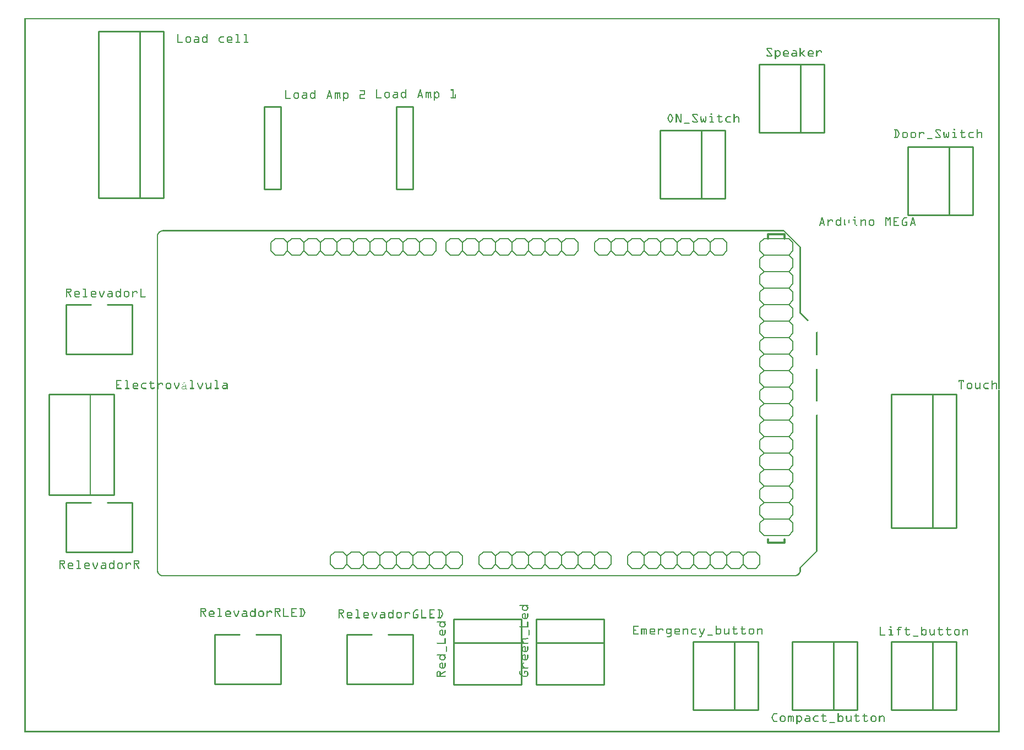
<source format=gto>
G04 MADE WITH FRITZING*
G04 WWW.FRITZING.ORG*
G04 DOUBLE SIDED*
G04 HOLES PLATED*
G04 CONTOUR ON CENTER OF CONTOUR VECTOR*
%ASAXBY*%
%FSLAX23Y23*%
%MOIN*%
%OFA0B0*%
%SFA1.0B1.0*%
%ADD10C,0.010000*%
%ADD11C,0.010417*%
%ADD12C,0.012000*%
%ADD13C,0.006000*%
%ADD14C,0.005000*%
%ADD15R,0.001000X0.001000*%
%LNSILK1*%
G90*
G70*
G54D10*
X252Y1394D02*
X252Y1094D01*
D02*
X252Y1094D02*
X652Y1094D01*
D02*
X652Y1094D02*
X652Y1394D01*
D02*
X252Y1394D02*
X402Y1394D01*
D02*
X502Y1394D02*
X652Y1394D01*
D02*
X252Y2594D02*
X252Y2294D01*
D02*
X252Y2294D02*
X652Y2294D01*
D02*
X652Y2294D02*
X652Y2594D01*
D02*
X252Y2594D02*
X402Y2594D01*
D02*
X502Y2594D02*
X652Y2594D01*
G54D11*
D02*
X447Y4249D02*
X447Y3239D01*
D02*
X447Y3239D02*
X843Y3239D01*
D02*
X843Y3239D02*
X843Y4249D01*
D02*
X843Y4249D02*
X447Y4249D01*
D02*
X700Y3239D02*
X700Y4249D01*
G54D10*
D02*
X1952Y594D02*
X1952Y294D01*
D02*
X1952Y294D02*
X2352Y294D01*
D02*
X2352Y294D02*
X2352Y594D01*
D02*
X1952Y594D02*
X2102Y594D01*
D02*
X2202Y594D02*
X2352Y594D01*
D02*
X1152Y594D02*
X1152Y294D01*
D02*
X1152Y294D02*
X1552Y294D01*
D02*
X1552Y294D02*
X1552Y594D01*
D02*
X1152Y594D02*
X1302Y594D01*
D02*
X1402Y594D02*
X1552Y594D01*
D02*
X1452Y3794D02*
X1452Y3294D01*
D02*
X1452Y3294D02*
X1552Y3294D01*
D02*
X1552Y3294D02*
X1552Y3794D01*
D02*
X1552Y3794D02*
X1452Y3794D01*
D02*
X2252Y3794D02*
X2252Y3294D01*
D02*
X2252Y3294D02*
X2352Y3294D01*
D02*
X2352Y3294D02*
X2352Y3794D01*
D02*
X2352Y3794D02*
X2252Y3794D01*
G54D12*
D02*
X4502Y1169D02*
X4502Y1149D01*
D02*
X4502Y1149D02*
X4602Y1149D01*
D02*
X4602Y1149D02*
X4602Y1169D01*
D02*
X4502Y2994D02*
X4502Y3019D01*
D02*
X4502Y3019D02*
X4602Y3019D01*
D02*
X4602Y3019D02*
X4602Y2994D01*
G54D13*
D02*
X4277Y1094D02*
X4327Y1094D01*
D02*
X4327Y1094D02*
X4352Y1069D01*
D02*
X4352Y1069D02*
X4352Y1019D01*
D02*
X4352Y1019D02*
X4327Y994D01*
D02*
X4152Y1069D02*
X4177Y1094D01*
D02*
X4177Y1094D02*
X4227Y1094D01*
D02*
X4227Y1094D02*
X4252Y1069D01*
D02*
X4252Y1069D02*
X4252Y1019D01*
D02*
X4252Y1019D02*
X4227Y994D01*
D02*
X4227Y994D02*
X4177Y994D01*
D02*
X4177Y994D02*
X4152Y1019D01*
D02*
X4277Y1094D02*
X4252Y1069D01*
D02*
X4252Y1019D02*
X4277Y994D01*
D02*
X4327Y994D02*
X4277Y994D01*
D02*
X3977Y1094D02*
X4027Y1094D01*
D02*
X4027Y1094D02*
X4052Y1069D01*
D02*
X4052Y1069D02*
X4052Y1019D01*
D02*
X4052Y1019D02*
X4027Y994D01*
D02*
X4052Y1069D02*
X4077Y1094D01*
D02*
X4077Y1094D02*
X4127Y1094D01*
D02*
X4127Y1094D02*
X4152Y1069D01*
D02*
X4152Y1069D02*
X4152Y1019D01*
D02*
X4152Y1019D02*
X4127Y994D01*
D02*
X4127Y994D02*
X4077Y994D01*
D02*
X4077Y994D02*
X4052Y1019D01*
D02*
X3852Y1069D02*
X3877Y1094D01*
D02*
X3877Y1094D02*
X3927Y1094D01*
D02*
X3927Y1094D02*
X3952Y1069D01*
D02*
X3952Y1069D02*
X3952Y1019D01*
D02*
X3952Y1019D02*
X3927Y994D01*
D02*
X3927Y994D02*
X3877Y994D01*
D02*
X3877Y994D02*
X3852Y1019D01*
D02*
X3977Y1094D02*
X3952Y1069D01*
D02*
X3952Y1019D02*
X3977Y994D01*
D02*
X4027Y994D02*
X3977Y994D01*
D02*
X3677Y1094D02*
X3727Y1094D01*
D02*
X3727Y1094D02*
X3752Y1069D01*
D02*
X3752Y1069D02*
X3752Y1019D01*
D02*
X3752Y1019D02*
X3727Y994D01*
D02*
X3752Y1069D02*
X3777Y1094D01*
D02*
X3777Y1094D02*
X3827Y1094D01*
D02*
X3827Y1094D02*
X3852Y1069D01*
D02*
X3852Y1069D02*
X3852Y1019D01*
D02*
X3852Y1019D02*
X3827Y994D01*
D02*
X3827Y994D02*
X3777Y994D01*
D02*
X3777Y994D02*
X3752Y1019D01*
D02*
X3652Y1069D02*
X3652Y1019D01*
D02*
X3677Y1094D02*
X3652Y1069D01*
D02*
X3652Y1019D02*
X3677Y994D01*
D02*
X3727Y994D02*
X3677Y994D01*
D02*
X4377Y1094D02*
X4427Y1094D01*
D02*
X4427Y1094D02*
X4452Y1069D01*
D02*
X4452Y1069D02*
X4452Y1019D01*
D02*
X4452Y1019D02*
X4427Y994D01*
D02*
X4377Y1094D02*
X4352Y1069D01*
D02*
X4352Y1019D02*
X4377Y994D01*
D02*
X4427Y994D02*
X4377Y994D01*
D02*
X3377Y1094D02*
X3427Y1094D01*
D02*
X3427Y1094D02*
X3452Y1069D01*
D02*
X3452Y1069D02*
X3452Y1019D01*
D02*
X3452Y1019D02*
X3427Y994D01*
D02*
X3252Y1069D02*
X3277Y1094D01*
D02*
X3277Y1094D02*
X3327Y1094D01*
D02*
X3327Y1094D02*
X3352Y1069D01*
D02*
X3352Y1069D02*
X3352Y1019D01*
D02*
X3352Y1019D02*
X3327Y994D01*
D02*
X3327Y994D02*
X3277Y994D01*
D02*
X3277Y994D02*
X3252Y1019D01*
D02*
X3377Y1094D02*
X3352Y1069D01*
D02*
X3352Y1019D02*
X3377Y994D01*
D02*
X3427Y994D02*
X3377Y994D01*
D02*
X3077Y1094D02*
X3127Y1094D01*
D02*
X3127Y1094D02*
X3152Y1069D01*
D02*
X3152Y1069D02*
X3152Y1019D01*
D02*
X3152Y1019D02*
X3127Y994D01*
D02*
X3152Y1069D02*
X3177Y1094D01*
D02*
X3177Y1094D02*
X3227Y1094D01*
D02*
X3227Y1094D02*
X3252Y1069D01*
D02*
X3252Y1069D02*
X3252Y1019D01*
D02*
X3252Y1019D02*
X3227Y994D01*
D02*
X3227Y994D02*
X3177Y994D01*
D02*
X3177Y994D02*
X3152Y1019D01*
D02*
X2952Y1069D02*
X2977Y1094D01*
D02*
X2977Y1094D02*
X3027Y1094D01*
D02*
X3027Y1094D02*
X3052Y1069D01*
D02*
X3052Y1069D02*
X3052Y1019D01*
D02*
X3052Y1019D02*
X3027Y994D01*
D02*
X3027Y994D02*
X2977Y994D01*
D02*
X2977Y994D02*
X2952Y1019D01*
D02*
X3077Y1094D02*
X3052Y1069D01*
D02*
X3052Y1019D02*
X3077Y994D01*
D02*
X3127Y994D02*
X3077Y994D01*
D02*
X2777Y1094D02*
X2827Y1094D01*
D02*
X2827Y1094D02*
X2852Y1069D01*
D02*
X2852Y1069D02*
X2852Y1019D01*
D02*
X2852Y1019D02*
X2827Y994D01*
D02*
X2852Y1069D02*
X2877Y1094D01*
D02*
X2877Y1094D02*
X2927Y1094D01*
D02*
X2927Y1094D02*
X2952Y1069D01*
D02*
X2952Y1069D02*
X2952Y1019D01*
D02*
X2952Y1019D02*
X2927Y994D01*
D02*
X2927Y994D02*
X2877Y994D01*
D02*
X2877Y994D02*
X2852Y1019D01*
D02*
X2752Y1069D02*
X2752Y1019D01*
D02*
X2777Y1094D02*
X2752Y1069D01*
D02*
X2752Y1019D02*
X2777Y994D01*
D02*
X2827Y994D02*
X2777Y994D01*
D02*
X3477Y1094D02*
X3527Y1094D01*
D02*
X3527Y1094D02*
X3552Y1069D01*
D02*
X3552Y1069D02*
X3552Y1019D01*
D02*
X3552Y1019D02*
X3527Y994D01*
D02*
X3477Y1094D02*
X3452Y1069D01*
D02*
X3452Y1019D02*
X3477Y994D01*
D02*
X3527Y994D02*
X3477Y994D01*
D02*
X3627Y2894D02*
X3577Y2894D01*
D02*
X3577Y2894D02*
X3552Y2919D01*
D02*
X3552Y2919D02*
X3552Y2969D01*
D02*
X3552Y2969D02*
X3577Y2994D01*
D02*
X3752Y2919D02*
X3727Y2894D01*
D02*
X3727Y2894D02*
X3677Y2894D01*
D02*
X3677Y2894D02*
X3652Y2919D01*
D02*
X3652Y2919D02*
X3652Y2969D01*
D02*
X3652Y2969D02*
X3677Y2994D01*
D02*
X3677Y2994D02*
X3727Y2994D01*
D02*
X3727Y2994D02*
X3752Y2969D01*
D02*
X3627Y2894D02*
X3652Y2919D01*
D02*
X3652Y2969D02*
X3627Y2994D01*
D02*
X3577Y2994D02*
X3627Y2994D01*
D02*
X3927Y2894D02*
X3877Y2894D01*
D02*
X3877Y2894D02*
X3852Y2919D01*
D02*
X3852Y2919D02*
X3852Y2969D01*
D02*
X3852Y2969D02*
X3877Y2994D01*
D02*
X3852Y2919D02*
X3827Y2894D01*
D02*
X3827Y2894D02*
X3777Y2894D01*
D02*
X3777Y2894D02*
X3752Y2919D01*
D02*
X3752Y2919D02*
X3752Y2969D01*
D02*
X3752Y2969D02*
X3777Y2994D01*
D02*
X3777Y2994D02*
X3827Y2994D01*
D02*
X3827Y2994D02*
X3852Y2969D01*
D02*
X4052Y2919D02*
X4027Y2894D01*
D02*
X4027Y2894D02*
X3977Y2894D01*
D02*
X3977Y2894D02*
X3952Y2919D01*
D02*
X3952Y2919D02*
X3952Y2969D01*
D02*
X3952Y2969D02*
X3977Y2994D01*
D02*
X3977Y2994D02*
X4027Y2994D01*
D02*
X4027Y2994D02*
X4052Y2969D01*
D02*
X3927Y2894D02*
X3952Y2919D01*
D02*
X3952Y2969D02*
X3927Y2994D01*
D02*
X3877Y2994D02*
X3927Y2994D01*
D02*
X4227Y2894D02*
X4177Y2894D01*
D02*
X4177Y2894D02*
X4152Y2919D01*
D02*
X4152Y2919D02*
X4152Y2969D01*
D02*
X4152Y2969D02*
X4177Y2994D01*
D02*
X4152Y2919D02*
X4127Y2894D01*
D02*
X4127Y2894D02*
X4077Y2894D01*
D02*
X4077Y2894D02*
X4052Y2919D01*
D02*
X4052Y2919D02*
X4052Y2969D01*
D02*
X4052Y2969D02*
X4077Y2994D01*
D02*
X4077Y2994D02*
X4127Y2994D01*
D02*
X4127Y2994D02*
X4152Y2969D01*
D02*
X4252Y2919D02*
X4252Y2969D01*
D02*
X4227Y2894D02*
X4252Y2919D01*
D02*
X4252Y2969D02*
X4227Y2994D01*
D02*
X4177Y2994D02*
X4227Y2994D01*
D02*
X3527Y2894D02*
X3477Y2894D01*
D02*
X3477Y2894D02*
X3452Y2919D01*
D02*
X3452Y2919D02*
X3452Y2969D01*
D02*
X3452Y2969D02*
X3477Y2994D01*
D02*
X3527Y2894D02*
X3552Y2919D01*
D02*
X3552Y2969D02*
X3527Y2994D01*
D02*
X3477Y2994D02*
X3527Y2994D01*
D02*
X2292Y2969D02*
X2317Y2994D01*
D02*
X2317Y2994D02*
X2367Y2994D01*
D02*
X2367Y2994D02*
X2392Y2969D01*
D02*
X2392Y2969D02*
X2392Y2919D01*
D02*
X2392Y2919D02*
X2367Y2894D01*
D02*
X2367Y2894D02*
X2317Y2894D01*
D02*
X2317Y2894D02*
X2292Y2919D01*
D02*
X2117Y2994D02*
X2167Y2994D01*
D02*
X2167Y2994D02*
X2192Y2969D01*
D02*
X2192Y2969D02*
X2192Y2919D01*
D02*
X2192Y2919D02*
X2167Y2894D01*
D02*
X2192Y2969D02*
X2217Y2994D01*
D02*
X2217Y2994D02*
X2267Y2994D01*
D02*
X2267Y2994D02*
X2292Y2969D01*
D02*
X2292Y2969D02*
X2292Y2919D01*
D02*
X2292Y2919D02*
X2267Y2894D01*
D02*
X2267Y2894D02*
X2217Y2894D01*
D02*
X2217Y2894D02*
X2192Y2919D01*
D02*
X1992Y2969D02*
X2017Y2994D01*
D02*
X2017Y2994D02*
X2067Y2994D01*
D02*
X2067Y2994D02*
X2092Y2969D01*
D02*
X2092Y2969D02*
X2092Y2919D01*
D02*
X2092Y2919D02*
X2067Y2894D01*
D02*
X2067Y2894D02*
X2017Y2894D01*
D02*
X2017Y2894D02*
X1992Y2919D01*
D02*
X2117Y2994D02*
X2092Y2969D01*
D02*
X2092Y2919D02*
X2117Y2894D01*
D02*
X2167Y2894D02*
X2117Y2894D01*
D02*
X1817Y2994D02*
X1867Y2994D01*
D02*
X1867Y2994D02*
X1892Y2969D01*
D02*
X1892Y2969D02*
X1892Y2919D01*
D02*
X1892Y2919D02*
X1867Y2894D01*
D02*
X1892Y2969D02*
X1917Y2994D01*
D02*
X1917Y2994D02*
X1967Y2994D01*
D02*
X1967Y2994D02*
X1992Y2969D01*
D02*
X1992Y2969D02*
X1992Y2919D01*
D02*
X1992Y2919D02*
X1967Y2894D01*
D02*
X1967Y2894D02*
X1917Y2894D01*
D02*
X1917Y2894D02*
X1892Y2919D01*
D02*
X1692Y2969D02*
X1717Y2994D01*
D02*
X1717Y2994D02*
X1767Y2994D01*
D02*
X1767Y2994D02*
X1792Y2969D01*
D02*
X1792Y2969D02*
X1792Y2919D01*
D02*
X1792Y2919D02*
X1767Y2894D01*
D02*
X1767Y2894D02*
X1717Y2894D01*
D02*
X1717Y2894D02*
X1692Y2919D01*
D02*
X1817Y2994D02*
X1792Y2969D01*
D02*
X1792Y2919D02*
X1817Y2894D01*
D02*
X1867Y2894D02*
X1817Y2894D01*
D02*
X1517Y2994D02*
X1567Y2994D01*
D02*
X1567Y2994D02*
X1592Y2969D01*
D02*
X1592Y2969D02*
X1592Y2919D01*
D02*
X1592Y2919D02*
X1567Y2894D01*
D02*
X1592Y2969D02*
X1617Y2994D01*
D02*
X1617Y2994D02*
X1667Y2994D01*
D02*
X1667Y2994D02*
X1692Y2969D01*
D02*
X1692Y2969D02*
X1692Y2919D01*
D02*
X1692Y2919D02*
X1667Y2894D01*
D02*
X1667Y2894D02*
X1617Y2894D01*
D02*
X1617Y2894D02*
X1592Y2919D01*
D02*
X1492Y2969D02*
X1492Y2919D01*
D02*
X1517Y2994D02*
X1492Y2969D01*
D02*
X1492Y2919D02*
X1517Y2894D01*
D02*
X1567Y2894D02*
X1517Y2894D01*
D02*
X2417Y2994D02*
X2467Y2994D01*
D02*
X2467Y2994D02*
X2492Y2969D01*
D02*
X2492Y2969D02*
X2492Y2919D01*
D02*
X2492Y2919D02*
X2467Y2894D01*
D02*
X2417Y2994D02*
X2392Y2969D01*
D02*
X2392Y2919D02*
X2417Y2894D01*
D02*
X2467Y2894D02*
X2417Y2894D01*
D02*
X2477Y1094D02*
X2527Y1094D01*
D02*
X2527Y1094D02*
X2552Y1069D01*
D02*
X2552Y1069D02*
X2552Y1019D01*
D02*
X2552Y1019D02*
X2527Y994D01*
D02*
X2352Y1069D02*
X2377Y1094D01*
D02*
X2377Y1094D02*
X2427Y1094D01*
D02*
X2427Y1094D02*
X2452Y1069D01*
D02*
X2452Y1069D02*
X2452Y1019D01*
D02*
X2452Y1019D02*
X2427Y994D01*
D02*
X2427Y994D02*
X2377Y994D01*
D02*
X2377Y994D02*
X2352Y1019D01*
D02*
X2477Y1094D02*
X2452Y1069D01*
D02*
X2452Y1019D02*
X2477Y994D01*
D02*
X2527Y994D02*
X2477Y994D01*
D02*
X2177Y1094D02*
X2227Y1094D01*
D02*
X2227Y1094D02*
X2252Y1069D01*
D02*
X2252Y1069D02*
X2252Y1019D01*
D02*
X2252Y1019D02*
X2227Y994D01*
D02*
X2252Y1069D02*
X2277Y1094D01*
D02*
X2277Y1094D02*
X2327Y1094D01*
D02*
X2327Y1094D02*
X2352Y1069D01*
D02*
X2352Y1069D02*
X2352Y1019D01*
D02*
X2352Y1019D02*
X2327Y994D01*
D02*
X2327Y994D02*
X2277Y994D01*
D02*
X2277Y994D02*
X2252Y1019D01*
D02*
X2052Y1069D02*
X2077Y1094D01*
D02*
X2077Y1094D02*
X2127Y1094D01*
D02*
X2127Y1094D02*
X2152Y1069D01*
D02*
X2152Y1069D02*
X2152Y1019D01*
D02*
X2152Y1019D02*
X2127Y994D01*
D02*
X2127Y994D02*
X2077Y994D01*
D02*
X2077Y994D02*
X2052Y1019D01*
D02*
X2177Y1094D02*
X2152Y1069D01*
D02*
X2152Y1019D02*
X2177Y994D01*
D02*
X2227Y994D02*
X2177Y994D01*
D02*
X1877Y1094D02*
X1927Y1094D01*
D02*
X1927Y1094D02*
X1952Y1069D01*
D02*
X1952Y1069D02*
X1952Y1019D01*
D02*
X1952Y1019D02*
X1927Y994D01*
D02*
X1952Y1069D02*
X1977Y1094D01*
D02*
X1977Y1094D02*
X2027Y1094D01*
D02*
X2027Y1094D02*
X2052Y1069D01*
D02*
X2052Y1069D02*
X2052Y1019D01*
D02*
X2052Y1019D02*
X2027Y994D01*
D02*
X2027Y994D02*
X1977Y994D01*
D02*
X1977Y994D02*
X1952Y1019D01*
D02*
X1852Y1069D02*
X1852Y1019D01*
D02*
X1877Y1094D02*
X1852Y1069D01*
D02*
X1852Y1019D02*
X1877Y994D01*
D02*
X1927Y994D02*
X1877Y994D01*
D02*
X2577Y1094D02*
X2627Y1094D01*
D02*
X2627Y1094D02*
X2652Y1069D01*
D02*
X2652Y1069D02*
X2652Y1019D01*
D02*
X2652Y1019D02*
X2627Y994D01*
D02*
X2577Y1094D02*
X2552Y1069D01*
D02*
X2552Y1019D02*
X2577Y994D01*
D02*
X2627Y994D02*
X2577Y994D01*
D02*
X2727Y2894D02*
X2677Y2894D01*
D02*
X2677Y2894D02*
X2652Y2919D01*
D02*
X2652Y2919D02*
X2652Y2969D01*
D02*
X2652Y2969D02*
X2677Y2994D01*
D02*
X2852Y2919D02*
X2827Y2894D01*
D02*
X2827Y2894D02*
X2777Y2894D01*
D02*
X2777Y2894D02*
X2752Y2919D01*
D02*
X2752Y2919D02*
X2752Y2969D01*
D02*
X2752Y2969D02*
X2777Y2994D01*
D02*
X2777Y2994D02*
X2827Y2994D01*
D02*
X2827Y2994D02*
X2852Y2969D01*
D02*
X2727Y2894D02*
X2752Y2919D01*
D02*
X2752Y2969D02*
X2727Y2994D01*
D02*
X2677Y2994D02*
X2727Y2994D01*
D02*
X3027Y2894D02*
X2977Y2894D01*
D02*
X2977Y2894D02*
X2952Y2919D01*
D02*
X2952Y2919D02*
X2952Y2969D01*
D02*
X2952Y2969D02*
X2977Y2994D01*
D02*
X2952Y2919D02*
X2927Y2894D01*
D02*
X2927Y2894D02*
X2877Y2894D01*
D02*
X2877Y2894D02*
X2852Y2919D01*
D02*
X2852Y2919D02*
X2852Y2969D01*
D02*
X2852Y2969D02*
X2877Y2994D01*
D02*
X2877Y2994D02*
X2927Y2994D01*
D02*
X2927Y2994D02*
X2952Y2969D01*
D02*
X3152Y2919D02*
X3127Y2894D01*
D02*
X3127Y2894D02*
X3077Y2894D01*
D02*
X3077Y2894D02*
X3052Y2919D01*
D02*
X3052Y2919D02*
X3052Y2969D01*
D02*
X3052Y2969D02*
X3077Y2994D01*
D02*
X3077Y2994D02*
X3127Y2994D01*
D02*
X3127Y2994D02*
X3152Y2969D01*
D02*
X3027Y2894D02*
X3052Y2919D01*
D02*
X3052Y2969D02*
X3027Y2994D01*
D02*
X2977Y2994D02*
X3027Y2994D01*
D02*
X3327Y2894D02*
X3277Y2894D01*
D02*
X3277Y2894D02*
X3252Y2919D01*
D02*
X3252Y2919D02*
X3252Y2969D01*
D02*
X3252Y2969D02*
X3277Y2994D01*
D02*
X3252Y2919D02*
X3227Y2894D01*
D02*
X3227Y2894D02*
X3177Y2894D01*
D02*
X3177Y2894D02*
X3152Y2919D01*
D02*
X3152Y2919D02*
X3152Y2969D01*
D02*
X3152Y2969D02*
X3177Y2994D01*
D02*
X3177Y2994D02*
X3227Y2994D01*
D02*
X3227Y2994D02*
X3252Y2969D01*
D02*
X3352Y2919D02*
X3352Y2969D01*
D02*
X3327Y2894D02*
X3352Y2919D01*
D02*
X3352Y2969D02*
X3327Y2994D01*
D02*
X3277Y2994D02*
X3327Y2994D01*
D02*
X2627Y2894D02*
X2577Y2894D01*
D02*
X2577Y2894D02*
X2552Y2919D01*
D02*
X2552Y2919D02*
X2552Y2969D01*
D02*
X2552Y2969D02*
X2577Y2994D01*
D02*
X2627Y2894D02*
X2652Y2919D01*
D02*
X2652Y2969D02*
X2627Y2994D01*
D02*
X2577Y2994D02*
X2627Y2994D01*
D02*
X4477Y2994D02*
X4452Y2969D01*
D02*
X4452Y2969D02*
X4452Y2919D01*
D02*
X4452Y2919D02*
X4477Y2894D01*
D02*
X4477Y2894D02*
X4452Y2869D01*
D02*
X4452Y2869D02*
X4452Y2819D01*
D02*
X4452Y2819D02*
X4477Y2794D01*
D02*
X4477Y2794D02*
X4452Y2769D01*
D02*
X4452Y2769D02*
X4452Y2719D01*
D02*
X4452Y2719D02*
X4477Y2694D01*
D02*
X4477Y2694D02*
X4452Y2669D01*
D02*
X4452Y2669D02*
X4452Y2619D01*
D02*
X4452Y2619D02*
X4477Y2594D01*
D02*
X4477Y2594D02*
X4452Y2569D01*
D02*
X4452Y2569D02*
X4452Y2519D01*
D02*
X4452Y2519D02*
X4477Y2494D01*
D02*
X4477Y2494D02*
X4452Y2469D01*
D02*
X4452Y2469D02*
X4452Y2419D01*
D02*
X4452Y2419D02*
X4477Y2394D01*
D02*
X4477Y2994D02*
X4627Y2994D01*
D02*
X4627Y2994D02*
X4652Y2969D01*
D02*
X4652Y2969D02*
X4652Y2919D01*
D02*
X4652Y2919D02*
X4627Y2894D01*
D02*
X4627Y2894D02*
X4652Y2869D01*
D02*
X4652Y2869D02*
X4652Y2819D01*
D02*
X4652Y2819D02*
X4627Y2794D01*
D02*
X4627Y2794D02*
X4652Y2769D01*
D02*
X4652Y2769D02*
X4652Y2719D01*
D02*
X4652Y2719D02*
X4627Y2694D01*
D02*
X4627Y2694D02*
X4652Y2669D01*
D02*
X4652Y2669D02*
X4652Y2619D01*
D02*
X4652Y2619D02*
X4627Y2594D01*
D02*
X4627Y2594D02*
X4652Y2569D01*
D02*
X4652Y2569D02*
X4652Y2519D01*
D02*
X4652Y2519D02*
X4627Y2494D01*
D02*
X4627Y2494D02*
X4652Y2469D01*
D02*
X4652Y2469D02*
X4652Y2419D01*
D02*
X4652Y2419D02*
X4627Y2394D01*
D02*
X4627Y2394D02*
X4652Y2369D01*
D02*
X4652Y2369D02*
X4652Y2319D01*
D02*
X4652Y2319D02*
X4627Y2294D01*
D02*
X4627Y2294D02*
X4652Y2269D01*
D02*
X4652Y2269D02*
X4652Y2219D01*
D02*
X4652Y2219D02*
X4627Y2194D01*
D02*
X4627Y2194D02*
X4652Y2169D01*
D02*
X4652Y2169D02*
X4652Y2119D01*
D02*
X4652Y2119D02*
X4627Y2094D01*
D02*
X4627Y2094D02*
X4652Y2069D01*
D02*
X4652Y2069D02*
X4652Y2019D01*
D02*
X4652Y2019D02*
X4627Y1994D01*
D02*
X4627Y1994D02*
X4652Y1969D01*
D02*
X4652Y1969D02*
X4652Y1919D01*
D02*
X4652Y1919D02*
X4627Y1894D01*
D02*
X4627Y1894D02*
X4652Y1869D01*
D02*
X4652Y1869D02*
X4652Y1819D01*
D02*
X4627Y1794D02*
X4652Y1819D01*
D02*
X4627Y1794D02*
X4652Y1769D01*
D02*
X4652Y1719D02*
X4652Y1769D01*
D02*
X4652Y1719D02*
X4627Y1694D01*
D02*
X4627Y1694D02*
X4652Y1669D01*
D02*
X4652Y1619D02*
X4652Y1669D01*
D02*
X4652Y1619D02*
X4627Y1594D01*
D02*
X4627Y1594D02*
X4652Y1569D01*
D02*
X4652Y1519D02*
X4652Y1569D01*
D02*
X4652Y1519D02*
X4627Y1494D01*
D02*
X4627Y1494D02*
X4652Y1469D01*
D02*
X4652Y1419D02*
X4652Y1469D01*
D02*
X4652Y1419D02*
X4627Y1394D01*
D02*
X4627Y1394D02*
X4652Y1369D01*
D02*
X4652Y1319D02*
X4652Y1369D01*
D02*
X4652Y1319D02*
X4627Y1294D01*
D02*
X4627Y1294D02*
X4652Y1269D01*
D02*
X4652Y1219D02*
X4652Y1269D01*
D02*
X4652Y1219D02*
X4627Y1194D01*
D02*
X4477Y1194D02*
X4452Y1219D01*
D02*
X4452Y1219D02*
X4452Y1269D01*
D02*
X4477Y1294D02*
X4452Y1269D01*
D02*
X4477Y1294D02*
X4452Y1319D01*
D02*
X4452Y1319D02*
X4452Y1369D01*
D02*
X4477Y1394D02*
X4452Y1369D01*
D02*
X4477Y1394D02*
X4452Y1419D01*
D02*
X4452Y1469D02*
X4452Y1419D01*
D02*
X4452Y1469D02*
X4477Y1494D01*
D02*
X4477Y1494D02*
X4452Y1519D01*
D02*
X4452Y1569D02*
X4452Y1519D01*
D02*
X4452Y1569D02*
X4477Y1594D01*
D02*
X4477Y1594D02*
X4452Y1619D01*
D02*
X4452Y1619D02*
X4452Y1669D01*
D02*
X4477Y1694D02*
X4452Y1669D01*
D02*
X4477Y1694D02*
X4452Y1719D01*
D02*
X4452Y1719D02*
X4452Y1769D01*
D02*
X4477Y1794D02*
X4452Y1769D01*
D02*
X4477Y1794D02*
X4452Y1819D01*
D02*
X4452Y1819D02*
X4452Y1869D01*
D02*
X4477Y1894D02*
X4452Y1869D01*
D02*
X4477Y1894D02*
X4452Y1919D01*
D02*
X4452Y1919D02*
X4452Y1969D01*
D02*
X4477Y1994D02*
X4452Y1969D01*
D02*
X4477Y1994D02*
X4452Y2019D01*
D02*
X4452Y2019D02*
X4452Y2069D01*
D02*
X4477Y2094D02*
X4452Y2069D01*
D02*
X4477Y2094D02*
X4452Y2119D01*
D02*
X4452Y2119D02*
X4452Y2169D01*
D02*
X4477Y2194D02*
X4452Y2169D01*
D02*
X4477Y2194D02*
X4452Y2219D01*
D02*
X4452Y2219D02*
X4452Y2269D01*
D02*
X4477Y2294D02*
X4452Y2269D01*
D02*
X4477Y2294D02*
X4452Y2319D01*
D02*
X4452Y2319D02*
X4452Y2369D01*
D02*
X4477Y2394D02*
X4452Y2369D01*
D02*
X4627Y2894D02*
X4477Y2894D01*
D02*
X4627Y2794D02*
X4477Y2794D01*
D02*
X4627Y2694D02*
X4477Y2694D01*
D02*
X4627Y2594D02*
X4477Y2594D01*
D02*
X4627Y2494D02*
X4477Y2494D01*
D02*
X4627Y2394D02*
X4477Y2394D01*
D02*
X4627Y2294D02*
X4477Y2294D01*
D02*
X4627Y2194D02*
X4477Y2194D01*
D02*
X4627Y2094D02*
X4477Y2094D01*
D02*
X4627Y1994D02*
X4477Y1994D01*
D02*
X4627Y1894D02*
X4477Y1894D01*
D02*
X4627Y1794D02*
X4477Y1794D01*
D02*
X4627Y1694D02*
X4477Y1694D01*
D02*
X4627Y1594D02*
X4477Y1594D01*
D02*
X4627Y1494D02*
X4477Y1494D01*
D02*
X4627Y1394D02*
X4477Y1394D01*
D02*
X4627Y1294D02*
X4477Y1294D01*
D02*
X4627Y1194D02*
X4477Y1194D01*
G54D10*
D02*
X147Y2049D02*
X147Y1439D01*
D02*
X543Y1439D02*
X543Y2049D01*
D02*
X543Y2049D02*
X147Y2049D01*
G54D14*
D02*
X400Y1439D02*
X400Y2049D01*
G54D10*
D02*
X147Y1439D02*
X543Y1439D01*
G54D11*
D02*
X2597Y289D02*
X3008Y289D01*
D02*
X3008Y289D02*
X3008Y685D01*
D02*
X3008Y685D02*
X2597Y685D01*
D02*
X2597Y685D02*
X2597Y289D01*
D02*
X3008Y543D02*
X2597Y543D01*
D02*
X3097Y289D02*
X3508Y289D01*
D02*
X3508Y289D02*
X3508Y685D01*
D02*
X3508Y685D02*
X3097Y685D01*
D02*
X3097Y685D02*
X3097Y289D01*
D02*
X3508Y543D02*
X3097Y543D01*
D02*
X5347Y3549D02*
X5347Y3138D01*
D02*
X5347Y3138D02*
X5743Y3138D01*
D02*
X5743Y3138D02*
X5743Y3549D01*
D02*
X5743Y3549D02*
X5347Y3549D01*
D02*
X5600Y3138D02*
X5600Y3549D01*
D02*
X4447Y4049D02*
X4447Y3638D01*
D02*
X4447Y3638D02*
X4843Y3638D01*
D02*
X4843Y3638D02*
X4843Y4049D01*
D02*
X4843Y4049D02*
X4447Y4049D01*
D02*
X4700Y3638D02*
X4700Y4049D01*
D02*
X3847Y3649D02*
X3847Y3238D01*
D02*
X3847Y3238D02*
X4243Y3238D01*
D02*
X4243Y3238D02*
X4243Y3649D01*
D02*
X4243Y3649D02*
X3847Y3649D01*
D02*
X4100Y3238D02*
X4100Y3649D01*
D02*
X4047Y549D02*
X4047Y138D01*
D02*
X4047Y138D02*
X4443Y138D01*
D02*
X4443Y138D02*
X4443Y549D01*
D02*
X4443Y549D02*
X4047Y549D01*
D02*
X4300Y138D02*
X4300Y549D01*
D02*
X4647Y549D02*
X4647Y138D01*
D02*
X4647Y138D02*
X5043Y138D01*
D02*
X5043Y138D02*
X5043Y549D01*
D02*
X5043Y549D02*
X4647Y549D01*
D02*
X4900Y138D02*
X4900Y549D01*
D02*
X5247Y549D02*
X5247Y138D01*
D02*
X5247Y138D02*
X5643Y138D01*
D02*
X5643Y138D02*
X5643Y549D01*
D02*
X5643Y549D02*
X5247Y549D01*
D02*
X5500Y138D02*
X5500Y549D01*
D02*
X5247Y2049D02*
X5247Y1239D01*
D02*
X5247Y1239D02*
X5643Y1239D01*
D02*
X5643Y1239D02*
X5643Y2049D01*
D02*
X5643Y2049D02*
X5247Y2049D01*
D02*
X5500Y1239D02*
X5500Y2049D01*
G54D15*
X0Y4331D02*
X5904Y4331D01*
X0Y4330D02*
X5904Y4330D01*
X0Y4329D02*
X5904Y4329D01*
X0Y4328D02*
X5904Y4328D01*
X0Y4327D02*
X5904Y4327D01*
X0Y4326D02*
X5904Y4326D01*
X0Y4325D02*
X5904Y4325D01*
X0Y4324D02*
X5904Y4324D01*
X0Y4323D02*
X7Y4323D01*
X5897Y4323D02*
X5904Y4323D01*
X0Y4322D02*
X7Y4322D01*
X5897Y4322D02*
X5904Y4322D01*
X0Y4321D02*
X7Y4321D01*
X5897Y4321D02*
X5904Y4321D01*
X0Y4320D02*
X7Y4320D01*
X5897Y4320D02*
X5904Y4320D01*
X0Y4319D02*
X7Y4319D01*
X5897Y4319D02*
X5904Y4319D01*
X0Y4318D02*
X7Y4318D01*
X5897Y4318D02*
X5904Y4318D01*
X0Y4317D02*
X7Y4317D01*
X5897Y4317D02*
X5904Y4317D01*
X0Y4316D02*
X7Y4316D01*
X5897Y4316D02*
X5904Y4316D01*
X0Y4315D02*
X7Y4315D01*
X5897Y4315D02*
X5904Y4315D01*
X0Y4314D02*
X7Y4314D01*
X5897Y4314D02*
X5904Y4314D01*
X0Y4313D02*
X7Y4313D01*
X5897Y4313D02*
X5904Y4313D01*
X0Y4312D02*
X7Y4312D01*
X5897Y4312D02*
X5904Y4312D01*
X0Y4311D02*
X7Y4311D01*
X5897Y4311D02*
X5904Y4311D01*
X0Y4310D02*
X7Y4310D01*
X5897Y4310D02*
X5904Y4310D01*
X0Y4309D02*
X7Y4309D01*
X5897Y4309D02*
X5904Y4309D01*
X0Y4308D02*
X7Y4308D01*
X5897Y4308D02*
X5904Y4308D01*
X0Y4307D02*
X7Y4307D01*
X5897Y4307D02*
X5904Y4307D01*
X0Y4306D02*
X7Y4306D01*
X5897Y4306D02*
X5904Y4306D01*
X0Y4305D02*
X7Y4305D01*
X5897Y4305D02*
X5904Y4305D01*
X0Y4304D02*
X7Y4304D01*
X5897Y4304D02*
X5904Y4304D01*
X0Y4303D02*
X7Y4303D01*
X5897Y4303D02*
X5904Y4303D01*
X0Y4302D02*
X7Y4302D01*
X5897Y4302D02*
X5904Y4302D01*
X0Y4301D02*
X7Y4301D01*
X5897Y4301D02*
X5904Y4301D01*
X0Y4300D02*
X7Y4300D01*
X5897Y4300D02*
X5904Y4300D01*
X0Y4299D02*
X7Y4299D01*
X5897Y4299D02*
X5904Y4299D01*
X0Y4298D02*
X7Y4298D01*
X5897Y4298D02*
X5904Y4298D01*
X0Y4297D02*
X7Y4297D01*
X5897Y4297D02*
X5904Y4297D01*
X0Y4296D02*
X7Y4296D01*
X5897Y4296D02*
X5904Y4296D01*
X0Y4295D02*
X7Y4295D01*
X5897Y4295D02*
X5904Y4295D01*
X0Y4294D02*
X7Y4294D01*
X5897Y4294D02*
X5904Y4294D01*
X0Y4293D02*
X7Y4293D01*
X5897Y4293D02*
X5904Y4293D01*
X0Y4292D02*
X7Y4292D01*
X5897Y4292D02*
X5904Y4292D01*
X0Y4291D02*
X7Y4291D01*
X5897Y4291D02*
X5904Y4291D01*
X0Y4290D02*
X7Y4290D01*
X5897Y4290D02*
X5904Y4290D01*
X0Y4289D02*
X7Y4289D01*
X5897Y4289D02*
X5904Y4289D01*
X0Y4288D02*
X7Y4288D01*
X5897Y4288D02*
X5904Y4288D01*
X0Y4287D02*
X7Y4287D01*
X5897Y4287D02*
X5904Y4287D01*
X0Y4286D02*
X7Y4286D01*
X5897Y4286D02*
X5904Y4286D01*
X0Y4285D02*
X7Y4285D01*
X5897Y4285D02*
X5904Y4285D01*
X0Y4284D02*
X7Y4284D01*
X5897Y4284D02*
X5904Y4284D01*
X0Y4283D02*
X7Y4283D01*
X5897Y4283D02*
X5904Y4283D01*
X0Y4282D02*
X7Y4282D01*
X5897Y4282D02*
X5904Y4282D01*
X0Y4281D02*
X7Y4281D01*
X5897Y4281D02*
X5904Y4281D01*
X0Y4280D02*
X7Y4280D01*
X5897Y4280D02*
X5904Y4280D01*
X0Y4279D02*
X7Y4279D01*
X5897Y4279D02*
X5904Y4279D01*
X0Y4278D02*
X7Y4278D01*
X5897Y4278D02*
X5904Y4278D01*
X0Y4277D02*
X7Y4277D01*
X5897Y4277D02*
X5904Y4277D01*
X0Y4276D02*
X7Y4276D01*
X5897Y4276D02*
X5904Y4276D01*
X0Y4275D02*
X7Y4275D01*
X5897Y4275D02*
X5904Y4275D01*
X0Y4274D02*
X7Y4274D01*
X5897Y4274D02*
X5904Y4274D01*
X0Y4273D02*
X7Y4273D01*
X5897Y4273D02*
X5904Y4273D01*
X0Y4272D02*
X7Y4272D01*
X5897Y4272D02*
X5904Y4272D01*
X0Y4271D02*
X7Y4271D01*
X5897Y4271D02*
X5904Y4271D01*
X0Y4270D02*
X7Y4270D01*
X5897Y4270D02*
X5904Y4270D01*
X0Y4269D02*
X7Y4269D01*
X5897Y4269D02*
X5904Y4269D01*
X0Y4268D02*
X7Y4268D01*
X5897Y4268D02*
X5904Y4268D01*
X0Y4267D02*
X7Y4267D01*
X5897Y4267D02*
X5904Y4267D01*
X0Y4266D02*
X7Y4266D01*
X5897Y4266D02*
X5904Y4266D01*
X0Y4265D02*
X7Y4265D01*
X5897Y4265D02*
X5904Y4265D01*
X0Y4264D02*
X7Y4264D01*
X5897Y4264D02*
X5904Y4264D01*
X0Y4263D02*
X7Y4263D01*
X5897Y4263D02*
X5904Y4263D01*
X0Y4262D02*
X7Y4262D01*
X5897Y4262D02*
X5904Y4262D01*
X0Y4261D02*
X7Y4261D01*
X5897Y4261D02*
X5904Y4261D01*
X0Y4260D02*
X7Y4260D01*
X5897Y4260D02*
X5904Y4260D01*
X0Y4259D02*
X7Y4259D01*
X5897Y4259D02*
X5904Y4259D01*
X0Y4258D02*
X7Y4258D01*
X5897Y4258D02*
X5904Y4258D01*
X0Y4257D02*
X7Y4257D01*
X5897Y4257D02*
X5904Y4257D01*
X0Y4256D02*
X7Y4256D01*
X5897Y4256D02*
X5904Y4256D01*
X0Y4255D02*
X7Y4255D01*
X5897Y4255D02*
X5904Y4255D01*
X0Y4254D02*
X7Y4254D01*
X5897Y4254D02*
X5904Y4254D01*
X0Y4253D02*
X7Y4253D01*
X5897Y4253D02*
X5904Y4253D01*
X0Y4252D02*
X7Y4252D01*
X5897Y4252D02*
X5904Y4252D01*
X0Y4251D02*
X7Y4251D01*
X5897Y4251D02*
X5904Y4251D01*
X0Y4250D02*
X7Y4250D01*
X5897Y4250D02*
X5904Y4250D01*
X0Y4249D02*
X7Y4249D01*
X5897Y4249D02*
X5904Y4249D01*
X0Y4248D02*
X7Y4248D01*
X5897Y4248D02*
X5904Y4248D01*
X0Y4247D02*
X7Y4247D01*
X5897Y4247D02*
X5904Y4247D01*
X0Y4246D02*
X7Y4246D01*
X5897Y4246D02*
X5904Y4246D01*
X0Y4245D02*
X7Y4245D01*
X5897Y4245D02*
X5904Y4245D01*
X0Y4244D02*
X7Y4244D01*
X5897Y4244D02*
X5904Y4244D01*
X0Y4243D02*
X7Y4243D01*
X5897Y4243D02*
X5904Y4243D01*
X0Y4242D02*
X7Y4242D01*
X5897Y4242D02*
X5904Y4242D01*
X0Y4241D02*
X7Y4241D01*
X5897Y4241D02*
X5904Y4241D01*
X0Y4240D02*
X7Y4240D01*
X5897Y4240D02*
X5904Y4240D01*
X0Y4239D02*
X7Y4239D01*
X5897Y4239D02*
X5904Y4239D01*
X0Y4238D02*
X7Y4238D01*
X5897Y4238D02*
X5904Y4238D01*
X0Y4237D02*
X7Y4237D01*
X5897Y4237D02*
X5904Y4237D01*
X0Y4236D02*
X7Y4236D01*
X5897Y4236D02*
X5904Y4236D01*
X0Y4235D02*
X7Y4235D01*
X5897Y4235D02*
X5904Y4235D01*
X0Y4234D02*
X7Y4234D01*
X5897Y4234D02*
X5904Y4234D01*
X0Y4233D02*
X7Y4233D01*
X927Y4233D02*
X930Y4233D01*
X1104Y4233D02*
X1108Y4233D01*
X1280Y4233D02*
X1294Y4233D01*
X1330Y4233D02*
X1344Y4233D01*
X5897Y4233D02*
X5904Y4233D01*
X0Y4232D02*
X7Y4232D01*
X926Y4232D02*
X931Y4232D01*
X1103Y4232D02*
X1109Y4232D01*
X1279Y4232D02*
X1295Y4232D01*
X1329Y4232D02*
X1345Y4232D01*
X5897Y4232D02*
X5904Y4232D01*
X0Y4231D02*
X7Y4231D01*
X926Y4231D02*
X931Y4231D01*
X1103Y4231D02*
X1109Y4231D01*
X1279Y4231D02*
X1295Y4231D01*
X1329Y4231D02*
X1345Y4231D01*
X5897Y4231D02*
X5904Y4231D01*
X0Y4230D02*
X7Y4230D01*
X925Y4230D02*
X931Y4230D01*
X1103Y4230D02*
X1109Y4230D01*
X1279Y4230D02*
X1295Y4230D01*
X1329Y4230D02*
X1345Y4230D01*
X5897Y4230D02*
X5904Y4230D01*
X0Y4229D02*
X7Y4229D01*
X925Y4229D02*
X931Y4229D01*
X1103Y4229D02*
X1109Y4229D01*
X1279Y4229D02*
X1295Y4229D01*
X1329Y4229D02*
X1345Y4229D01*
X5897Y4229D02*
X5904Y4229D01*
X0Y4228D02*
X7Y4228D01*
X925Y4228D02*
X931Y4228D01*
X1103Y4228D02*
X1109Y4228D01*
X1280Y4228D02*
X1295Y4228D01*
X1330Y4228D02*
X1345Y4228D01*
X5897Y4228D02*
X5904Y4228D01*
X0Y4227D02*
X7Y4227D01*
X925Y4227D02*
X931Y4227D01*
X1103Y4227D02*
X1109Y4227D01*
X1282Y4227D02*
X1295Y4227D01*
X1332Y4227D02*
X1345Y4227D01*
X5897Y4227D02*
X5904Y4227D01*
X0Y4226D02*
X7Y4226D01*
X925Y4226D02*
X931Y4226D01*
X1103Y4226D02*
X1109Y4226D01*
X1289Y4226D02*
X1295Y4226D01*
X1339Y4226D02*
X1345Y4226D01*
X5897Y4226D02*
X5904Y4226D01*
X0Y4225D02*
X7Y4225D01*
X925Y4225D02*
X931Y4225D01*
X1103Y4225D02*
X1109Y4225D01*
X1289Y4225D02*
X1295Y4225D01*
X1339Y4225D02*
X1345Y4225D01*
X5897Y4225D02*
X5904Y4225D01*
X0Y4224D02*
X7Y4224D01*
X925Y4224D02*
X931Y4224D01*
X1103Y4224D02*
X1109Y4224D01*
X1289Y4224D02*
X1295Y4224D01*
X1339Y4224D02*
X1345Y4224D01*
X5897Y4224D02*
X5904Y4224D01*
X0Y4223D02*
X7Y4223D01*
X925Y4223D02*
X931Y4223D01*
X1103Y4223D02*
X1109Y4223D01*
X1289Y4223D02*
X1295Y4223D01*
X1339Y4223D02*
X1345Y4223D01*
X5897Y4223D02*
X5904Y4223D01*
X0Y4222D02*
X7Y4222D01*
X925Y4222D02*
X931Y4222D01*
X1103Y4222D02*
X1109Y4222D01*
X1289Y4222D02*
X1295Y4222D01*
X1339Y4222D02*
X1345Y4222D01*
X5897Y4222D02*
X5904Y4222D01*
X0Y4221D02*
X7Y4221D01*
X925Y4221D02*
X931Y4221D01*
X1103Y4221D02*
X1109Y4221D01*
X1289Y4221D02*
X1295Y4221D01*
X1339Y4221D02*
X1345Y4221D01*
X5897Y4221D02*
X5904Y4221D01*
X0Y4220D02*
X7Y4220D01*
X925Y4220D02*
X931Y4220D01*
X1103Y4220D02*
X1109Y4220D01*
X1289Y4220D02*
X1295Y4220D01*
X1339Y4220D02*
X1345Y4220D01*
X5897Y4220D02*
X5904Y4220D01*
X0Y4219D02*
X7Y4219D01*
X925Y4219D02*
X931Y4219D01*
X986Y4219D02*
X998Y4219D01*
X1035Y4219D02*
X1050Y4219D01*
X1086Y4219D02*
X1095Y4219D01*
X1103Y4219D02*
X1109Y4219D01*
X1190Y4219D02*
X1207Y4219D01*
X1236Y4219D02*
X1248Y4219D01*
X1289Y4219D02*
X1295Y4219D01*
X1339Y4219D02*
X1345Y4219D01*
X5897Y4219D02*
X5904Y4219D01*
X0Y4218D02*
X7Y4218D01*
X925Y4218D02*
X931Y4218D01*
X983Y4218D02*
X1001Y4218D01*
X1033Y4218D02*
X1053Y4218D01*
X1083Y4218D02*
X1097Y4218D01*
X1103Y4218D02*
X1109Y4218D01*
X1187Y4218D02*
X1208Y4218D01*
X1233Y4218D02*
X1251Y4218D01*
X1289Y4218D02*
X1295Y4218D01*
X1339Y4218D02*
X1345Y4218D01*
X5897Y4218D02*
X5904Y4218D01*
X0Y4217D02*
X7Y4217D01*
X925Y4217D02*
X931Y4217D01*
X982Y4217D02*
X1002Y4217D01*
X1033Y4217D02*
X1054Y4217D01*
X1082Y4217D02*
X1099Y4217D01*
X1103Y4217D02*
X1109Y4217D01*
X1185Y4217D02*
X1209Y4217D01*
X1232Y4217D02*
X1252Y4217D01*
X1289Y4217D02*
X1295Y4217D01*
X1339Y4217D02*
X1345Y4217D01*
X5897Y4217D02*
X5904Y4217D01*
X0Y4216D02*
X7Y4216D01*
X925Y4216D02*
X931Y4216D01*
X981Y4216D02*
X1004Y4216D01*
X1032Y4216D02*
X1055Y4216D01*
X1081Y4216D02*
X1100Y4216D01*
X1103Y4216D02*
X1109Y4216D01*
X1184Y4216D02*
X1209Y4216D01*
X1231Y4216D02*
X1254Y4216D01*
X1289Y4216D02*
X1295Y4216D01*
X1339Y4216D02*
X1345Y4216D01*
X5897Y4216D02*
X5904Y4216D01*
X0Y4215D02*
X7Y4215D01*
X925Y4215D02*
X931Y4215D01*
X980Y4215D02*
X1005Y4215D01*
X1032Y4215D02*
X1056Y4215D01*
X1080Y4215D02*
X1101Y4215D01*
X1103Y4215D02*
X1109Y4215D01*
X1183Y4215D02*
X1209Y4215D01*
X1230Y4215D02*
X1255Y4215D01*
X1289Y4215D02*
X1295Y4215D01*
X1339Y4215D02*
X1345Y4215D01*
X5897Y4215D02*
X5904Y4215D01*
X0Y4214D02*
X7Y4214D01*
X925Y4214D02*
X931Y4214D01*
X979Y4214D02*
X1006Y4214D01*
X1033Y4214D02*
X1057Y4214D01*
X1079Y4214D02*
X1109Y4214D01*
X1182Y4214D02*
X1208Y4214D01*
X1228Y4214D02*
X1256Y4214D01*
X1289Y4214D02*
X1295Y4214D01*
X1339Y4214D02*
X1345Y4214D01*
X5897Y4214D02*
X5904Y4214D01*
X0Y4213D02*
X7Y4213D01*
X925Y4213D02*
X931Y4213D01*
X978Y4213D02*
X1007Y4213D01*
X1034Y4213D02*
X1057Y4213D01*
X1078Y4213D02*
X1109Y4213D01*
X1181Y4213D02*
X1208Y4213D01*
X1228Y4213D02*
X1257Y4213D01*
X1289Y4213D02*
X1295Y4213D01*
X1339Y4213D02*
X1345Y4213D01*
X5897Y4213D02*
X5904Y4213D01*
X0Y4212D02*
X7Y4212D01*
X925Y4212D02*
X931Y4212D01*
X977Y4212D02*
X986Y4212D01*
X998Y4212D02*
X1007Y4212D01*
X1050Y4212D02*
X1058Y4212D01*
X1077Y4212D02*
X1086Y4212D01*
X1095Y4212D02*
X1109Y4212D01*
X1179Y4212D02*
X1190Y4212D01*
X1227Y4212D02*
X1236Y4212D01*
X1248Y4212D02*
X1257Y4212D01*
X1289Y4212D02*
X1295Y4212D01*
X1339Y4212D02*
X1345Y4212D01*
X5897Y4212D02*
X5904Y4212D01*
X0Y4211D02*
X7Y4211D01*
X925Y4211D02*
X931Y4211D01*
X976Y4211D02*
X985Y4211D01*
X1000Y4211D02*
X1008Y4211D01*
X1051Y4211D02*
X1058Y4211D01*
X1076Y4211D02*
X1085Y4211D01*
X1096Y4211D02*
X1109Y4211D01*
X1178Y4211D02*
X1188Y4211D01*
X1226Y4211D02*
X1235Y4211D01*
X1250Y4211D02*
X1258Y4211D01*
X1289Y4211D02*
X1295Y4211D01*
X1339Y4211D02*
X1345Y4211D01*
X5897Y4211D02*
X5904Y4211D01*
X0Y4210D02*
X7Y4210D01*
X925Y4210D02*
X931Y4210D01*
X976Y4210D02*
X983Y4210D01*
X1001Y4210D02*
X1008Y4210D01*
X1052Y4210D02*
X1058Y4210D01*
X1076Y4210D02*
X1083Y4210D01*
X1097Y4210D02*
X1109Y4210D01*
X1178Y4210D02*
X1187Y4210D01*
X1226Y4210D02*
X1233Y4210D01*
X1251Y4210D02*
X1258Y4210D01*
X1289Y4210D02*
X1295Y4210D01*
X1339Y4210D02*
X1345Y4210D01*
X5897Y4210D02*
X5904Y4210D01*
X0Y4209D02*
X7Y4209D01*
X925Y4209D02*
X931Y4209D01*
X976Y4209D02*
X982Y4209D01*
X1002Y4209D02*
X1009Y4209D01*
X1052Y4209D02*
X1058Y4209D01*
X1076Y4209D02*
X1082Y4209D01*
X1099Y4209D02*
X1109Y4209D01*
X1177Y4209D02*
X1186Y4209D01*
X1226Y4209D02*
X1232Y4209D01*
X1252Y4209D02*
X1259Y4209D01*
X1289Y4209D02*
X1295Y4209D01*
X1339Y4209D02*
X1345Y4209D01*
X5897Y4209D02*
X5904Y4209D01*
X0Y4208D02*
X7Y4208D01*
X925Y4208D02*
X931Y4208D01*
X976Y4208D02*
X982Y4208D01*
X1003Y4208D02*
X1009Y4208D01*
X1052Y4208D02*
X1058Y4208D01*
X1076Y4208D02*
X1082Y4208D01*
X1100Y4208D02*
X1109Y4208D01*
X1176Y4208D02*
X1185Y4208D01*
X1226Y4208D02*
X1232Y4208D01*
X1253Y4208D02*
X1259Y4208D01*
X1289Y4208D02*
X1295Y4208D01*
X1339Y4208D02*
X1345Y4208D01*
X5897Y4208D02*
X5904Y4208D01*
X0Y4207D02*
X7Y4207D01*
X925Y4207D02*
X931Y4207D01*
X975Y4207D02*
X982Y4207D01*
X1003Y4207D02*
X1009Y4207D01*
X1052Y4207D02*
X1058Y4207D01*
X1075Y4207D02*
X1082Y4207D01*
X1101Y4207D02*
X1109Y4207D01*
X1176Y4207D02*
X1183Y4207D01*
X1225Y4207D02*
X1231Y4207D01*
X1253Y4207D02*
X1259Y4207D01*
X1289Y4207D02*
X1295Y4207D01*
X1339Y4207D02*
X1345Y4207D01*
X5897Y4207D02*
X5904Y4207D01*
X0Y4206D02*
X7Y4206D01*
X925Y4206D02*
X931Y4206D01*
X975Y4206D02*
X981Y4206D01*
X1003Y4206D02*
X1009Y4206D01*
X1052Y4206D02*
X1058Y4206D01*
X1075Y4206D02*
X1081Y4206D01*
X1102Y4206D02*
X1109Y4206D01*
X1176Y4206D02*
X1182Y4206D01*
X1225Y4206D02*
X1231Y4206D01*
X1253Y4206D02*
X1259Y4206D01*
X1289Y4206D02*
X1295Y4206D01*
X1339Y4206D02*
X1345Y4206D01*
X5897Y4206D02*
X5904Y4206D01*
X0Y4205D02*
X7Y4205D01*
X925Y4205D02*
X931Y4205D01*
X975Y4205D02*
X981Y4205D01*
X1003Y4205D02*
X1009Y4205D01*
X1052Y4205D02*
X1058Y4205D01*
X1075Y4205D02*
X1081Y4205D01*
X1103Y4205D02*
X1109Y4205D01*
X1176Y4205D02*
X1182Y4205D01*
X1225Y4205D02*
X1231Y4205D01*
X1253Y4205D02*
X1259Y4205D01*
X1289Y4205D02*
X1295Y4205D01*
X1339Y4205D02*
X1345Y4205D01*
X5897Y4205D02*
X5904Y4205D01*
X0Y4204D02*
X7Y4204D01*
X925Y4204D02*
X931Y4204D01*
X975Y4204D02*
X981Y4204D01*
X1003Y4204D02*
X1009Y4204D01*
X1033Y4204D02*
X1058Y4204D01*
X1075Y4204D02*
X1081Y4204D01*
X1103Y4204D02*
X1109Y4204D01*
X1175Y4204D02*
X1181Y4204D01*
X1225Y4204D02*
X1231Y4204D01*
X1253Y4204D02*
X1259Y4204D01*
X1289Y4204D02*
X1295Y4204D01*
X1339Y4204D02*
X1345Y4204D01*
X5897Y4204D02*
X5904Y4204D01*
X0Y4203D02*
X7Y4203D01*
X925Y4203D02*
X931Y4203D01*
X975Y4203D02*
X981Y4203D01*
X1003Y4203D02*
X1009Y4203D01*
X1030Y4203D02*
X1058Y4203D01*
X1075Y4203D02*
X1081Y4203D01*
X1103Y4203D02*
X1109Y4203D01*
X1175Y4203D02*
X1181Y4203D01*
X1225Y4203D02*
X1231Y4203D01*
X1253Y4203D02*
X1259Y4203D01*
X1289Y4203D02*
X1295Y4203D01*
X1339Y4203D02*
X1345Y4203D01*
X5897Y4203D02*
X5904Y4203D01*
X0Y4202D02*
X7Y4202D01*
X925Y4202D02*
X931Y4202D01*
X975Y4202D02*
X981Y4202D01*
X1003Y4202D02*
X1009Y4202D01*
X1029Y4202D02*
X1058Y4202D01*
X1075Y4202D02*
X1081Y4202D01*
X1103Y4202D02*
X1109Y4202D01*
X1175Y4202D02*
X1181Y4202D01*
X1225Y4202D02*
X1231Y4202D01*
X1253Y4202D02*
X1259Y4202D01*
X1289Y4202D02*
X1295Y4202D01*
X1339Y4202D02*
X1345Y4202D01*
X5897Y4202D02*
X5904Y4202D01*
X0Y4201D02*
X7Y4201D01*
X925Y4201D02*
X931Y4201D01*
X975Y4201D02*
X981Y4201D01*
X1003Y4201D02*
X1009Y4201D01*
X1028Y4201D02*
X1058Y4201D01*
X1075Y4201D02*
X1081Y4201D01*
X1103Y4201D02*
X1109Y4201D01*
X1175Y4201D02*
X1181Y4201D01*
X1225Y4201D02*
X1259Y4201D01*
X1289Y4201D02*
X1295Y4201D01*
X1339Y4201D02*
X1345Y4201D01*
X5897Y4201D02*
X5904Y4201D01*
X0Y4200D02*
X7Y4200D01*
X925Y4200D02*
X931Y4200D01*
X975Y4200D02*
X981Y4200D01*
X1003Y4200D02*
X1009Y4200D01*
X1027Y4200D02*
X1058Y4200D01*
X1075Y4200D02*
X1081Y4200D01*
X1103Y4200D02*
X1109Y4200D01*
X1175Y4200D02*
X1181Y4200D01*
X1225Y4200D02*
X1259Y4200D01*
X1289Y4200D02*
X1295Y4200D01*
X1339Y4200D02*
X1345Y4200D01*
X5897Y4200D02*
X5904Y4200D01*
X0Y4199D02*
X7Y4199D01*
X925Y4199D02*
X931Y4199D01*
X975Y4199D02*
X981Y4199D01*
X1003Y4199D02*
X1009Y4199D01*
X1027Y4199D02*
X1058Y4199D01*
X1075Y4199D02*
X1081Y4199D01*
X1103Y4199D02*
X1109Y4199D01*
X1175Y4199D02*
X1181Y4199D01*
X1225Y4199D02*
X1259Y4199D01*
X1289Y4199D02*
X1295Y4199D01*
X1339Y4199D02*
X1345Y4199D01*
X5897Y4199D02*
X5904Y4199D01*
X0Y4198D02*
X7Y4198D01*
X925Y4198D02*
X931Y4198D01*
X975Y4198D02*
X981Y4198D01*
X1003Y4198D02*
X1009Y4198D01*
X1026Y4198D02*
X1058Y4198D01*
X1075Y4198D02*
X1081Y4198D01*
X1103Y4198D02*
X1109Y4198D01*
X1175Y4198D02*
X1181Y4198D01*
X1225Y4198D02*
X1259Y4198D01*
X1289Y4198D02*
X1295Y4198D01*
X1339Y4198D02*
X1345Y4198D01*
X5897Y4198D02*
X5904Y4198D01*
X0Y4197D02*
X7Y4197D01*
X925Y4197D02*
X931Y4197D01*
X975Y4197D02*
X981Y4197D01*
X1003Y4197D02*
X1009Y4197D01*
X1026Y4197D02*
X1033Y4197D01*
X1051Y4197D02*
X1059Y4197D01*
X1075Y4197D02*
X1081Y4197D01*
X1103Y4197D02*
X1109Y4197D01*
X1175Y4197D02*
X1181Y4197D01*
X1225Y4197D02*
X1259Y4197D01*
X1289Y4197D02*
X1295Y4197D01*
X1339Y4197D02*
X1345Y4197D01*
X5897Y4197D02*
X5904Y4197D01*
X0Y4196D02*
X7Y4196D01*
X925Y4196D02*
X931Y4196D01*
X975Y4196D02*
X981Y4196D01*
X1003Y4196D02*
X1009Y4196D01*
X1026Y4196D02*
X1032Y4196D01*
X1052Y4196D02*
X1059Y4196D01*
X1075Y4196D02*
X1081Y4196D01*
X1103Y4196D02*
X1109Y4196D01*
X1175Y4196D02*
X1181Y4196D01*
X1225Y4196D02*
X1258Y4196D01*
X1289Y4196D02*
X1295Y4196D01*
X1339Y4196D02*
X1345Y4196D01*
X5897Y4196D02*
X5904Y4196D01*
X0Y4195D02*
X7Y4195D01*
X925Y4195D02*
X931Y4195D01*
X975Y4195D02*
X981Y4195D01*
X1003Y4195D02*
X1009Y4195D01*
X1025Y4195D02*
X1032Y4195D01*
X1052Y4195D02*
X1059Y4195D01*
X1075Y4195D02*
X1081Y4195D01*
X1103Y4195D02*
X1109Y4195D01*
X1175Y4195D02*
X1181Y4195D01*
X1225Y4195D02*
X1257Y4195D01*
X1289Y4195D02*
X1295Y4195D01*
X1339Y4195D02*
X1345Y4195D01*
X5897Y4195D02*
X5904Y4195D01*
X0Y4194D02*
X7Y4194D01*
X925Y4194D02*
X931Y4194D01*
X975Y4194D02*
X981Y4194D01*
X1003Y4194D02*
X1009Y4194D01*
X1025Y4194D02*
X1031Y4194D01*
X1053Y4194D02*
X1059Y4194D01*
X1075Y4194D02*
X1081Y4194D01*
X1103Y4194D02*
X1109Y4194D01*
X1176Y4194D02*
X1182Y4194D01*
X1225Y4194D02*
X1231Y4194D01*
X1289Y4194D02*
X1295Y4194D01*
X1339Y4194D02*
X1345Y4194D01*
X5897Y4194D02*
X5904Y4194D01*
X0Y4193D02*
X7Y4193D01*
X925Y4193D02*
X931Y4193D01*
X975Y4193D02*
X981Y4193D01*
X1003Y4193D02*
X1009Y4193D01*
X1025Y4193D02*
X1031Y4193D01*
X1053Y4193D02*
X1059Y4193D01*
X1075Y4193D02*
X1081Y4193D01*
X1102Y4193D02*
X1109Y4193D01*
X1176Y4193D02*
X1182Y4193D01*
X1225Y4193D02*
X1231Y4193D01*
X1289Y4193D02*
X1295Y4193D01*
X1339Y4193D02*
X1345Y4193D01*
X5897Y4193D02*
X5904Y4193D01*
X0Y4192D02*
X7Y4192D01*
X925Y4192D02*
X931Y4192D01*
X975Y4192D02*
X982Y4192D01*
X1003Y4192D02*
X1009Y4192D01*
X1025Y4192D02*
X1031Y4192D01*
X1053Y4192D02*
X1059Y4192D01*
X1075Y4192D02*
X1082Y4192D01*
X1101Y4192D02*
X1109Y4192D01*
X1176Y4192D02*
X1183Y4192D01*
X1225Y4192D02*
X1232Y4192D01*
X1289Y4192D02*
X1295Y4192D01*
X1339Y4192D02*
X1345Y4192D01*
X5897Y4192D02*
X5904Y4192D01*
X0Y4191D02*
X7Y4191D01*
X925Y4191D02*
X931Y4191D01*
X976Y4191D02*
X982Y4191D01*
X1003Y4191D02*
X1009Y4191D01*
X1025Y4191D02*
X1031Y4191D01*
X1052Y4191D02*
X1059Y4191D01*
X1076Y4191D02*
X1082Y4191D01*
X1100Y4191D02*
X1109Y4191D01*
X1176Y4191D02*
X1185Y4191D01*
X1226Y4191D02*
X1232Y4191D01*
X1289Y4191D02*
X1295Y4191D01*
X1339Y4191D02*
X1345Y4191D01*
X5897Y4191D02*
X5904Y4191D01*
X0Y4190D02*
X7Y4190D01*
X925Y4190D02*
X931Y4190D01*
X976Y4190D02*
X982Y4190D01*
X1002Y4190D02*
X1009Y4190D01*
X1025Y4190D02*
X1031Y4190D01*
X1051Y4190D02*
X1059Y4190D01*
X1076Y4190D02*
X1082Y4190D01*
X1099Y4190D02*
X1109Y4190D01*
X1177Y4190D02*
X1186Y4190D01*
X1226Y4190D02*
X1232Y4190D01*
X1289Y4190D02*
X1295Y4190D01*
X1339Y4190D02*
X1345Y4190D01*
X5897Y4190D02*
X5904Y4190D01*
X0Y4189D02*
X7Y4189D01*
X925Y4189D02*
X931Y4189D01*
X976Y4189D02*
X983Y4189D01*
X1001Y4189D02*
X1008Y4189D01*
X1026Y4189D02*
X1032Y4189D01*
X1049Y4189D02*
X1059Y4189D01*
X1076Y4189D02*
X1083Y4189D01*
X1097Y4189D02*
X1109Y4189D01*
X1178Y4189D02*
X1187Y4189D01*
X1226Y4189D02*
X1233Y4189D01*
X1289Y4189D02*
X1295Y4189D01*
X1339Y4189D02*
X1345Y4189D01*
X5897Y4189D02*
X5904Y4189D01*
X0Y4188D02*
X7Y4188D01*
X925Y4188D02*
X931Y4188D01*
X976Y4188D02*
X985Y4188D01*
X1000Y4188D02*
X1008Y4188D01*
X1026Y4188D02*
X1032Y4188D01*
X1047Y4188D02*
X1059Y4188D01*
X1076Y4188D02*
X1085Y4188D01*
X1096Y4188D02*
X1109Y4188D01*
X1178Y4188D02*
X1188Y4188D01*
X1226Y4188D02*
X1235Y4188D01*
X1289Y4188D02*
X1295Y4188D01*
X1339Y4188D02*
X1345Y4188D01*
X5897Y4188D02*
X5904Y4188D01*
X0Y4187D02*
X7Y4187D01*
X925Y4187D02*
X932Y4187D01*
X977Y4187D02*
X986Y4187D01*
X998Y4187D02*
X1007Y4187D01*
X1026Y4187D02*
X1034Y4187D01*
X1045Y4187D02*
X1059Y4187D01*
X1077Y4187D02*
X1086Y4187D01*
X1095Y4187D02*
X1109Y4187D01*
X1180Y4187D02*
X1190Y4187D01*
X1227Y4187D02*
X1236Y4187D01*
X1289Y4187D02*
X1295Y4187D01*
X1339Y4187D02*
X1345Y4187D01*
X5897Y4187D02*
X5904Y4187D01*
X0Y4186D02*
X7Y4186D01*
X925Y4186D02*
X958Y4186D01*
X978Y4186D02*
X1007Y4186D01*
X1026Y4186D02*
X1059Y4186D01*
X1078Y4186D02*
X1109Y4186D01*
X1181Y4186D02*
X1208Y4186D01*
X1228Y4186D02*
X1258Y4186D01*
X1280Y4186D02*
X1304Y4186D01*
X1330Y4186D02*
X1354Y4186D01*
X5897Y4186D02*
X5904Y4186D01*
X0Y4185D02*
X7Y4185D01*
X925Y4185D02*
X958Y4185D01*
X978Y4185D02*
X1006Y4185D01*
X1027Y4185D02*
X1059Y4185D01*
X1078Y4185D02*
X1109Y4185D01*
X1182Y4185D02*
X1208Y4185D01*
X1228Y4185D02*
X1258Y4185D01*
X1279Y4185D02*
X1305Y4185D01*
X1329Y4185D02*
X1355Y4185D01*
X5897Y4185D02*
X5904Y4185D01*
X0Y4184D02*
X7Y4184D01*
X925Y4184D02*
X959Y4184D01*
X980Y4184D02*
X1005Y4184D01*
X1028Y4184D02*
X1059Y4184D01*
X1080Y4184D02*
X1109Y4184D01*
X1183Y4184D02*
X1209Y4184D01*
X1229Y4184D02*
X1259Y4184D01*
X1279Y4184D02*
X1305Y4184D01*
X1329Y4184D02*
X1355Y4184D01*
X5897Y4184D02*
X5904Y4184D01*
X0Y4183D02*
X7Y4183D01*
X925Y4183D02*
X959Y4183D01*
X981Y4183D02*
X1004Y4183D01*
X1028Y4183D02*
X1059Y4183D01*
X1081Y4183D02*
X1100Y4183D01*
X1103Y4183D02*
X1109Y4183D01*
X1184Y4183D02*
X1209Y4183D01*
X1231Y4183D02*
X1259Y4183D01*
X1279Y4183D02*
X1305Y4183D01*
X1329Y4183D02*
X1355Y4183D01*
X5897Y4183D02*
X5904Y4183D01*
X0Y4182D02*
X7Y4182D01*
X925Y4182D02*
X959Y4182D01*
X982Y4182D02*
X1002Y4182D01*
X1029Y4182D02*
X1050Y4182D01*
X1053Y4182D02*
X1059Y4182D01*
X1082Y4182D02*
X1099Y4182D01*
X1103Y4182D02*
X1109Y4182D01*
X1185Y4182D02*
X1209Y4182D01*
X1232Y4182D02*
X1259Y4182D01*
X1279Y4182D02*
X1305Y4182D01*
X1329Y4182D02*
X1355Y4182D01*
X5897Y4182D02*
X5904Y4182D01*
X0Y4181D02*
X7Y4181D01*
X925Y4181D02*
X958Y4181D01*
X984Y4181D02*
X1001Y4181D01*
X1031Y4181D02*
X1048Y4181D01*
X1054Y4181D02*
X1058Y4181D01*
X1083Y4181D02*
X1097Y4181D01*
X1104Y4181D02*
X1108Y4181D01*
X1187Y4181D02*
X1208Y4181D01*
X1233Y4181D02*
X1258Y4181D01*
X1280Y4181D02*
X1305Y4181D01*
X1330Y4181D02*
X1355Y4181D01*
X5897Y4181D02*
X5904Y4181D01*
X0Y4180D02*
X7Y4180D01*
X926Y4180D02*
X957Y4180D01*
X986Y4180D02*
X998Y4180D01*
X1034Y4180D02*
X1046Y4180D01*
X1055Y4180D02*
X1057Y4180D01*
X1086Y4180D02*
X1095Y4180D01*
X1105Y4180D02*
X1107Y4180D01*
X1190Y4180D02*
X1207Y4180D01*
X1236Y4180D02*
X1257Y4180D01*
X1281Y4180D02*
X1303Y4180D01*
X1331Y4180D02*
X1353Y4180D01*
X5897Y4180D02*
X5904Y4180D01*
X0Y4179D02*
X7Y4179D01*
X5897Y4179D02*
X5904Y4179D01*
X0Y4178D02*
X7Y4178D01*
X5897Y4178D02*
X5904Y4178D01*
X0Y4177D02*
X7Y4177D01*
X5897Y4177D02*
X5904Y4177D01*
X0Y4176D02*
X7Y4176D01*
X5897Y4176D02*
X5904Y4176D01*
X0Y4175D02*
X7Y4175D01*
X5897Y4175D02*
X5904Y4175D01*
X0Y4174D02*
X7Y4174D01*
X5897Y4174D02*
X5904Y4174D01*
X0Y4173D02*
X7Y4173D01*
X5897Y4173D02*
X5904Y4173D01*
X0Y4172D02*
X7Y4172D01*
X5897Y4172D02*
X5904Y4172D01*
X0Y4171D02*
X7Y4171D01*
X5897Y4171D02*
X5904Y4171D01*
X0Y4170D02*
X7Y4170D01*
X5897Y4170D02*
X5904Y4170D01*
X0Y4169D02*
X7Y4169D01*
X5897Y4169D02*
X5904Y4169D01*
X0Y4168D02*
X7Y4168D01*
X5897Y4168D02*
X5904Y4168D01*
X0Y4167D02*
X7Y4167D01*
X5897Y4167D02*
X5904Y4167D01*
X0Y4166D02*
X7Y4166D01*
X5897Y4166D02*
X5904Y4166D01*
X0Y4165D02*
X7Y4165D01*
X5897Y4165D02*
X5904Y4165D01*
X0Y4164D02*
X7Y4164D01*
X5897Y4164D02*
X5904Y4164D01*
X0Y4163D02*
X7Y4163D01*
X5897Y4163D02*
X5904Y4163D01*
X0Y4162D02*
X7Y4162D01*
X5897Y4162D02*
X5904Y4162D01*
X0Y4161D02*
X7Y4161D01*
X5897Y4161D02*
X5904Y4161D01*
X0Y4160D02*
X7Y4160D01*
X5897Y4160D02*
X5904Y4160D01*
X0Y4159D02*
X7Y4159D01*
X5897Y4159D02*
X5904Y4159D01*
X0Y4158D02*
X7Y4158D01*
X5897Y4158D02*
X5904Y4158D01*
X0Y4157D02*
X7Y4157D01*
X5897Y4157D02*
X5904Y4157D01*
X0Y4156D02*
X7Y4156D01*
X5897Y4156D02*
X5904Y4156D01*
X0Y4155D02*
X7Y4155D01*
X5897Y4155D02*
X5904Y4155D01*
X0Y4154D02*
X7Y4154D01*
X5897Y4154D02*
X5904Y4154D01*
X0Y4153D02*
X7Y4153D01*
X5897Y4153D02*
X5904Y4153D01*
X0Y4152D02*
X7Y4152D01*
X5897Y4152D02*
X5904Y4152D01*
X0Y4151D02*
X7Y4151D01*
X5897Y4151D02*
X5904Y4151D01*
X0Y4150D02*
X7Y4150D01*
X4501Y4150D02*
X4519Y4150D01*
X4697Y4150D02*
X4697Y4150D01*
X5897Y4150D02*
X5904Y4150D01*
X0Y4149D02*
X7Y4149D01*
X4498Y4149D02*
X4522Y4149D01*
X4695Y4149D02*
X4699Y4149D01*
X5897Y4149D02*
X5904Y4149D01*
X0Y4148D02*
X7Y4148D01*
X4496Y4148D02*
X4524Y4148D01*
X4694Y4148D02*
X4699Y4148D01*
X5897Y4148D02*
X5904Y4148D01*
X0Y4147D02*
X7Y4147D01*
X4495Y4147D02*
X4525Y4147D01*
X4694Y4147D02*
X4700Y4147D01*
X5897Y4147D02*
X5904Y4147D01*
X0Y4146D02*
X7Y4146D01*
X4495Y4146D02*
X4526Y4146D01*
X4694Y4146D02*
X4700Y4146D01*
X5897Y4146D02*
X5904Y4146D01*
X0Y4145D02*
X7Y4145D01*
X4494Y4145D02*
X4526Y4145D01*
X4694Y4145D02*
X4700Y4145D01*
X5897Y4145D02*
X5904Y4145D01*
X0Y4144D02*
X7Y4144D01*
X4494Y4144D02*
X4527Y4144D01*
X4694Y4144D02*
X4700Y4144D01*
X5897Y4144D02*
X5904Y4144D01*
X0Y4143D02*
X7Y4143D01*
X4494Y4143D02*
X4500Y4143D01*
X4519Y4143D02*
X4527Y4143D01*
X4694Y4143D02*
X4700Y4143D01*
X5897Y4143D02*
X5904Y4143D01*
X0Y4142D02*
X7Y4142D01*
X4494Y4142D02*
X4500Y4142D01*
X4521Y4142D02*
X4527Y4142D01*
X4694Y4142D02*
X4700Y4142D01*
X5897Y4142D02*
X5904Y4142D01*
X0Y4141D02*
X7Y4141D01*
X4494Y4141D02*
X4501Y4141D01*
X4521Y4141D02*
X4527Y4141D01*
X4694Y4141D02*
X4700Y4141D01*
X5897Y4141D02*
X5904Y4141D01*
X0Y4140D02*
X7Y4140D01*
X4494Y4140D02*
X4501Y4140D01*
X4521Y4140D02*
X4527Y4140D01*
X4694Y4140D02*
X4700Y4140D01*
X5897Y4140D02*
X5904Y4140D01*
X0Y4139D02*
X7Y4139D01*
X4495Y4139D02*
X4502Y4139D01*
X4522Y4139D02*
X4527Y4139D01*
X4694Y4139D02*
X4700Y4139D01*
X5897Y4139D02*
X5904Y4139D01*
X0Y4138D02*
X7Y4138D01*
X4495Y4138D02*
X4503Y4138D01*
X4523Y4138D02*
X4526Y4138D01*
X4694Y4138D02*
X4700Y4138D01*
X5897Y4138D02*
X5904Y4138D01*
X0Y4137D02*
X7Y4137D01*
X4496Y4137D02*
X4504Y4137D01*
X4694Y4137D02*
X4700Y4137D01*
X5897Y4137D02*
X5904Y4137D01*
X0Y4136D02*
X7Y4136D01*
X4496Y4136D02*
X4504Y4136D01*
X4545Y4136D02*
X4548Y4136D01*
X4556Y4136D02*
X4565Y4136D01*
X4694Y4136D02*
X4700Y4136D01*
X5897Y4136D02*
X5904Y4136D01*
X0Y4135D02*
X7Y4135D01*
X4497Y4135D02*
X4505Y4135D01*
X4544Y4135D02*
X4549Y4135D01*
X4555Y4135D02*
X4567Y4135D01*
X4604Y4135D02*
X4617Y4135D01*
X4653Y4135D02*
X4669Y4135D01*
X4694Y4135D02*
X4700Y4135D01*
X4720Y4135D02*
X4722Y4135D01*
X4754Y4135D02*
X4767Y4135D01*
X4796Y4135D02*
X4798Y4135D01*
X4809Y4135D02*
X4820Y4135D01*
X5897Y4135D02*
X5904Y4135D01*
X0Y4134D02*
X7Y4134D01*
X4498Y4134D02*
X4506Y4134D01*
X4544Y4134D02*
X4550Y4134D01*
X4553Y4134D02*
X4568Y4134D01*
X4602Y4134D02*
X4620Y4134D01*
X4651Y4134D02*
X4671Y4134D01*
X4694Y4134D02*
X4700Y4134D01*
X4718Y4134D02*
X4723Y4134D01*
X4752Y4134D02*
X4770Y4134D01*
X4795Y4134D02*
X4799Y4134D01*
X4808Y4134D02*
X4822Y4134D01*
X5897Y4134D02*
X5904Y4134D01*
X0Y4133D02*
X7Y4133D01*
X4499Y4133D02*
X4507Y4133D01*
X4544Y4133D02*
X4550Y4133D01*
X4552Y4133D02*
X4569Y4133D01*
X4600Y4133D02*
X4621Y4133D01*
X4651Y4133D02*
X4673Y4133D01*
X4694Y4133D02*
X4700Y4133D01*
X4717Y4133D02*
X4724Y4133D01*
X4750Y4133D02*
X4771Y4133D01*
X4794Y4133D02*
X4800Y4133D01*
X4807Y4133D02*
X4823Y4133D01*
X5897Y4133D02*
X5904Y4133D01*
X0Y4132D02*
X7Y4132D01*
X4500Y4132D02*
X4508Y4132D01*
X4544Y4132D02*
X4570Y4132D01*
X4599Y4132D02*
X4622Y4132D01*
X4651Y4132D02*
X4674Y4132D01*
X4694Y4132D02*
X4700Y4132D01*
X4716Y4132D02*
X4724Y4132D01*
X4749Y4132D02*
X4772Y4132D01*
X4794Y4132D02*
X4800Y4132D01*
X4806Y4132D02*
X4824Y4132D01*
X5897Y4132D02*
X5904Y4132D01*
X0Y4131D02*
X7Y4131D01*
X4500Y4131D02*
X4508Y4131D01*
X4544Y4131D02*
X4572Y4131D01*
X4598Y4131D02*
X4623Y4131D01*
X4651Y4131D02*
X4675Y4131D01*
X4694Y4131D02*
X4700Y4131D01*
X4715Y4131D02*
X4724Y4131D01*
X4748Y4131D02*
X4773Y4131D01*
X4794Y4131D02*
X4800Y4131D01*
X4805Y4131D02*
X4825Y4131D01*
X5897Y4131D02*
X5904Y4131D01*
X0Y4130D02*
X7Y4130D01*
X4501Y4130D02*
X4509Y4130D01*
X4544Y4130D02*
X4573Y4130D01*
X4597Y4130D02*
X4624Y4130D01*
X4651Y4130D02*
X4675Y4130D01*
X4694Y4130D02*
X4700Y4130D01*
X4714Y4130D02*
X4723Y4130D01*
X4747Y4130D02*
X4774Y4130D01*
X4794Y4130D02*
X4800Y4130D01*
X4803Y4130D02*
X4826Y4130D01*
X5897Y4130D02*
X5904Y4130D01*
X0Y4129D02*
X7Y4129D01*
X4502Y4129D02*
X4510Y4129D01*
X4544Y4129D02*
X4557Y4129D01*
X4564Y4129D02*
X4574Y4129D01*
X4596Y4129D02*
X4625Y4129D01*
X4652Y4129D02*
X4676Y4129D01*
X4694Y4129D02*
X4700Y4129D01*
X4713Y4129D02*
X4722Y4129D01*
X4746Y4129D02*
X4775Y4129D01*
X4794Y4129D02*
X4800Y4129D01*
X4802Y4129D02*
X4827Y4129D01*
X5897Y4129D02*
X5904Y4129D01*
X0Y4128D02*
X7Y4128D01*
X4503Y4128D02*
X4511Y4128D01*
X4544Y4128D02*
X4556Y4128D01*
X4565Y4128D02*
X4575Y4128D01*
X4595Y4128D02*
X4604Y4128D01*
X4617Y4128D02*
X4626Y4128D01*
X4669Y4128D02*
X4676Y4128D01*
X4694Y4128D02*
X4700Y4128D01*
X4711Y4128D02*
X4721Y4128D01*
X4745Y4128D02*
X4754Y4128D01*
X4767Y4128D02*
X4776Y4128D01*
X4794Y4128D02*
X4811Y4128D01*
X4819Y4128D02*
X4827Y4128D01*
X5897Y4128D02*
X5904Y4128D01*
X0Y4127D02*
X7Y4127D01*
X4503Y4127D02*
X4511Y4127D01*
X4544Y4127D02*
X4555Y4127D01*
X4566Y4127D02*
X4575Y4127D01*
X4595Y4127D02*
X4603Y4127D01*
X4619Y4127D02*
X4626Y4127D01*
X4670Y4127D02*
X4676Y4127D01*
X4694Y4127D02*
X4700Y4127D01*
X4710Y4127D02*
X4720Y4127D01*
X4745Y4127D02*
X4753Y4127D01*
X4769Y4127D02*
X4776Y4127D01*
X4794Y4127D02*
X4810Y4127D01*
X4821Y4127D02*
X4827Y4127D01*
X5897Y4127D02*
X5904Y4127D01*
X0Y4126D02*
X7Y4126D01*
X4504Y4126D02*
X4512Y4126D01*
X4544Y4126D02*
X4554Y4126D01*
X4568Y4126D02*
X4576Y4126D01*
X4594Y4126D02*
X4602Y4126D01*
X4620Y4126D02*
X4627Y4126D01*
X4670Y4126D02*
X4676Y4126D01*
X4694Y4126D02*
X4700Y4126D01*
X4709Y4126D02*
X4719Y4126D01*
X4744Y4126D02*
X4752Y4126D01*
X4770Y4126D02*
X4777Y4126D01*
X4794Y4126D02*
X4809Y4126D01*
X4821Y4126D02*
X4827Y4126D01*
X5897Y4126D02*
X5904Y4126D01*
X0Y4125D02*
X7Y4125D01*
X4505Y4125D02*
X4513Y4125D01*
X4544Y4125D02*
X4553Y4125D01*
X4569Y4125D02*
X4577Y4125D01*
X4594Y4125D02*
X4601Y4125D01*
X4621Y4125D02*
X4627Y4125D01*
X4670Y4125D02*
X4676Y4125D01*
X4694Y4125D02*
X4700Y4125D01*
X4708Y4125D02*
X4718Y4125D01*
X4744Y4125D02*
X4751Y4125D01*
X4771Y4125D02*
X4777Y4125D01*
X4794Y4125D02*
X4807Y4125D01*
X4821Y4125D02*
X4827Y4125D01*
X5897Y4125D02*
X5904Y4125D01*
X0Y4124D02*
X7Y4124D01*
X4506Y4124D02*
X4514Y4124D01*
X4544Y4124D02*
X4552Y4124D01*
X4570Y4124D02*
X4577Y4124D01*
X4594Y4124D02*
X4600Y4124D01*
X4621Y4124D02*
X4627Y4124D01*
X4670Y4124D02*
X4677Y4124D01*
X4694Y4124D02*
X4700Y4124D01*
X4707Y4124D02*
X4717Y4124D01*
X4744Y4124D02*
X4750Y4124D01*
X4771Y4124D02*
X4777Y4124D01*
X4794Y4124D02*
X4806Y4124D01*
X4821Y4124D02*
X4827Y4124D01*
X5897Y4124D02*
X5904Y4124D01*
X0Y4123D02*
X7Y4123D01*
X4507Y4123D02*
X4515Y4123D01*
X4544Y4123D02*
X4551Y4123D01*
X4571Y4123D02*
X4577Y4123D01*
X4594Y4123D02*
X4600Y4123D01*
X4621Y4123D02*
X4627Y4123D01*
X4670Y4123D02*
X4677Y4123D01*
X4694Y4123D02*
X4700Y4123D01*
X4706Y4123D02*
X4715Y4123D01*
X4744Y4123D02*
X4750Y4123D01*
X4771Y4123D02*
X4777Y4123D01*
X4794Y4123D02*
X4805Y4123D01*
X4821Y4123D02*
X4827Y4123D01*
X5897Y4123D02*
X5904Y4123D01*
X0Y4122D02*
X7Y4122D01*
X4507Y4122D02*
X4515Y4122D01*
X4544Y4122D02*
X4550Y4122D01*
X4571Y4122D02*
X4577Y4122D01*
X4594Y4122D02*
X4600Y4122D01*
X4621Y4122D02*
X4627Y4122D01*
X4671Y4122D02*
X4677Y4122D01*
X4694Y4122D02*
X4700Y4122D01*
X4704Y4122D02*
X4714Y4122D01*
X4744Y4122D02*
X4750Y4122D01*
X4771Y4122D02*
X4777Y4122D01*
X4794Y4122D02*
X4804Y4122D01*
X4822Y4122D02*
X4827Y4122D01*
X5897Y4122D02*
X5904Y4122D01*
X0Y4121D02*
X7Y4121D01*
X4508Y4121D02*
X4516Y4121D01*
X4544Y4121D02*
X4550Y4121D01*
X4571Y4121D02*
X4577Y4121D01*
X4594Y4121D02*
X4600Y4121D01*
X4621Y4121D02*
X4627Y4121D01*
X4671Y4121D02*
X4677Y4121D01*
X4694Y4121D02*
X4700Y4121D01*
X4703Y4121D02*
X4713Y4121D01*
X4744Y4121D02*
X4750Y4121D01*
X4771Y4121D02*
X4777Y4121D01*
X4794Y4121D02*
X4803Y4121D01*
X4822Y4121D02*
X4827Y4121D01*
X5897Y4121D02*
X5904Y4121D01*
X0Y4120D02*
X7Y4120D01*
X4509Y4120D02*
X4517Y4120D01*
X4544Y4120D02*
X4550Y4120D01*
X4571Y4120D02*
X4577Y4120D01*
X4594Y4120D02*
X4600Y4120D01*
X4621Y4120D02*
X4627Y4120D01*
X4651Y4120D02*
X4677Y4120D01*
X4694Y4120D02*
X4700Y4120D01*
X4702Y4120D02*
X4712Y4120D01*
X4744Y4120D02*
X4750Y4120D01*
X4771Y4120D02*
X4777Y4120D01*
X4794Y4120D02*
X4802Y4120D01*
X4823Y4120D02*
X4825Y4120D01*
X5897Y4120D02*
X5904Y4120D01*
X0Y4119D02*
X7Y4119D01*
X4510Y4119D02*
X4518Y4119D01*
X4544Y4119D02*
X4550Y4119D01*
X4571Y4119D02*
X4577Y4119D01*
X4594Y4119D02*
X4600Y4119D01*
X4621Y4119D02*
X4627Y4119D01*
X4649Y4119D02*
X4677Y4119D01*
X4694Y4119D02*
X4711Y4119D01*
X4744Y4119D02*
X4750Y4119D01*
X4771Y4119D02*
X4777Y4119D01*
X4794Y4119D02*
X4800Y4119D01*
X5897Y4119D02*
X5904Y4119D01*
X0Y4118D02*
X7Y4118D01*
X4510Y4118D02*
X4518Y4118D01*
X4544Y4118D02*
X4550Y4118D01*
X4571Y4118D02*
X4577Y4118D01*
X4594Y4118D02*
X4600Y4118D01*
X4621Y4118D02*
X4627Y4118D01*
X4647Y4118D02*
X4677Y4118D01*
X4694Y4118D02*
X4710Y4118D01*
X4744Y4118D02*
X4750Y4118D01*
X4771Y4118D02*
X4777Y4118D01*
X4794Y4118D02*
X4800Y4118D01*
X5897Y4118D02*
X5904Y4118D01*
X0Y4117D02*
X7Y4117D01*
X4511Y4117D02*
X4519Y4117D01*
X4544Y4117D02*
X4550Y4117D01*
X4571Y4117D02*
X4577Y4117D01*
X4594Y4117D02*
X4627Y4117D01*
X4646Y4117D02*
X4677Y4117D01*
X4694Y4117D02*
X4709Y4117D01*
X4744Y4117D02*
X4777Y4117D01*
X4794Y4117D02*
X4800Y4117D01*
X5897Y4117D02*
X5904Y4117D01*
X0Y4116D02*
X7Y4116D01*
X4512Y4116D02*
X4520Y4116D01*
X4544Y4116D02*
X4550Y4116D01*
X4571Y4116D02*
X4577Y4116D01*
X4594Y4116D02*
X4627Y4116D01*
X4646Y4116D02*
X4677Y4116D01*
X4694Y4116D02*
X4710Y4116D01*
X4744Y4116D02*
X4777Y4116D01*
X4794Y4116D02*
X4800Y4116D01*
X5897Y4116D02*
X5904Y4116D01*
X0Y4115D02*
X7Y4115D01*
X4513Y4115D02*
X4521Y4115D01*
X4544Y4115D02*
X4550Y4115D01*
X4571Y4115D02*
X4577Y4115D01*
X4594Y4115D02*
X4627Y4115D01*
X4645Y4115D02*
X4677Y4115D01*
X4694Y4115D02*
X4711Y4115D01*
X4744Y4115D02*
X4777Y4115D01*
X4794Y4115D02*
X4800Y4115D01*
X5897Y4115D02*
X5904Y4115D01*
X0Y4114D02*
X7Y4114D01*
X4513Y4114D02*
X4522Y4114D01*
X4544Y4114D02*
X4550Y4114D01*
X4571Y4114D02*
X4577Y4114D01*
X4594Y4114D02*
X4627Y4114D01*
X4644Y4114D02*
X4677Y4114D01*
X4694Y4114D02*
X4712Y4114D01*
X4744Y4114D02*
X4777Y4114D01*
X4794Y4114D02*
X4800Y4114D01*
X5897Y4114D02*
X5904Y4114D01*
X0Y4113D02*
X7Y4113D01*
X4514Y4113D02*
X4522Y4113D01*
X4544Y4113D02*
X4550Y4113D01*
X4571Y4113D02*
X4577Y4113D01*
X4594Y4113D02*
X4627Y4113D01*
X4644Y4113D02*
X4651Y4113D01*
X4669Y4113D02*
X4677Y4113D01*
X4694Y4113D02*
X4713Y4113D01*
X4744Y4113D02*
X4777Y4113D01*
X4794Y4113D02*
X4800Y4113D01*
X5897Y4113D02*
X5904Y4113D01*
X0Y4112D02*
X7Y4112D01*
X4515Y4112D02*
X4523Y4112D01*
X4544Y4112D02*
X4550Y4112D01*
X4571Y4112D02*
X4577Y4112D01*
X4594Y4112D02*
X4627Y4112D01*
X4644Y4112D02*
X4650Y4112D01*
X4670Y4112D02*
X4677Y4112D01*
X4694Y4112D02*
X4703Y4112D01*
X4705Y4112D02*
X4715Y4112D01*
X4744Y4112D02*
X4777Y4112D01*
X4794Y4112D02*
X4800Y4112D01*
X5897Y4112D02*
X5904Y4112D01*
X0Y4111D02*
X7Y4111D01*
X4516Y4111D02*
X4524Y4111D01*
X4544Y4111D02*
X4550Y4111D01*
X4571Y4111D02*
X4577Y4111D01*
X4594Y4111D02*
X4625Y4111D01*
X4644Y4111D02*
X4650Y4111D01*
X4671Y4111D02*
X4677Y4111D01*
X4694Y4111D02*
X4701Y4111D01*
X4706Y4111D02*
X4716Y4111D01*
X4744Y4111D02*
X4775Y4111D01*
X4794Y4111D02*
X4800Y4111D01*
X5897Y4111D02*
X5904Y4111D01*
X0Y4110D02*
X7Y4110D01*
X4517Y4110D02*
X4525Y4110D01*
X4544Y4110D02*
X4550Y4110D01*
X4571Y4110D02*
X4577Y4110D01*
X4594Y4110D02*
X4600Y4110D01*
X4644Y4110D02*
X4650Y4110D01*
X4671Y4110D02*
X4677Y4110D01*
X4694Y4110D02*
X4700Y4110D01*
X4707Y4110D02*
X4717Y4110D01*
X4744Y4110D02*
X4750Y4110D01*
X4794Y4110D02*
X4800Y4110D01*
X5897Y4110D02*
X5904Y4110D01*
X0Y4109D02*
X7Y4109D01*
X4517Y4109D02*
X4525Y4109D01*
X4544Y4109D02*
X4551Y4109D01*
X4571Y4109D02*
X4577Y4109D01*
X4594Y4109D02*
X4600Y4109D01*
X4644Y4109D02*
X4650Y4109D01*
X4671Y4109D02*
X4677Y4109D01*
X4694Y4109D02*
X4700Y4109D01*
X4708Y4109D02*
X4718Y4109D01*
X4744Y4109D02*
X4750Y4109D01*
X4794Y4109D02*
X4800Y4109D01*
X5897Y4109D02*
X5904Y4109D01*
X0Y4108D02*
X7Y4108D01*
X4495Y4108D02*
X4498Y4108D01*
X4518Y4108D02*
X4526Y4108D01*
X4544Y4108D02*
X4551Y4108D01*
X4571Y4108D02*
X4577Y4108D01*
X4594Y4108D02*
X4600Y4108D01*
X4644Y4108D02*
X4650Y4108D01*
X4671Y4108D02*
X4677Y4108D01*
X4694Y4108D02*
X4700Y4108D01*
X4709Y4108D02*
X4719Y4108D01*
X4744Y4108D02*
X4750Y4108D01*
X4794Y4108D02*
X4800Y4108D01*
X5897Y4108D02*
X5904Y4108D01*
X0Y4107D02*
X7Y4107D01*
X4494Y4107D02*
X4499Y4107D01*
X4519Y4107D02*
X4527Y4107D01*
X4544Y4107D02*
X4552Y4107D01*
X4570Y4107D02*
X4577Y4107D01*
X4594Y4107D02*
X4600Y4107D01*
X4644Y4107D02*
X4650Y4107D01*
X4670Y4107D02*
X4677Y4107D01*
X4694Y4107D02*
X4700Y4107D01*
X4711Y4107D02*
X4720Y4107D01*
X4744Y4107D02*
X4750Y4107D01*
X4794Y4107D02*
X4800Y4107D01*
X5897Y4107D02*
X5904Y4107D01*
X0Y4106D02*
X7Y4106D01*
X4494Y4106D02*
X4500Y4106D01*
X4520Y4106D02*
X4527Y4106D01*
X4544Y4106D02*
X4553Y4106D01*
X4568Y4106D02*
X4577Y4106D01*
X4594Y4106D02*
X4601Y4106D01*
X4644Y4106D02*
X4650Y4106D01*
X4669Y4106D02*
X4677Y4106D01*
X4694Y4106D02*
X4700Y4106D01*
X4712Y4106D02*
X4722Y4106D01*
X4744Y4106D02*
X4751Y4106D01*
X4794Y4106D02*
X4800Y4106D01*
X5897Y4106D02*
X5904Y4106D01*
X0Y4105D02*
X7Y4105D01*
X4494Y4105D02*
X4500Y4105D01*
X4520Y4105D02*
X4527Y4105D01*
X4544Y4105D02*
X4554Y4105D01*
X4567Y4105D02*
X4576Y4105D01*
X4594Y4105D02*
X4602Y4105D01*
X4644Y4105D02*
X4650Y4105D01*
X4667Y4105D02*
X4677Y4105D01*
X4694Y4105D02*
X4700Y4105D01*
X4713Y4105D02*
X4723Y4105D01*
X4744Y4105D02*
X4752Y4105D01*
X4794Y4105D02*
X4800Y4105D01*
X5897Y4105D02*
X5904Y4105D01*
X0Y4104D02*
X7Y4104D01*
X4494Y4104D02*
X4500Y4104D01*
X4521Y4104D02*
X4527Y4104D01*
X4544Y4104D02*
X4555Y4104D01*
X4566Y4104D02*
X4575Y4104D01*
X4595Y4104D02*
X4603Y4104D01*
X4644Y4104D02*
X4651Y4104D01*
X4665Y4104D02*
X4677Y4104D01*
X4694Y4104D02*
X4700Y4104D01*
X4714Y4104D02*
X4724Y4104D01*
X4745Y4104D02*
X4753Y4104D01*
X4794Y4104D02*
X4800Y4104D01*
X5897Y4104D02*
X5904Y4104D01*
X0Y4103D02*
X7Y4103D01*
X4494Y4103D02*
X4502Y4103D01*
X4520Y4103D02*
X4527Y4103D01*
X4544Y4103D02*
X4556Y4103D01*
X4565Y4103D02*
X4575Y4103D01*
X4595Y4103D02*
X4606Y4103D01*
X4644Y4103D02*
X4653Y4103D01*
X4663Y4103D02*
X4677Y4103D01*
X4694Y4103D02*
X4700Y4103D01*
X4715Y4103D02*
X4725Y4103D01*
X4745Y4103D02*
X4755Y4103D01*
X4794Y4103D02*
X4800Y4103D01*
X5897Y4103D02*
X5904Y4103D01*
X0Y4102D02*
X7Y4102D01*
X4494Y4102D02*
X4527Y4102D01*
X4544Y4102D02*
X4558Y4102D01*
X4564Y4102D02*
X4574Y4102D01*
X4596Y4102D02*
X4626Y4102D01*
X4645Y4102D02*
X4677Y4102D01*
X4694Y4102D02*
X4700Y4102D01*
X4716Y4102D02*
X4726Y4102D01*
X4746Y4102D02*
X4776Y4102D01*
X4794Y4102D02*
X4800Y4102D01*
X5897Y4102D02*
X5904Y4102D01*
X0Y4101D02*
X7Y4101D01*
X4495Y4101D02*
X4527Y4101D01*
X4544Y4101D02*
X4572Y4101D01*
X4597Y4101D02*
X4627Y4101D01*
X4645Y4101D02*
X4677Y4101D01*
X4694Y4101D02*
X4700Y4101D01*
X4718Y4101D02*
X4727Y4101D01*
X4747Y4101D02*
X4777Y4101D01*
X4794Y4101D02*
X4800Y4101D01*
X5897Y4101D02*
X5904Y4101D01*
X0Y4100D02*
X7Y4100D01*
X4496Y4100D02*
X4526Y4100D01*
X4544Y4100D02*
X4571Y4100D01*
X4598Y4100D02*
X4627Y4100D01*
X4646Y4100D02*
X4677Y4100D01*
X4694Y4100D02*
X4700Y4100D01*
X4719Y4100D02*
X4727Y4100D01*
X4748Y4100D02*
X4777Y4100D01*
X4794Y4100D02*
X4800Y4100D01*
X5897Y4100D02*
X5904Y4100D01*
X0Y4099D02*
X7Y4099D01*
X4496Y4099D02*
X4526Y4099D01*
X4544Y4099D02*
X4570Y4099D01*
X4599Y4099D02*
X4627Y4099D01*
X4647Y4099D02*
X4677Y4099D01*
X4694Y4099D02*
X4700Y4099D01*
X4720Y4099D02*
X4727Y4099D01*
X4749Y4099D02*
X4777Y4099D01*
X4794Y4099D02*
X4800Y4099D01*
X5897Y4099D02*
X5904Y4099D01*
X0Y4098D02*
X7Y4098D01*
X4497Y4098D02*
X4525Y4098D01*
X4544Y4098D02*
X4550Y4098D01*
X4552Y4098D02*
X4569Y4098D01*
X4600Y4098D02*
X4627Y4098D01*
X4648Y4098D02*
X4668Y4098D01*
X4672Y4098D02*
X4677Y4098D01*
X4694Y4098D02*
X4699Y4098D01*
X4721Y4098D02*
X4727Y4098D01*
X4750Y4098D02*
X4777Y4098D01*
X4794Y4098D02*
X4799Y4098D01*
X5897Y4098D02*
X5904Y4098D01*
X0Y4097D02*
X7Y4097D01*
X4499Y4097D02*
X4523Y4097D01*
X4544Y4097D02*
X4550Y4097D01*
X4554Y4097D02*
X4568Y4097D01*
X4602Y4097D02*
X4626Y4097D01*
X4650Y4097D02*
X4666Y4097D01*
X4672Y4097D02*
X4676Y4097D01*
X4695Y4097D02*
X4699Y4097D01*
X4722Y4097D02*
X4726Y4097D01*
X4752Y4097D02*
X4776Y4097D01*
X4795Y4097D02*
X4799Y4097D01*
X5897Y4097D02*
X5904Y4097D01*
X0Y4096D02*
X7Y4096D01*
X4502Y4096D02*
X4520Y4096D01*
X4544Y4096D02*
X4550Y4096D01*
X4555Y4096D02*
X4566Y4096D01*
X4605Y4096D02*
X4624Y4096D01*
X4653Y4096D02*
X4664Y4096D01*
X4674Y4096D02*
X4674Y4096D01*
X4697Y4096D02*
X4697Y4096D01*
X4755Y4096D02*
X4774Y4096D01*
X4797Y4096D02*
X4797Y4096D01*
X5897Y4096D02*
X5904Y4096D01*
X0Y4095D02*
X7Y4095D01*
X4544Y4095D02*
X4550Y4095D01*
X4557Y4095D02*
X4564Y4095D01*
X5897Y4095D02*
X5904Y4095D01*
X0Y4094D02*
X7Y4094D01*
X4544Y4094D02*
X4550Y4094D01*
X5897Y4094D02*
X5904Y4094D01*
X0Y4093D02*
X7Y4093D01*
X4544Y4093D02*
X4550Y4093D01*
X5897Y4093D02*
X5904Y4093D01*
X0Y4092D02*
X7Y4092D01*
X4544Y4092D02*
X4550Y4092D01*
X5897Y4092D02*
X5904Y4092D01*
X0Y4091D02*
X7Y4091D01*
X4544Y4091D02*
X4550Y4091D01*
X5897Y4091D02*
X5904Y4091D01*
X0Y4090D02*
X7Y4090D01*
X4544Y4090D02*
X4550Y4090D01*
X5897Y4090D02*
X5904Y4090D01*
X0Y4089D02*
X7Y4089D01*
X4544Y4089D02*
X4550Y4089D01*
X5897Y4089D02*
X5904Y4089D01*
X0Y4088D02*
X7Y4088D01*
X4544Y4088D02*
X4550Y4088D01*
X5897Y4088D02*
X5904Y4088D01*
X0Y4087D02*
X7Y4087D01*
X4544Y4087D02*
X4550Y4087D01*
X5897Y4087D02*
X5904Y4087D01*
X0Y4086D02*
X7Y4086D01*
X4544Y4086D02*
X4550Y4086D01*
X5897Y4086D02*
X5904Y4086D01*
X0Y4085D02*
X7Y4085D01*
X4544Y4085D02*
X4550Y4085D01*
X5897Y4085D02*
X5904Y4085D01*
X0Y4084D02*
X7Y4084D01*
X4544Y4084D02*
X4550Y4084D01*
X5897Y4084D02*
X5904Y4084D01*
X0Y4083D02*
X7Y4083D01*
X4544Y4083D02*
X4549Y4083D01*
X5897Y4083D02*
X5904Y4083D01*
X0Y4082D02*
X7Y4082D01*
X4545Y4082D02*
X4548Y4082D01*
X5897Y4082D02*
X5904Y4082D01*
X0Y4081D02*
X7Y4081D01*
X5897Y4081D02*
X5904Y4081D01*
X0Y4080D02*
X7Y4080D01*
X5897Y4080D02*
X5904Y4080D01*
X0Y4079D02*
X7Y4079D01*
X5897Y4079D02*
X5904Y4079D01*
X0Y4078D02*
X7Y4078D01*
X5897Y4078D02*
X5904Y4078D01*
X0Y4077D02*
X7Y4077D01*
X5897Y4077D02*
X5904Y4077D01*
X0Y4076D02*
X7Y4076D01*
X5897Y4076D02*
X5904Y4076D01*
X0Y4075D02*
X7Y4075D01*
X5897Y4075D02*
X5904Y4075D01*
X0Y4074D02*
X7Y4074D01*
X5897Y4074D02*
X5904Y4074D01*
X0Y4073D02*
X7Y4073D01*
X5897Y4073D02*
X5904Y4073D01*
X0Y4072D02*
X7Y4072D01*
X5897Y4072D02*
X5904Y4072D01*
X0Y4071D02*
X7Y4071D01*
X5897Y4071D02*
X5904Y4071D01*
X0Y4070D02*
X7Y4070D01*
X5897Y4070D02*
X5904Y4070D01*
X0Y4069D02*
X7Y4069D01*
X5897Y4069D02*
X5904Y4069D01*
X0Y4068D02*
X7Y4068D01*
X5897Y4068D02*
X5904Y4068D01*
X0Y4067D02*
X7Y4067D01*
X5897Y4067D02*
X5904Y4067D01*
X0Y4066D02*
X7Y4066D01*
X5897Y4066D02*
X5904Y4066D01*
X0Y4065D02*
X7Y4065D01*
X5897Y4065D02*
X5904Y4065D01*
X0Y4064D02*
X7Y4064D01*
X5897Y4064D02*
X5904Y4064D01*
X0Y4063D02*
X7Y4063D01*
X5897Y4063D02*
X5904Y4063D01*
X0Y4062D02*
X7Y4062D01*
X5897Y4062D02*
X5904Y4062D01*
X0Y4061D02*
X7Y4061D01*
X5897Y4061D02*
X5904Y4061D01*
X0Y4060D02*
X7Y4060D01*
X5897Y4060D02*
X5904Y4060D01*
X0Y4059D02*
X7Y4059D01*
X5897Y4059D02*
X5904Y4059D01*
X0Y4058D02*
X7Y4058D01*
X5897Y4058D02*
X5904Y4058D01*
X0Y4057D02*
X7Y4057D01*
X5897Y4057D02*
X5904Y4057D01*
X0Y4056D02*
X7Y4056D01*
X5897Y4056D02*
X5904Y4056D01*
X0Y4055D02*
X7Y4055D01*
X5897Y4055D02*
X5904Y4055D01*
X0Y4054D02*
X7Y4054D01*
X5897Y4054D02*
X5904Y4054D01*
X0Y4053D02*
X7Y4053D01*
X5897Y4053D02*
X5904Y4053D01*
X0Y4052D02*
X7Y4052D01*
X5897Y4052D02*
X5904Y4052D01*
X0Y4051D02*
X7Y4051D01*
X5897Y4051D02*
X5904Y4051D01*
X0Y4050D02*
X7Y4050D01*
X5897Y4050D02*
X5904Y4050D01*
X0Y4049D02*
X7Y4049D01*
X5897Y4049D02*
X5904Y4049D01*
X0Y4048D02*
X7Y4048D01*
X5897Y4048D02*
X5904Y4048D01*
X0Y4047D02*
X7Y4047D01*
X5897Y4047D02*
X5904Y4047D01*
X0Y4046D02*
X7Y4046D01*
X5897Y4046D02*
X5904Y4046D01*
X0Y4045D02*
X7Y4045D01*
X5897Y4045D02*
X5904Y4045D01*
X0Y4044D02*
X7Y4044D01*
X5897Y4044D02*
X5904Y4044D01*
X0Y4043D02*
X7Y4043D01*
X5897Y4043D02*
X5904Y4043D01*
X0Y4042D02*
X7Y4042D01*
X5897Y4042D02*
X5904Y4042D01*
X0Y4041D02*
X7Y4041D01*
X5897Y4041D02*
X5904Y4041D01*
X0Y4040D02*
X7Y4040D01*
X5897Y4040D02*
X5904Y4040D01*
X0Y4039D02*
X7Y4039D01*
X5897Y4039D02*
X5904Y4039D01*
X0Y4038D02*
X7Y4038D01*
X5897Y4038D02*
X5904Y4038D01*
X0Y4037D02*
X7Y4037D01*
X5897Y4037D02*
X5904Y4037D01*
X0Y4036D02*
X7Y4036D01*
X5897Y4036D02*
X5904Y4036D01*
X0Y4035D02*
X7Y4035D01*
X5897Y4035D02*
X5904Y4035D01*
X0Y4034D02*
X7Y4034D01*
X5897Y4034D02*
X5904Y4034D01*
X0Y4033D02*
X7Y4033D01*
X5897Y4033D02*
X5904Y4033D01*
X0Y4032D02*
X7Y4032D01*
X5897Y4032D02*
X5904Y4032D01*
X0Y4031D02*
X7Y4031D01*
X5897Y4031D02*
X5904Y4031D01*
X0Y4030D02*
X7Y4030D01*
X5897Y4030D02*
X5904Y4030D01*
X0Y4029D02*
X7Y4029D01*
X5897Y4029D02*
X5904Y4029D01*
X0Y4028D02*
X7Y4028D01*
X5897Y4028D02*
X5904Y4028D01*
X0Y4027D02*
X7Y4027D01*
X5897Y4027D02*
X5904Y4027D01*
X0Y4026D02*
X7Y4026D01*
X5897Y4026D02*
X5904Y4026D01*
X0Y4025D02*
X7Y4025D01*
X5897Y4025D02*
X5904Y4025D01*
X0Y4024D02*
X7Y4024D01*
X5897Y4024D02*
X5904Y4024D01*
X0Y4023D02*
X7Y4023D01*
X5897Y4023D02*
X5904Y4023D01*
X0Y4022D02*
X7Y4022D01*
X5897Y4022D02*
X5904Y4022D01*
X0Y4021D02*
X7Y4021D01*
X5897Y4021D02*
X5904Y4021D01*
X0Y4020D02*
X7Y4020D01*
X5897Y4020D02*
X5904Y4020D01*
X0Y4019D02*
X7Y4019D01*
X5897Y4019D02*
X5904Y4019D01*
X0Y4018D02*
X7Y4018D01*
X5897Y4018D02*
X5904Y4018D01*
X0Y4017D02*
X7Y4017D01*
X5897Y4017D02*
X5904Y4017D01*
X0Y4016D02*
X7Y4016D01*
X5897Y4016D02*
X5904Y4016D01*
X0Y4015D02*
X7Y4015D01*
X5897Y4015D02*
X5904Y4015D01*
X0Y4014D02*
X7Y4014D01*
X5897Y4014D02*
X5904Y4014D01*
X0Y4013D02*
X7Y4013D01*
X5897Y4013D02*
X5904Y4013D01*
X0Y4012D02*
X7Y4012D01*
X5897Y4012D02*
X5904Y4012D01*
X0Y4011D02*
X7Y4011D01*
X5897Y4011D02*
X5904Y4011D01*
X0Y4010D02*
X7Y4010D01*
X5897Y4010D02*
X5904Y4010D01*
X0Y4009D02*
X7Y4009D01*
X5897Y4009D02*
X5904Y4009D01*
X0Y4008D02*
X7Y4008D01*
X5897Y4008D02*
X5904Y4008D01*
X0Y4007D02*
X7Y4007D01*
X5897Y4007D02*
X5904Y4007D01*
X0Y4006D02*
X7Y4006D01*
X5897Y4006D02*
X5904Y4006D01*
X0Y4005D02*
X7Y4005D01*
X5897Y4005D02*
X5904Y4005D01*
X0Y4004D02*
X7Y4004D01*
X5897Y4004D02*
X5904Y4004D01*
X0Y4003D02*
X7Y4003D01*
X5897Y4003D02*
X5904Y4003D01*
X0Y4002D02*
X7Y4002D01*
X5897Y4002D02*
X5904Y4002D01*
X0Y4001D02*
X7Y4001D01*
X5897Y4001D02*
X5904Y4001D01*
X0Y4000D02*
X7Y4000D01*
X5897Y4000D02*
X5904Y4000D01*
X0Y3999D02*
X7Y3999D01*
X5897Y3999D02*
X5904Y3999D01*
X0Y3998D02*
X7Y3998D01*
X5897Y3998D02*
X5904Y3998D01*
X0Y3997D02*
X7Y3997D01*
X5897Y3997D02*
X5904Y3997D01*
X0Y3996D02*
X7Y3996D01*
X5897Y3996D02*
X5904Y3996D01*
X0Y3995D02*
X7Y3995D01*
X5897Y3995D02*
X5904Y3995D01*
X0Y3994D02*
X7Y3994D01*
X5897Y3994D02*
X5904Y3994D01*
X0Y3993D02*
X7Y3993D01*
X5897Y3993D02*
X5904Y3993D01*
X0Y3992D02*
X7Y3992D01*
X5897Y3992D02*
X5904Y3992D01*
X0Y3991D02*
X7Y3991D01*
X5897Y3991D02*
X5904Y3991D01*
X0Y3990D02*
X7Y3990D01*
X5897Y3990D02*
X5904Y3990D01*
X0Y3989D02*
X7Y3989D01*
X5897Y3989D02*
X5904Y3989D01*
X0Y3988D02*
X7Y3988D01*
X5897Y3988D02*
X5904Y3988D01*
X0Y3987D02*
X7Y3987D01*
X5897Y3987D02*
X5904Y3987D01*
X0Y3986D02*
X7Y3986D01*
X5897Y3986D02*
X5904Y3986D01*
X0Y3985D02*
X7Y3985D01*
X5897Y3985D02*
X5904Y3985D01*
X0Y3984D02*
X7Y3984D01*
X5897Y3984D02*
X5904Y3984D01*
X0Y3983D02*
X7Y3983D01*
X5897Y3983D02*
X5904Y3983D01*
X0Y3982D02*
X7Y3982D01*
X5897Y3982D02*
X5904Y3982D01*
X0Y3981D02*
X7Y3981D01*
X5897Y3981D02*
X5904Y3981D01*
X0Y3980D02*
X7Y3980D01*
X5897Y3980D02*
X5904Y3980D01*
X0Y3979D02*
X7Y3979D01*
X5897Y3979D02*
X5904Y3979D01*
X0Y3978D02*
X7Y3978D01*
X5897Y3978D02*
X5904Y3978D01*
X0Y3977D02*
X7Y3977D01*
X5897Y3977D02*
X5904Y3977D01*
X0Y3976D02*
X7Y3976D01*
X5897Y3976D02*
X5904Y3976D01*
X0Y3975D02*
X7Y3975D01*
X5897Y3975D02*
X5904Y3975D01*
X0Y3974D02*
X7Y3974D01*
X5897Y3974D02*
X5904Y3974D01*
X0Y3973D02*
X7Y3973D01*
X5897Y3973D02*
X5904Y3973D01*
X0Y3972D02*
X7Y3972D01*
X5897Y3972D02*
X5904Y3972D01*
X0Y3971D02*
X7Y3971D01*
X5897Y3971D02*
X5904Y3971D01*
X0Y3970D02*
X7Y3970D01*
X5897Y3970D02*
X5904Y3970D01*
X0Y3969D02*
X7Y3969D01*
X5897Y3969D02*
X5904Y3969D01*
X0Y3968D02*
X7Y3968D01*
X5897Y3968D02*
X5904Y3968D01*
X0Y3967D02*
X7Y3967D01*
X5897Y3967D02*
X5904Y3967D01*
X0Y3966D02*
X7Y3966D01*
X5897Y3966D02*
X5904Y3966D01*
X0Y3965D02*
X7Y3965D01*
X5897Y3965D02*
X5904Y3965D01*
X0Y3964D02*
X7Y3964D01*
X5897Y3964D02*
X5904Y3964D01*
X0Y3963D02*
X7Y3963D01*
X5897Y3963D02*
X5904Y3963D01*
X0Y3962D02*
X7Y3962D01*
X5897Y3962D02*
X5904Y3962D01*
X0Y3961D02*
X7Y3961D01*
X5897Y3961D02*
X5904Y3961D01*
X0Y3960D02*
X7Y3960D01*
X5897Y3960D02*
X5904Y3960D01*
X0Y3959D02*
X7Y3959D01*
X5897Y3959D02*
X5904Y3959D01*
X0Y3958D02*
X7Y3958D01*
X5897Y3958D02*
X5904Y3958D01*
X0Y3957D02*
X7Y3957D01*
X5897Y3957D02*
X5904Y3957D01*
X0Y3956D02*
X7Y3956D01*
X5897Y3956D02*
X5904Y3956D01*
X0Y3955D02*
X7Y3955D01*
X5897Y3955D02*
X5904Y3955D01*
X0Y3954D02*
X7Y3954D01*
X5897Y3954D02*
X5904Y3954D01*
X0Y3953D02*
X7Y3953D01*
X5897Y3953D02*
X5904Y3953D01*
X0Y3952D02*
X7Y3952D01*
X5897Y3952D02*
X5904Y3952D01*
X0Y3951D02*
X7Y3951D01*
X5897Y3951D02*
X5904Y3951D01*
X0Y3950D02*
X7Y3950D01*
X5897Y3950D02*
X5904Y3950D01*
X0Y3949D02*
X7Y3949D01*
X5897Y3949D02*
X5904Y3949D01*
X0Y3948D02*
X7Y3948D01*
X5897Y3948D02*
X5904Y3948D01*
X0Y3947D02*
X7Y3947D01*
X5897Y3947D02*
X5904Y3947D01*
X0Y3946D02*
X7Y3946D01*
X5897Y3946D02*
X5904Y3946D01*
X0Y3945D02*
X7Y3945D01*
X5897Y3945D02*
X5904Y3945D01*
X0Y3944D02*
X7Y3944D01*
X5897Y3944D02*
X5904Y3944D01*
X0Y3943D02*
X7Y3943D01*
X5897Y3943D02*
X5904Y3943D01*
X0Y3942D02*
X7Y3942D01*
X5897Y3942D02*
X5904Y3942D01*
X0Y3941D02*
X7Y3941D01*
X5897Y3941D02*
X5904Y3941D01*
X0Y3940D02*
X7Y3940D01*
X5897Y3940D02*
X5904Y3940D01*
X0Y3939D02*
X7Y3939D01*
X5897Y3939D02*
X5904Y3939D01*
X0Y3938D02*
X7Y3938D01*
X5897Y3938D02*
X5904Y3938D01*
X0Y3937D02*
X7Y3937D01*
X5897Y3937D02*
X5904Y3937D01*
X0Y3936D02*
X7Y3936D01*
X5897Y3936D02*
X5904Y3936D01*
X0Y3935D02*
X7Y3935D01*
X5897Y3935D02*
X5904Y3935D01*
X0Y3934D02*
X7Y3934D01*
X5897Y3934D02*
X5904Y3934D01*
X0Y3933D02*
X7Y3933D01*
X5897Y3933D02*
X5904Y3933D01*
X0Y3932D02*
X7Y3932D01*
X5897Y3932D02*
X5904Y3932D01*
X0Y3931D02*
X7Y3931D01*
X5897Y3931D02*
X5904Y3931D01*
X0Y3930D02*
X7Y3930D01*
X5897Y3930D02*
X5904Y3930D01*
X0Y3929D02*
X7Y3929D01*
X5897Y3929D02*
X5904Y3929D01*
X0Y3928D02*
X7Y3928D01*
X5897Y3928D02*
X5904Y3928D01*
X0Y3927D02*
X7Y3927D01*
X5897Y3927D02*
X5904Y3927D01*
X0Y3926D02*
X7Y3926D01*
X5897Y3926D02*
X5904Y3926D01*
X0Y3925D02*
X7Y3925D01*
X5897Y3925D02*
X5904Y3925D01*
X0Y3924D02*
X7Y3924D01*
X5897Y3924D02*
X5904Y3924D01*
X0Y3923D02*
X7Y3923D01*
X5897Y3923D02*
X5904Y3923D01*
X0Y3922D02*
X7Y3922D01*
X5897Y3922D02*
X5904Y3922D01*
X0Y3921D02*
X7Y3921D01*
X5897Y3921D02*
X5904Y3921D01*
X0Y3920D02*
X7Y3920D01*
X5897Y3920D02*
X5904Y3920D01*
X0Y3919D02*
X7Y3919D01*
X5897Y3919D02*
X5904Y3919D01*
X0Y3918D02*
X7Y3918D01*
X5897Y3918D02*
X5904Y3918D01*
X0Y3917D02*
X7Y3917D01*
X5897Y3917D02*
X5904Y3917D01*
X0Y3916D02*
X7Y3916D01*
X5897Y3916D02*
X5904Y3916D01*
X0Y3915D02*
X7Y3915D01*
X5897Y3915D02*
X5904Y3915D01*
X0Y3914D02*
X7Y3914D01*
X5897Y3914D02*
X5904Y3914D01*
X0Y3913D02*
X7Y3913D01*
X5897Y3913D02*
X5904Y3913D01*
X0Y3912D02*
X7Y3912D01*
X5897Y3912D02*
X5904Y3912D01*
X0Y3911D02*
X7Y3911D01*
X5897Y3911D02*
X5904Y3911D01*
X0Y3910D02*
X7Y3910D01*
X5897Y3910D02*
X5904Y3910D01*
X0Y3909D02*
X7Y3909D01*
X5897Y3909D02*
X5904Y3909D01*
X0Y3908D02*
X7Y3908D01*
X5897Y3908D02*
X5904Y3908D01*
X0Y3907D02*
X7Y3907D01*
X5897Y3907D02*
X5904Y3907D01*
X0Y3906D02*
X7Y3906D01*
X5897Y3906D02*
X5904Y3906D01*
X0Y3905D02*
X7Y3905D01*
X5897Y3905D02*
X5904Y3905D01*
X0Y3904D02*
X7Y3904D01*
X5897Y3904D02*
X5904Y3904D01*
X0Y3903D02*
X7Y3903D01*
X5897Y3903D02*
X5904Y3903D01*
X0Y3902D02*
X7Y3902D01*
X5897Y3902D02*
X5904Y3902D01*
X0Y3901D02*
X7Y3901D01*
X5897Y3901D02*
X5904Y3901D01*
X0Y3900D02*
X7Y3900D01*
X5897Y3900D02*
X5904Y3900D01*
X0Y3899D02*
X7Y3899D01*
X5897Y3899D02*
X5904Y3899D01*
X0Y3898D02*
X7Y3898D01*
X2131Y3898D02*
X2134Y3898D01*
X2308Y3898D02*
X2312Y3898D01*
X2395Y3898D02*
X2398Y3898D01*
X2581Y3898D02*
X2599Y3898D01*
X5897Y3898D02*
X5904Y3898D01*
X0Y3897D02*
X7Y3897D01*
X2130Y3897D02*
X2135Y3897D01*
X2308Y3897D02*
X2313Y3897D01*
X2394Y3897D02*
X2399Y3897D01*
X2580Y3897D02*
X2599Y3897D01*
X5897Y3897D02*
X5904Y3897D01*
X0Y3896D02*
X7Y3896D01*
X2130Y3896D02*
X2136Y3896D01*
X2307Y3896D02*
X2313Y3896D01*
X2393Y3896D02*
X2399Y3896D01*
X2580Y3896D02*
X2599Y3896D01*
X5897Y3896D02*
X5904Y3896D01*
X0Y3895D02*
X7Y3895D01*
X2130Y3895D02*
X2136Y3895D01*
X2307Y3895D02*
X2313Y3895D01*
X2393Y3895D02*
X2400Y3895D01*
X2580Y3895D02*
X2599Y3895D01*
X5897Y3895D02*
X5904Y3895D01*
X0Y3894D02*
X7Y3894D01*
X1581Y3894D02*
X1584Y3894D01*
X1759Y3894D02*
X1762Y3894D01*
X1845Y3894D02*
X1848Y3894D01*
X2031Y3894D02*
X2059Y3894D01*
X2130Y3894D02*
X2136Y3894D01*
X2307Y3894D02*
X2313Y3894D01*
X2393Y3894D02*
X2400Y3894D01*
X2580Y3894D02*
X2599Y3894D01*
X5897Y3894D02*
X5904Y3894D01*
X0Y3893D02*
X7Y3893D01*
X1580Y3893D02*
X1585Y3893D01*
X1758Y3893D02*
X1763Y3893D01*
X1844Y3893D02*
X1849Y3893D01*
X2030Y3893D02*
X2061Y3893D01*
X2130Y3893D02*
X2136Y3893D01*
X2307Y3893D02*
X2313Y3893D01*
X2393Y3893D02*
X2400Y3893D01*
X2581Y3893D02*
X2599Y3893D01*
X5897Y3893D02*
X5904Y3893D01*
X0Y3892D02*
X7Y3892D01*
X1580Y3892D02*
X1586Y3892D01*
X1757Y3892D02*
X1763Y3892D01*
X1843Y3892D02*
X1849Y3892D01*
X2030Y3892D02*
X2062Y3892D01*
X2130Y3892D02*
X2136Y3892D01*
X2307Y3892D02*
X2313Y3892D01*
X2392Y3892D02*
X2400Y3892D01*
X2582Y3892D02*
X2599Y3892D01*
X5897Y3892D02*
X5904Y3892D01*
X0Y3891D02*
X7Y3891D01*
X1580Y3891D02*
X1586Y3891D01*
X1757Y3891D02*
X1763Y3891D01*
X1843Y3891D02*
X1850Y3891D01*
X2030Y3891D02*
X2062Y3891D01*
X2130Y3891D02*
X2136Y3891D01*
X2307Y3891D02*
X2313Y3891D01*
X2392Y3891D02*
X2401Y3891D01*
X2593Y3891D02*
X2599Y3891D01*
X5897Y3891D02*
X5904Y3891D01*
X0Y3890D02*
X7Y3890D01*
X1580Y3890D02*
X1586Y3890D01*
X1757Y3890D02*
X1763Y3890D01*
X1843Y3890D02*
X1850Y3890D01*
X2030Y3890D02*
X2063Y3890D01*
X2130Y3890D02*
X2136Y3890D01*
X2307Y3890D02*
X2313Y3890D01*
X2392Y3890D02*
X2401Y3890D01*
X2593Y3890D02*
X2599Y3890D01*
X5897Y3890D02*
X5904Y3890D01*
X0Y3889D02*
X7Y3889D01*
X1580Y3889D02*
X1586Y3889D01*
X1757Y3889D02*
X1763Y3889D01*
X1843Y3889D02*
X1850Y3889D01*
X2031Y3889D02*
X2063Y3889D01*
X2130Y3889D02*
X2136Y3889D01*
X2307Y3889D02*
X2313Y3889D01*
X2391Y3889D02*
X2401Y3889D01*
X2593Y3889D02*
X2599Y3889D01*
X5897Y3889D02*
X5904Y3889D01*
X0Y3888D02*
X7Y3888D01*
X1580Y3888D02*
X1586Y3888D01*
X1757Y3888D02*
X1763Y3888D01*
X1842Y3888D02*
X1851Y3888D01*
X2032Y3888D02*
X2063Y3888D01*
X2130Y3888D02*
X2136Y3888D01*
X2307Y3888D02*
X2313Y3888D01*
X2391Y3888D02*
X2402Y3888D01*
X2593Y3888D02*
X2599Y3888D01*
X5897Y3888D02*
X5904Y3888D01*
X0Y3887D02*
X7Y3887D01*
X1580Y3887D02*
X1586Y3887D01*
X1757Y3887D02*
X1763Y3887D01*
X1842Y3887D02*
X1851Y3887D01*
X2057Y3887D02*
X2063Y3887D01*
X2130Y3887D02*
X2136Y3887D01*
X2307Y3887D02*
X2313Y3887D01*
X2391Y3887D02*
X2402Y3887D01*
X2593Y3887D02*
X2599Y3887D01*
X5897Y3887D02*
X5904Y3887D01*
X0Y3886D02*
X7Y3886D01*
X1580Y3886D02*
X1586Y3886D01*
X1757Y3886D02*
X1763Y3886D01*
X1842Y3886D02*
X1851Y3886D01*
X2057Y3886D02*
X2063Y3886D01*
X2130Y3886D02*
X2136Y3886D01*
X2307Y3886D02*
X2313Y3886D01*
X2390Y3886D02*
X2402Y3886D01*
X2593Y3886D02*
X2599Y3886D01*
X5897Y3886D02*
X5904Y3886D01*
X0Y3885D02*
X7Y3885D01*
X1580Y3885D02*
X1586Y3885D01*
X1757Y3885D02*
X1763Y3885D01*
X1841Y3885D02*
X1851Y3885D01*
X2057Y3885D02*
X2063Y3885D01*
X2130Y3885D02*
X2136Y3885D01*
X2307Y3885D02*
X2313Y3885D01*
X2390Y3885D02*
X2403Y3885D01*
X2481Y3885D02*
X2484Y3885D01*
X2493Y3885D02*
X2500Y3885D01*
X2593Y3885D02*
X2599Y3885D01*
X5897Y3885D02*
X5904Y3885D01*
X0Y3884D02*
X7Y3884D01*
X1580Y3884D02*
X1586Y3884D01*
X1757Y3884D02*
X1763Y3884D01*
X1841Y3884D02*
X1852Y3884D01*
X2057Y3884D02*
X2063Y3884D01*
X2130Y3884D02*
X2136Y3884D01*
X2191Y3884D02*
X2202Y3884D01*
X2239Y3884D02*
X2253Y3884D01*
X2291Y3884D02*
X2298Y3884D01*
X2307Y3884D02*
X2313Y3884D01*
X2390Y3884D02*
X2403Y3884D01*
X2432Y3884D02*
X2432Y3884D01*
X2441Y3884D02*
X2442Y3884D01*
X2480Y3884D02*
X2485Y3884D01*
X2491Y3884D02*
X2502Y3884D01*
X2593Y3884D02*
X2599Y3884D01*
X5897Y3884D02*
X5904Y3884D01*
X0Y3883D02*
X7Y3883D01*
X1580Y3883D02*
X1586Y3883D01*
X1757Y3883D02*
X1763Y3883D01*
X1841Y3883D02*
X1852Y3883D01*
X2057Y3883D02*
X2063Y3883D01*
X2130Y3883D02*
X2136Y3883D01*
X2188Y3883D02*
X2205Y3883D01*
X2238Y3883D02*
X2257Y3883D01*
X2288Y3883D02*
X2301Y3883D01*
X2307Y3883D02*
X2313Y3883D01*
X2390Y3883D02*
X2403Y3883D01*
X2430Y3883D02*
X2434Y3883D01*
X2438Y3883D02*
X2445Y3883D01*
X2452Y3883D02*
X2458Y3883D01*
X2480Y3883D02*
X2485Y3883D01*
X2489Y3883D02*
X2504Y3883D01*
X2593Y3883D02*
X2599Y3883D01*
X5897Y3883D02*
X5904Y3883D01*
X0Y3882D02*
X7Y3882D01*
X1580Y3882D02*
X1586Y3882D01*
X1757Y3882D02*
X1763Y3882D01*
X1841Y3882D02*
X1852Y3882D01*
X2057Y3882D02*
X2063Y3882D01*
X2130Y3882D02*
X2136Y3882D01*
X2186Y3882D02*
X2206Y3882D01*
X2237Y3882D02*
X2258Y3882D01*
X2286Y3882D02*
X2303Y3882D01*
X2307Y3882D02*
X2313Y3882D01*
X2389Y3882D02*
X2403Y3882D01*
X2429Y3882D02*
X2446Y3882D01*
X2450Y3882D02*
X2460Y3882D01*
X2480Y3882D02*
X2486Y3882D01*
X2488Y3882D02*
X2505Y3882D01*
X2593Y3882D02*
X2599Y3882D01*
X5897Y3882D02*
X5904Y3882D01*
X0Y3881D02*
X7Y3881D01*
X1580Y3881D02*
X1586Y3881D01*
X1757Y3881D02*
X1763Y3881D01*
X1840Y3881D02*
X1853Y3881D01*
X1931Y3881D02*
X1934Y3881D01*
X1943Y3881D02*
X1950Y3881D01*
X2057Y3881D02*
X2063Y3881D01*
X2130Y3881D02*
X2136Y3881D01*
X2185Y3881D02*
X2208Y3881D01*
X2237Y3881D02*
X2259Y3881D01*
X2285Y3881D02*
X2304Y3881D01*
X2307Y3881D02*
X2313Y3881D01*
X2389Y3881D02*
X2395Y3881D01*
X2397Y3881D02*
X2404Y3881D01*
X2429Y3881D02*
X2461Y3881D01*
X2480Y3881D02*
X2506Y3881D01*
X2593Y3881D02*
X2599Y3881D01*
X5897Y3881D02*
X5904Y3881D01*
X0Y3880D02*
X7Y3880D01*
X1580Y3880D02*
X1586Y3880D01*
X1641Y3880D02*
X1652Y3880D01*
X1689Y3880D02*
X1704Y3880D01*
X1741Y3880D02*
X1748Y3880D01*
X1757Y3880D02*
X1763Y3880D01*
X1840Y3880D02*
X1853Y3880D01*
X1882Y3880D02*
X1882Y3880D01*
X1890Y3880D02*
X1892Y3880D01*
X1930Y3880D02*
X1935Y3880D01*
X1941Y3880D02*
X1952Y3880D01*
X2057Y3880D02*
X2063Y3880D01*
X2130Y3880D02*
X2136Y3880D01*
X2184Y3880D02*
X2209Y3880D01*
X2237Y3880D02*
X2260Y3880D01*
X2284Y3880D02*
X2305Y3880D01*
X2307Y3880D02*
X2313Y3880D01*
X2389Y3880D02*
X2395Y3880D01*
X2398Y3880D02*
X2404Y3880D01*
X2429Y3880D02*
X2461Y3880D01*
X2480Y3880D02*
X2507Y3880D01*
X2593Y3880D02*
X2599Y3880D01*
X5897Y3880D02*
X5904Y3880D01*
X0Y3879D02*
X7Y3879D01*
X1580Y3879D02*
X1586Y3879D01*
X1638Y3879D02*
X1655Y3879D01*
X1688Y3879D02*
X1707Y3879D01*
X1738Y3879D02*
X1751Y3879D01*
X1757Y3879D02*
X1763Y3879D01*
X1840Y3879D02*
X1853Y3879D01*
X1880Y3879D02*
X1884Y3879D01*
X1888Y3879D02*
X1895Y3879D01*
X1902Y3879D02*
X1908Y3879D01*
X1930Y3879D02*
X1936Y3879D01*
X1940Y3879D02*
X1954Y3879D01*
X2057Y3879D02*
X2063Y3879D01*
X2130Y3879D02*
X2136Y3879D01*
X2183Y3879D02*
X2210Y3879D01*
X2237Y3879D02*
X2261Y3879D01*
X2283Y3879D02*
X2313Y3879D01*
X2388Y3879D02*
X2395Y3879D01*
X2398Y3879D02*
X2404Y3879D01*
X2429Y3879D02*
X2462Y3879D01*
X2480Y3879D02*
X2508Y3879D01*
X2593Y3879D02*
X2599Y3879D01*
X5897Y3879D02*
X5904Y3879D01*
X0Y3878D02*
X7Y3878D01*
X1580Y3878D02*
X1586Y3878D01*
X1636Y3878D02*
X1657Y3878D01*
X1687Y3878D02*
X1708Y3878D01*
X1736Y3878D02*
X1753Y3878D01*
X1757Y3878D02*
X1763Y3878D01*
X1839Y3878D02*
X1854Y3878D01*
X1879Y3878D02*
X1897Y3878D01*
X1900Y3878D02*
X1910Y3878D01*
X1930Y3878D02*
X1936Y3878D01*
X1938Y3878D02*
X1955Y3878D01*
X2057Y3878D02*
X2063Y3878D01*
X2130Y3878D02*
X2136Y3878D01*
X2182Y3878D02*
X2211Y3878D01*
X2238Y3878D02*
X2261Y3878D01*
X2282Y3878D02*
X2313Y3878D01*
X2388Y3878D02*
X2394Y3878D01*
X2398Y3878D02*
X2405Y3878D01*
X2429Y3878D02*
X2462Y3878D01*
X2480Y3878D02*
X2493Y3878D01*
X2499Y3878D02*
X2509Y3878D01*
X2593Y3878D02*
X2599Y3878D01*
X5897Y3878D02*
X5904Y3878D01*
X0Y3877D02*
X7Y3877D01*
X1580Y3877D02*
X1586Y3877D01*
X1635Y3877D02*
X1658Y3877D01*
X1687Y3877D02*
X1709Y3877D01*
X1735Y3877D02*
X1754Y3877D01*
X1757Y3877D02*
X1763Y3877D01*
X1839Y3877D02*
X1845Y3877D01*
X1847Y3877D02*
X1854Y3877D01*
X1879Y3877D02*
X1911Y3877D01*
X1930Y3877D02*
X1956Y3877D01*
X2057Y3877D02*
X2063Y3877D01*
X2130Y3877D02*
X2136Y3877D01*
X2181Y3877D02*
X2191Y3877D01*
X2202Y3877D02*
X2212Y3877D01*
X2254Y3877D02*
X2262Y3877D01*
X2281Y3877D02*
X2291Y3877D01*
X2298Y3877D02*
X2313Y3877D01*
X2388Y3877D02*
X2394Y3877D01*
X2399Y3877D02*
X2405Y3877D01*
X2429Y3877D02*
X2440Y3877D01*
X2442Y3877D02*
X2454Y3877D01*
X2456Y3877D02*
X2463Y3877D01*
X2480Y3877D02*
X2492Y3877D01*
X2501Y3877D02*
X2510Y3877D01*
X2593Y3877D02*
X2599Y3877D01*
X5897Y3877D02*
X5904Y3877D01*
X0Y3876D02*
X7Y3876D01*
X1580Y3876D02*
X1586Y3876D01*
X1634Y3876D02*
X1659Y3876D01*
X1687Y3876D02*
X1710Y3876D01*
X1734Y3876D02*
X1763Y3876D01*
X1839Y3876D02*
X1845Y3876D01*
X1848Y3876D02*
X1854Y3876D01*
X1879Y3876D02*
X1912Y3876D01*
X1930Y3876D02*
X1957Y3876D01*
X2057Y3876D02*
X2063Y3876D01*
X2130Y3876D02*
X2136Y3876D01*
X2181Y3876D02*
X2189Y3876D01*
X2204Y3876D02*
X2212Y3876D01*
X2255Y3876D02*
X2262Y3876D01*
X2281Y3876D02*
X2289Y3876D01*
X2300Y3876D02*
X2313Y3876D01*
X2388Y3876D02*
X2394Y3876D01*
X2399Y3876D02*
X2405Y3876D01*
X2429Y3876D02*
X2439Y3876D01*
X2443Y3876D02*
X2453Y3876D01*
X2457Y3876D02*
X2463Y3876D01*
X2480Y3876D02*
X2491Y3876D01*
X2502Y3876D02*
X2511Y3876D01*
X2593Y3876D02*
X2599Y3876D01*
X5897Y3876D02*
X5904Y3876D01*
X0Y3875D02*
X7Y3875D01*
X1580Y3875D02*
X1586Y3875D01*
X1633Y3875D02*
X1660Y3875D01*
X1687Y3875D02*
X1711Y3875D01*
X1733Y3875D02*
X1763Y3875D01*
X1838Y3875D02*
X1845Y3875D01*
X1848Y3875D02*
X1854Y3875D01*
X1879Y3875D02*
X1912Y3875D01*
X1930Y3875D02*
X1958Y3875D01*
X2057Y3875D02*
X2063Y3875D01*
X2130Y3875D02*
X2136Y3875D01*
X2180Y3875D02*
X2188Y3875D01*
X2205Y3875D02*
X2213Y3875D01*
X2256Y3875D02*
X2262Y3875D01*
X2280Y3875D02*
X2288Y3875D01*
X2301Y3875D02*
X2313Y3875D01*
X2387Y3875D02*
X2394Y3875D01*
X2399Y3875D02*
X2405Y3875D01*
X2429Y3875D02*
X2438Y3875D01*
X2443Y3875D02*
X2452Y3875D01*
X2457Y3875D02*
X2463Y3875D01*
X2480Y3875D02*
X2490Y3875D01*
X2503Y3875D02*
X2512Y3875D01*
X2593Y3875D02*
X2599Y3875D01*
X5897Y3875D02*
X5904Y3875D01*
X0Y3874D02*
X7Y3874D01*
X1580Y3874D02*
X1586Y3874D01*
X1632Y3874D02*
X1661Y3874D01*
X1688Y3874D02*
X1711Y3874D01*
X1732Y3874D02*
X1763Y3874D01*
X1838Y3874D02*
X1845Y3874D01*
X1848Y3874D02*
X1855Y3874D01*
X1879Y3874D02*
X1912Y3874D01*
X1930Y3874D02*
X1943Y3874D01*
X1950Y3874D02*
X1959Y3874D01*
X2057Y3874D02*
X2063Y3874D01*
X2130Y3874D02*
X2136Y3874D01*
X2180Y3874D02*
X2187Y3874D01*
X2206Y3874D02*
X2213Y3874D01*
X2256Y3874D02*
X2262Y3874D01*
X2280Y3874D02*
X2287Y3874D01*
X2303Y3874D02*
X2313Y3874D01*
X2387Y3874D02*
X2393Y3874D01*
X2399Y3874D02*
X2406Y3874D01*
X2429Y3874D02*
X2437Y3874D01*
X2443Y3874D02*
X2450Y3874D01*
X2457Y3874D02*
X2463Y3874D01*
X2480Y3874D02*
X2489Y3874D01*
X2504Y3874D02*
X2512Y3874D01*
X2593Y3874D02*
X2599Y3874D01*
X5897Y3874D02*
X5904Y3874D01*
X0Y3873D02*
X7Y3873D01*
X1580Y3873D02*
X1586Y3873D01*
X1631Y3873D02*
X1641Y3873D01*
X1652Y3873D02*
X1662Y3873D01*
X1704Y3873D02*
X1712Y3873D01*
X1731Y3873D02*
X1741Y3873D01*
X1749Y3873D02*
X1763Y3873D01*
X1838Y3873D02*
X1844Y3873D01*
X1849Y3873D02*
X1855Y3873D01*
X1879Y3873D02*
X1890Y3873D01*
X1893Y3873D02*
X1904Y3873D01*
X1906Y3873D02*
X1913Y3873D01*
X1930Y3873D02*
X1942Y3873D01*
X1951Y3873D02*
X1960Y3873D01*
X2057Y3873D02*
X2063Y3873D01*
X2130Y3873D02*
X2136Y3873D01*
X2180Y3873D02*
X2186Y3873D01*
X2207Y3873D02*
X2213Y3873D01*
X2256Y3873D02*
X2262Y3873D01*
X2280Y3873D02*
X2286Y3873D01*
X2304Y3873D02*
X2313Y3873D01*
X2387Y3873D02*
X2393Y3873D01*
X2400Y3873D02*
X2406Y3873D01*
X2429Y3873D02*
X2436Y3873D01*
X2443Y3873D02*
X2449Y3873D01*
X2457Y3873D02*
X2463Y3873D01*
X2480Y3873D02*
X2488Y3873D01*
X2505Y3873D02*
X2513Y3873D01*
X2593Y3873D02*
X2599Y3873D01*
X5897Y3873D02*
X5904Y3873D01*
X0Y3872D02*
X7Y3872D01*
X1580Y3872D02*
X1586Y3872D01*
X1631Y3872D02*
X1639Y3872D01*
X1654Y3872D02*
X1662Y3872D01*
X1705Y3872D02*
X1712Y3872D01*
X1731Y3872D02*
X1739Y3872D01*
X1750Y3872D02*
X1763Y3872D01*
X1838Y3872D02*
X1844Y3872D01*
X1849Y3872D02*
X1855Y3872D01*
X1879Y3872D02*
X1889Y3872D01*
X1893Y3872D02*
X1903Y3872D01*
X1907Y3872D02*
X1913Y3872D01*
X1930Y3872D02*
X1941Y3872D01*
X1952Y3872D02*
X1961Y3872D01*
X2057Y3872D02*
X2063Y3872D01*
X2130Y3872D02*
X2136Y3872D01*
X2180Y3872D02*
X2186Y3872D01*
X2207Y3872D02*
X2213Y3872D01*
X2256Y3872D02*
X2262Y3872D01*
X2280Y3872D02*
X2286Y3872D01*
X2305Y3872D02*
X2313Y3872D01*
X2386Y3872D02*
X2393Y3872D01*
X2400Y3872D02*
X2406Y3872D01*
X2429Y3872D02*
X2435Y3872D01*
X2443Y3872D02*
X2449Y3872D01*
X2457Y3872D02*
X2463Y3872D01*
X2480Y3872D02*
X2487Y3872D01*
X2506Y3872D02*
X2513Y3872D01*
X2593Y3872D02*
X2599Y3872D01*
X5897Y3872D02*
X5904Y3872D01*
X0Y3871D02*
X7Y3871D01*
X1580Y3871D02*
X1586Y3871D01*
X1630Y3871D02*
X1638Y3871D01*
X1655Y3871D02*
X1663Y3871D01*
X1706Y3871D02*
X1712Y3871D01*
X1730Y3871D02*
X1738Y3871D01*
X1752Y3871D02*
X1763Y3871D01*
X1837Y3871D02*
X1844Y3871D01*
X1849Y3871D02*
X1856Y3871D01*
X1879Y3871D02*
X1888Y3871D01*
X1893Y3871D02*
X1902Y3871D01*
X1907Y3871D02*
X1913Y3871D01*
X1930Y3871D02*
X1940Y3871D01*
X1953Y3871D02*
X1962Y3871D01*
X2035Y3871D02*
X2063Y3871D01*
X2130Y3871D02*
X2136Y3871D01*
X2180Y3871D02*
X2186Y3871D01*
X2207Y3871D02*
X2213Y3871D01*
X2256Y3871D02*
X2262Y3871D01*
X2280Y3871D02*
X2286Y3871D01*
X2306Y3871D02*
X2313Y3871D01*
X2386Y3871D02*
X2392Y3871D01*
X2400Y3871D02*
X2407Y3871D01*
X2429Y3871D02*
X2435Y3871D01*
X2443Y3871D02*
X2449Y3871D01*
X2457Y3871D02*
X2463Y3871D01*
X2480Y3871D02*
X2486Y3871D01*
X2507Y3871D02*
X2513Y3871D01*
X2593Y3871D02*
X2599Y3871D01*
X5897Y3871D02*
X5904Y3871D01*
X0Y3870D02*
X7Y3870D01*
X1580Y3870D02*
X1586Y3870D01*
X1630Y3870D02*
X1637Y3870D01*
X1656Y3870D02*
X1663Y3870D01*
X1706Y3870D02*
X1712Y3870D01*
X1730Y3870D02*
X1737Y3870D01*
X1753Y3870D02*
X1763Y3870D01*
X1837Y3870D02*
X1843Y3870D01*
X1850Y3870D02*
X1856Y3870D01*
X1879Y3870D02*
X1887Y3870D01*
X1893Y3870D02*
X1900Y3870D01*
X1907Y3870D02*
X1913Y3870D01*
X1930Y3870D02*
X1939Y3870D01*
X1954Y3870D02*
X1962Y3870D01*
X2033Y3870D02*
X2063Y3870D01*
X2130Y3870D02*
X2136Y3870D01*
X2180Y3870D02*
X2186Y3870D01*
X2207Y3870D02*
X2213Y3870D01*
X2256Y3870D02*
X2262Y3870D01*
X2280Y3870D02*
X2286Y3870D01*
X2307Y3870D02*
X2313Y3870D01*
X2386Y3870D02*
X2392Y3870D01*
X2401Y3870D02*
X2407Y3870D01*
X2429Y3870D02*
X2435Y3870D01*
X2443Y3870D02*
X2449Y3870D01*
X2457Y3870D02*
X2463Y3870D01*
X2480Y3870D02*
X2486Y3870D01*
X2507Y3870D02*
X2513Y3870D01*
X2593Y3870D02*
X2599Y3870D01*
X5897Y3870D02*
X5904Y3870D01*
X0Y3869D02*
X7Y3869D01*
X1580Y3869D02*
X1586Y3869D01*
X1630Y3869D02*
X1636Y3869D01*
X1657Y3869D02*
X1663Y3869D01*
X1706Y3869D02*
X1712Y3869D01*
X1730Y3869D02*
X1736Y3869D01*
X1754Y3869D02*
X1763Y3869D01*
X1837Y3869D02*
X1843Y3869D01*
X1850Y3869D02*
X1856Y3869D01*
X1879Y3869D02*
X1886Y3869D01*
X1893Y3869D02*
X1900Y3869D01*
X1907Y3869D02*
X1913Y3869D01*
X1930Y3869D02*
X1938Y3869D01*
X1956Y3869D02*
X1963Y3869D01*
X2032Y3869D02*
X2063Y3869D01*
X2130Y3869D02*
X2136Y3869D01*
X2180Y3869D02*
X2186Y3869D01*
X2207Y3869D02*
X2213Y3869D01*
X2237Y3869D02*
X2262Y3869D01*
X2280Y3869D02*
X2286Y3869D01*
X2307Y3869D02*
X2313Y3869D01*
X2385Y3869D02*
X2392Y3869D01*
X2401Y3869D02*
X2407Y3869D01*
X2429Y3869D02*
X2435Y3869D01*
X2443Y3869D02*
X2449Y3869D01*
X2457Y3869D02*
X2463Y3869D01*
X2480Y3869D02*
X2486Y3869D01*
X2507Y3869D02*
X2513Y3869D01*
X2593Y3869D02*
X2599Y3869D01*
X2609Y3869D02*
X2611Y3869D01*
X5897Y3869D02*
X5904Y3869D01*
X0Y3868D02*
X7Y3868D01*
X1580Y3868D02*
X1586Y3868D01*
X1630Y3868D02*
X1636Y3868D01*
X1657Y3868D02*
X1663Y3868D01*
X1706Y3868D02*
X1712Y3868D01*
X1730Y3868D02*
X1736Y3868D01*
X1755Y3868D02*
X1763Y3868D01*
X1836Y3868D02*
X1843Y3868D01*
X1850Y3868D02*
X1856Y3868D01*
X1879Y3868D02*
X1885Y3868D01*
X1893Y3868D02*
X1899Y3868D01*
X1907Y3868D02*
X1913Y3868D01*
X1930Y3868D02*
X1937Y3868D01*
X1957Y3868D02*
X1963Y3868D01*
X2031Y3868D02*
X2062Y3868D01*
X2130Y3868D02*
X2136Y3868D01*
X2180Y3868D02*
X2186Y3868D01*
X2207Y3868D02*
X2213Y3868D01*
X2235Y3868D02*
X2263Y3868D01*
X2280Y3868D02*
X2286Y3868D01*
X2307Y3868D02*
X2313Y3868D01*
X2385Y3868D02*
X2392Y3868D01*
X2401Y3868D02*
X2407Y3868D01*
X2429Y3868D02*
X2435Y3868D01*
X2443Y3868D02*
X2449Y3868D01*
X2457Y3868D02*
X2463Y3868D01*
X2480Y3868D02*
X2486Y3868D01*
X2507Y3868D02*
X2513Y3868D01*
X2593Y3868D02*
X2599Y3868D01*
X2608Y3868D02*
X2612Y3868D01*
X5897Y3868D02*
X5904Y3868D01*
X0Y3867D02*
X7Y3867D01*
X1580Y3867D02*
X1586Y3867D01*
X1630Y3867D02*
X1636Y3867D01*
X1657Y3867D02*
X1663Y3867D01*
X1706Y3867D02*
X1713Y3867D01*
X1730Y3867D02*
X1736Y3867D01*
X1756Y3867D02*
X1763Y3867D01*
X1836Y3867D02*
X1842Y3867D01*
X1850Y3867D02*
X1857Y3867D01*
X1879Y3867D02*
X1885Y3867D01*
X1893Y3867D02*
X1899Y3867D01*
X1907Y3867D02*
X1913Y3867D01*
X1930Y3867D02*
X1936Y3867D01*
X1957Y3867D02*
X1963Y3867D01*
X2030Y3867D02*
X2062Y3867D01*
X2130Y3867D02*
X2136Y3867D01*
X2180Y3867D02*
X2186Y3867D01*
X2207Y3867D02*
X2213Y3867D01*
X2233Y3867D02*
X2263Y3867D01*
X2280Y3867D02*
X2286Y3867D01*
X2307Y3867D02*
X2313Y3867D01*
X2385Y3867D02*
X2391Y3867D01*
X2401Y3867D02*
X2408Y3867D01*
X2429Y3867D02*
X2435Y3867D01*
X2443Y3867D02*
X2449Y3867D01*
X2457Y3867D02*
X2463Y3867D01*
X2480Y3867D02*
X2486Y3867D01*
X2507Y3867D02*
X2513Y3867D01*
X2593Y3867D02*
X2599Y3867D01*
X2607Y3867D02*
X2613Y3867D01*
X5897Y3867D02*
X5904Y3867D01*
X0Y3866D02*
X7Y3866D01*
X1580Y3866D02*
X1586Y3866D01*
X1630Y3866D02*
X1636Y3866D01*
X1657Y3866D02*
X1663Y3866D01*
X1706Y3866D02*
X1713Y3866D01*
X1730Y3866D02*
X1736Y3866D01*
X1757Y3866D02*
X1763Y3866D01*
X1836Y3866D02*
X1842Y3866D01*
X1851Y3866D02*
X1857Y3866D01*
X1879Y3866D02*
X1885Y3866D01*
X1893Y3866D02*
X1899Y3866D01*
X1907Y3866D02*
X1913Y3866D01*
X1930Y3866D02*
X1936Y3866D01*
X1957Y3866D02*
X1963Y3866D01*
X2030Y3866D02*
X2061Y3866D01*
X2130Y3866D02*
X2136Y3866D01*
X2180Y3866D02*
X2186Y3866D01*
X2207Y3866D02*
X2213Y3866D01*
X2232Y3866D02*
X2263Y3866D01*
X2280Y3866D02*
X2286Y3866D01*
X2307Y3866D02*
X2313Y3866D01*
X2385Y3866D02*
X2391Y3866D01*
X2402Y3866D02*
X2408Y3866D01*
X2429Y3866D02*
X2435Y3866D01*
X2443Y3866D02*
X2449Y3866D01*
X2457Y3866D02*
X2463Y3866D01*
X2480Y3866D02*
X2486Y3866D01*
X2507Y3866D02*
X2513Y3866D01*
X2593Y3866D02*
X2599Y3866D01*
X2607Y3866D02*
X2613Y3866D01*
X5897Y3866D02*
X5904Y3866D01*
X0Y3865D02*
X7Y3865D01*
X1580Y3865D02*
X1586Y3865D01*
X1630Y3865D02*
X1636Y3865D01*
X1657Y3865D02*
X1663Y3865D01*
X1687Y3865D02*
X1713Y3865D01*
X1730Y3865D02*
X1736Y3865D01*
X1757Y3865D02*
X1763Y3865D01*
X1836Y3865D02*
X1842Y3865D01*
X1851Y3865D02*
X1857Y3865D01*
X1879Y3865D02*
X1885Y3865D01*
X1893Y3865D02*
X1899Y3865D01*
X1907Y3865D02*
X1913Y3865D01*
X1930Y3865D02*
X1936Y3865D01*
X1957Y3865D02*
X1963Y3865D01*
X2030Y3865D02*
X2059Y3865D01*
X2130Y3865D02*
X2136Y3865D01*
X2180Y3865D02*
X2186Y3865D01*
X2207Y3865D02*
X2213Y3865D01*
X2232Y3865D02*
X2263Y3865D01*
X2280Y3865D02*
X2286Y3865D01*
X2307Y3865D02*
X2313Y3865D01*
X2384Y3865D02*
X2391Y3865D01*
X2402Y3865D02*
X2408Y3865D01*
X2429Y3865D02*
X2435Y3865D01*
X2443Y3865D02*
X2449Y3865D01*
X2457Y3865D02*
X2463Y3865D01*
X2480Y3865D02*
X2486Y3865D01*
X2507Y3865D02*
X2513Y3865D01*
X2593Y3865D02*
X2599Y3865D01*
X2607Y3865D02*
X2613Y3865D01*
X5897Y3865D02*
X5904Y3865D01*
X0Y3864D02*
X7Y3864D01*
X1580Y3864D02*
X1586Y3864D01*
X1630Y3864D02*
X1636Y3864D01*
X1657Y3864D02*
X1663Y3864D01*
X1685Y3864D02*
X1713Y3864D01*
X1730Y3864D02*
X1736Y3864D01*
X1757Y3864D02*
X1763Y3864D01*
X1835Y3864D02*
X1842Y3864D01*
X1851Y3864D02*
X1858Y3864D01*
X1879Y3864D02*
X1885Y3864D01*
X1893Y3864D02*
X1899Y3864D01*
X1907Y3864D02*
X1913Y3864D01*
X1930Y3864D02*
X1936Y3864D01*
X1957Y3864D02*
X1963Y3864D01*
X2030Y3864D02*
X2036Y3864D01*
X2130Y3864D02*
X2136Y3864D01*
X2180Y3864D02*
X2186Y3864D01*
X2207Y3864D02*
X2213Y3864D01*
X2231Y3864D02*
X2263Y3864D01*
X2280Y3864D02*
X2286Y3864D01*
X2307Y3864D02*
X2313Y3864D01*
X2384Y3864D02*
X2390Y3864D01*
X2402Y3864D02*
X2409Y3864D01*
X2429Y3864D02*
X2435Y3864D01*
X2443Y3864D02*
X2449Y3864D01*
X2457Y3864D02*
X2463Y3864D01*
X2480Y3864D02*
X2486Y3864D01*
X2507Y3864D02*
X2513Y3864D01*
X2593Y3864D02*
X2599Y3864D01*
X2607Y3864D02*
X2613Y3864D01*
X5897Y3864D02*
X5904Y3864D01*
X0Y3863D02*
X7Y3863D01*
X1580Y3863D02*
X1586Y3863D01*
X1630Y3863D02*
X1636Y3863D01*
X1657Y3863D02*
X1663Y3863D01*
X1684Y3863D02*
X1713Y3863D01*
X1730Y3863D02*
X1736Y3863D01*
X1757Y3863D02*
X1763Y3863D01*
X1835Y3863D02*
X1841Y3863D01*
X1852Y3863D02*
X1858Y3863D01*
X1879Y3863D02*
X1885Y3863D01*
X1893Y3863D02*
X1899Y3863D01*
X1907Y3863D02*
X1913Y3863D01*
X1930Y3863D02*
X1936Y3863D01*
X1957Y3863D02*
X1963Y3863D01*
X2030Y3863D02*
X2036Y3863D01*
X2130Y3863D02*
X2136Y3863D01*
X2180Y3863D02*
X2186Y3863D01*
X2207Y3863D02*
X2213Y3863D01*
X2230Y3863D02*
X2263Y3863D01*
X2280Y3863D02*
X2286Y3863D01*
X2307Y3863D02*
X2313Y3863D01*
X2384Y3863D02*
X2409Y3863D01*
X2429Y3863D02*
X2435Y3863D01*
X2443Y3863D02*
X2449Y3863D01*
X2457Y3863D02*
X2463Y3863D01*
X2480Y3863D02*
X2486Y3863D01*
X2507Y3863D02*
X2513Y3863D01*
X2593Y3863D02*
X2599Y3863D01*
X2607Y3863D02*
X2613Y3863D01*
X5897Y3863D02*
X5904Y3863D01*
X0Y3862D02*
X7Y3862D01*
X1580Y3862D02*
X1586Y3862D01*
X1630Y3862D02*
X1636Y3862D01*
X1657Y3862D02*
X1663Y3862D01*
X1682Y3862D02*
X1713Y3862D01*
X1730Y3862D02*
X1736Y3862D01*
X1757Y3862D02*
X1763Y3862D01*
X1835Y3862D02*
X1841Y3862D01*
X1852Y3862D02*
X1858Y3862D01*
X1879Y3862D02*
X1885Y3862D01*
X1893Y3862D02*
X1899Y3862D01*
X1907Y3862D02*
X1913Y3862D01*
X1930Y3862D02*
X1936Y3862D01*
X1957Y3862D02*
X1963Y3862D01*
X2030Y3862D02*
X2036Y3862D01*
X2130Y3862D02*
X2136Y3862D01*
X2180Y3862D02*
X2186Y3862D01*
X2207Y3862D02*
X2213Y3862D01*
X2230Y3862D02*
X2238Y3862D01*
X2255Y3862D02*
X2263Y3862D01*
X2280Y3862D02*
X2286Y3862D01*
X2307Y3862D02*
X2313Y3862D01*
X2383Y3862D02*
X2409Y3862D01*
X2429Y3862D02*
X2435Y3862D01*
X2443Y3862D02*
X2449Y3862D01*
X2457Y3862D02*
X2463Y3862D01*
X2480Y3862D02*
X2486Y3862D01*
X2507Y3862D02*
X2513Y3862D01*
X2593Y3862D02*
X2599Y3862D01*
X2607Y3862D02*
X2613Y3862D01*
X5897Y3862D02*
X5904Y3862D01*
X0Y3861D02*
X7Y3861D01*
X1580Y3861D02*
X1586Y3861D01*
X1630Y3861D02*
X1636Y3861D01*
X1657Y3861D02*
X1663Y3861D01*
X1682Y3861D02*
X1713Y3861D01*
X1730Y3861D02*
X1736Y3861D01*
X1757Y3861D02*
X1763Y3861D01*
X1834Y3861D02*
X1841Y3861D01*
X1852Y3861D02*
X1858Y3861D01*
X1879Y3861D02*
X1885Y3861D01*
X1893Y3861D02*
X1899Y3861D01*
X1907Y3861D02*
X1913Y3861D01*
X1930Y3861D02*
X1936Y3861D01*
X1957Y3861D02*
X1963Y3861D01*
X2030Y3861D02*
X2036Y3861D01*
X2130Y3861D02*
X2136Y3861D01*
X2180Y3861D02*
X2186Y3861D01*
X2207Y3861D02*
X2213Y3861D01*
X2230Y3861D02*
X2236Y3861D01*
X2256Y3861D02*
X2263Y3861D01*
X2280Y3861D02*
X2286Y3861D01*
X2307Y3861D02*
X2313Y3861D01*
X2383Y3861D02*
X2410Y3861D01*
X2429Y3861D02*
X2435Y3861D01*
X2443Y3861D02*
X2449Y3861D01*
X2457Y3861D02*
X2463Y3861D01*
X2480Y3861D02*
X2486Y3861D01*
X2507Y3861D02*
X2513Y3861D01*
X2593Y3861D02*
X2599Y3861D01*
X2607Y3861D02*
X2613Y3861D01*
X5897Y3861D02*
X5904Y3861D01*
X0Y3860D02*
X7Y3860D01*
X1580Y3860D02*
X1586Y3860D01*
X1630Y3860D02*
X1636Y3860D01*
X1657Y3860D02*
X1663Y3860D01*
X1681Y3860D02*
X1713Y3860D01*
X1730Y3860D02*
X1736Y3860D01*
X1757Y3860D02*
X1763Y3860D01*
X1834Y3860D02*
X1840Y3860D01*
X1852Y3860D02*
X1859Y3860D01*
X1879Y3860D02*
X1885Y3860D01*
X1893Y3860D02*
X1899Y3860D01*
X1907Y3860D02*
X1913Y3860D01*
X1930Y3860D02*
X1936Y3860D01*
X1957Y3860D02*
X1963Y3860D01*
X2030Y3860D02*
X2036Y3860D01*
X2130Y3860D02*
X2136Y3860D01*
X2180Y3860D02*
X2186Y3860D01*
X2207Y3860D02*
X2213Y3860D01*
X2230Y3860D02*
X2236Y3860D01*
X2257Y3860D02*
X2263Y3860D01*
X2280Y3860D02*
X2286Y3860D01*
X2307Y3860D02*
X2313Y3860D01*
X2383Y3860D02*
X2410Y3860D01*
X2429Y3860D02*
X2435Y3860D01*
X2443Y3860D02*
X2449Y3860D01*
X2457Y3860D02*
X2463Y3860D01*
X2480Y3860D02*
X2486Y3860D01*
X2507Y3860D02*
X2513Y3860D01*
X2593Y3860D02*
X2599Y3860D01*
X2607Y3860D02*
X2613Y3860D01*
X5897Y3860D02*
X5904Y3860D01*
X0Y3859D02*
X7Y3859D01*
X1580Y3859D02*
X1586Y3859D01*
X1630Y3859D02*
X1636Y3859D01*
X1657Y3859D02*
X1663Y3859D01*
X1680Y3859D02*
X1713Y3859D01*
X1730Y3859D02*
X1736Y3859D01*
X1757Y3859D02*
X1763Y3859D01*
X1834Y3859D02*
X1859Y3859D01*
X1879Y3859D02*
X1885Y3859D01*
X1893Y3859D02*
X1899Y3859D01*
X1907Y3859D02*
X1913Y3859D01*
X1930Y3859D02*
X1936Y3859D01*
X1957Y3859D02*
X1963Y3859D01*
X2030Y3859D02*
X2036Y3859D01*
X2130Y3859D02*
X2136Y3859D01*
X2180Y3859D02*
X2186Y3859D01*
X2207Y3859D02*
X2213Y3859D01*
X2230Y3859D02*
X2236Y3859D01*
X2257Y3859D02*
X2263Y3859D01*
X2280Y3859D02*
X2286Y3859D01*
X2307Y3859D02*
X2313Y3859D01*
X2383Y3859D02*
X2410Y3859D01*
X2429Y3859D02*
X2435Y3859D01*
X2443Y3859D02*
X2449Y3859D01*
X2457Y3859D02*
X2463Y3859D01*
X2480Y3859D02*
X2486Y3859D01*
X2507Y3859D02*
X2513Y3859D01*
X2593Y3859D02*
X2599Y3859D01*
X2607Y3859D02*
X2613Y3859D01*
X5897Y3859D02*
X5904Y3859D01*
X0Y3858D02*
X7Y3858D01*
X1580Y3858D02*
X1586Y3858D01*
X1630Y3858D02*
X1636Y3858D01*
X1657Y3858D02*
X1663Y3858D01*
X1680Y3858D02*
X1688Y3858D01*
X1705Y3858D02*
X1713Y3858D01*
X1730Y3858D02*
X1736Y3858D01*
X1757Y3858D02*
X1763Y3858D01*
X1834Y3858D02*
X1859Y3858D01*
X1879Y3858D02*
X1885Y3858D01*
X1893Y3858D02*
X1899Y3858D01*
X1907Y3858D02*
X1913Y3858D01*
X1930Y3858D02*
X1936Y3858D01*
X1957Y3858D02*
X1963Y3858D01*
X2030Y3858D02*
X2036Y3858D01*
X2130Y3858D02*
X2136Y3858D01*
X2180Y3858D02*
X2186Y3858D01*
X2207Y3858D02*
X2213Y3858D01*
X2230Y3858D02*
X2236Y3858D01*
X2257Y3858D02*
X2263Y3858D01*
X2280Y3858D02*
X2286Y3858D01*
X2306Y3858D02*
X2313Y3858D01*
X2382Y3858D02*
X2410Y3858D01*
X2429Y3858D02*
X2435Y3858D01*
X2443Y3858D02*
X2449Y3858D01*
X2457Y3858D02*
X2463Y3858D01*
X2480Y3858D02*
X2486Y3858D01*
X2507Y3858D02*
X2513Y3858D01*
X2593Y3858D02*
X2599Y3858D01*
X2607Y3858D02*
X2613Y3858D01*
X5897Y3858D02*
X5904Y3858D01*
X0Y3857D02*
X7Y3857D01*
X1580Y3857D02*
X1586Y3857D01*
X1630Y3857D02*
X1636Y3857D01*
X1657Y3857D02*
X1663Y3857D01*
X1680Y3857D02*
X1686Y3857D01*
X1706Y3857D02*
X1713Y3857D01*
X1730Y3857D02*
X1736Y3857D01*
X1757Y3857D02*
X1763Y3857D01*
X1833Y3857D02*
X1860Y3857D01*
X1879Y3857D02*
X1885Y3857D01*
X1893Y3857D02*
X1899Y3857D01*
X1907Y3857D02*
X1913Y3857D01*
X1930Y3857D02*
X1936Y3857D01*
X1957Y3857D02*
X1963Y3857D01*
X2030Y3857D02*
X2036Y3857D01*
X2130Y3857D02*
X2136Y3857D01*
X2180Y3857D02*
X2186Y3857D01*
X2207Y3857D02*
X2213Y3857D01*
X2230Y3857D02*
X2236Y3857D01*
X2257Y3857D02*
X2263Y3857D01*
X2280Y3857D02*
X2286Y3857D01*
X2305Y3857D02*
X2313Y3857D01*
X2382Y3857D02*
X2411Y3857D01*
X2429Y3857D02*
X2435Y3857D01*
X2443Y3857D02*
X2449Y3857D01*
X2457Y3857D02*
X2463Y3857D01*
X2480Y3857D02*
X2487Y3857D01*
X2507Y3857D02*
X2513Y3857D01*
X2593Y3857D02*
X2599Y3857D01*
X2607Y3857D02*
X2613Y3857D01*
X5897Y3857D02*
X5904Y3857D01*
X0Y3856D02*
X7Y3856D01*
X1580Y3856D02*
X1586Y3856D01*
X1630Y3856D02*
X1636Y3856D01*
X1657Y3856D02*
X1663Y3856D01*
X1680Y3856D02*
X1686Y3856D01*
X1707Y3856D02*
X1713Y3856D01*
X1730Y3856D02*
X1736Y3856D01*
X1757Y3856D02*
X1763Y3856D01*
X1833Y3856D02*
X1860Y3856D01*
X1879Y3856D02*
X1885Y3856D01*
X1893Y3856D02*
X1899Y3856D01*
X1907Y3856D02*
X1913Y3856D01*
X1930Y3856D02*
X1936Y3856D01*
X1957Y3856D02*
X1963Y3856D01*
X2030Y3856D02*
X2036Y3856D01*
X2130Y3856D02*
X2136Y3856D01*
X2180Y3856D02*
X2186Y3856D01*
X2207Y3856D02*
X2213Y3856D01*
X2230Y3856D02*
X2236Y3856D01*
X2257Y3856D02*
X2263Y3856D01*
X2280Y3856D02*
X2286Y3856D01*
X2304Y3856D02*
X2313Y3856D01*
X2382Y3856D02*
X2388Y3856D01*
X2405Y3856D02*
X2411Y3856D01*
X2429Y3856D02*
X2435Y3856D01*
X2443Y3856D02*
X2449Y3856D01*
X2457Y3856D02*
X2463Y3856D01*
X2480Y3856D02*
X2488Y3856D01*
X2506Y3856D02*
X2513Y3856D01*
X2593Y3856D02*
X2599Y3856D01*
X2607Y3856D02*
X2613Y3856D01*
X5897Y3856D02*
X5904Y3856D01*
X0Y3855D02*
X7Y3855D01*
X1580Y3855D02*
X1586Y3855D01*
X1630Y3855D02*
X1636Y3855D01*
X1657Y3855D02*
X1663Y3855D01*
X1680Y3855D02*
X1686Y3855D01*
X1707Y3855D02*
X1713Y3855D01*
X1730Y3855D02*
X1736Y3855D01*
X1757Y3855D02*
X1763Y3855D01*
X1833Y3855D02*
X1860Y3855D01*
X1879Y3855D02*
X1885Y3855D01*
X1893Y3855D02*
X1899Y3855D01*
X1907Y3855D02*
X1913Y3855D01*
X1930Y3855D02*
X1936Y3855D01*
X1957Y3855D02*
X1963Y3855D01*
X2030Y3855D02*
X2036Y3855D01*
X2130Y3855D02*
X2136Y3855D01*
X2180Y3855D02*
X2187Y3855D01*
X2206Y3855D02*
X2213Y3855D01*
X2230Y3855D02*
X2236Y3855D01*
X2255Y3855D02*
X2263Y3855D01*
X2280Y3855D02*
X2287Y3855D01*
X2303Y3855D02*
X2313Y3855D01*
X2381Y3855D02*
X2388Y3855D01*
X2405Y3855D02*
X2411Y3855D01*
X2429Y3855D02*
X2435Y3855D01*
X2443Y3855D02*
X2449Y3855D01*
X2457Y3855D02*
X2463Y3855D01*
X2480Y3855D02*
X2489Y3855D01*
X2505Y3855D02*
X2512Y3855D01*
X2593Y3855D02*
X2599Y3855D01*
X2607Y3855D02*
X2613Y3855D01*
X5897Y3855D02*
X5904Y3855D01*
X0Y3854D02*
X7Y3854D01*
X1580Y3854D02*
X1586Y3854D01*
X1630Y3854D02*
X1636Y3854D01*
X1657Y3854D02*
X1663Y3854D01*
X1680Y3854D02*
X1686Y3854D01*
X1707Y3854D02*
X1713Y3854D01*
X1730Y3854D02*
X1736Y3854D01*
X1756Y3854D02*
X1763Y3854D01*
X1832Y3854D02*
X1861Y3854D01*
X1879Y3854D02*
X1885Y3854D01*
X1893Y3854D02*
X1899Y3854D01*
X1907Y3854D02*
X1913Y3854D01*
X1930Y3854D02*
X1936Y3854D01*
X1957Y3854D02*
X1963Y3854D01*
X2030Y3854D02*
X2036Y3854D01*
X2130Y3854D02*
X2136Y3854D01*
X2180Y3854D02*
X2187Y3854D01*
X2205Y3854D02*
X2213Y3854D01*
X2230Y3854D02*
X2236Y3854D01*
X2253Y3854D02*
X2263Y3854D01*
X2280Y3854D02*
X2287Y3854D01*
X2302Y3854D02*
X2313Y3854D01*
X2381Y3854D02*
X2387Y3854D01*
X2405Y3854D02*
X2412Y3854D01*
X2429Y3854D02*
X2435Y3854D01*
X2443Y3854D02*
X2449Y3854D01*
X2457Y3854D02*
X2463Y3854D01*
X2480Y3854D02*
X2490Y3854D01*
X2503Y3854D02*
X2512Y3854D01*
X2593Y3854D02*
X2599Y3854D01*
X2607Y3854D02*
X2613Y3854D01*
X5897Y3854D02*
X5904Y3854D01*
X0Y3853D02*
X7Y3853D01*
X1580Y3853D02*
X1586Y3853D01*
X1630Y3853D02*
X1636Y3853D01*
X1657Y3853D02*
X1663Y3853D01*
X1680Y3853D02*
X1686Y3853D01*
X1707Y3853D02*
X1713Y3853D01*
X1730Y3853D02*
X1736Y3853D01*
X1755Y3853D02*
X1763Y3853D01*
X1832Y3853D02*
X1861Y3853D01*
X1879Y3853D02*
X1885Y3853D01*
X1893Y3853D02*
X1899Y3853D01*
X1907Y3853D02*
X1913Y3853D01*
X1930Y3853D02*
X1937Y3853D01*
X1957Y3853D02*
X1963Y3853D01*
X2030Y3853D02*
X2036Y3853D01*
X2130Y3853D02*
X2136Y3853D01*
X2180Y3853D02*
X2189Y3853D01*
X2204Y3853D02*
X2212Y3853D01*
X2230Y3853D02*
X2236Y3853D01*
X2252Y3853D02*
X2263Y3853D01*
X2280Y3853D02*
X2289Y3853D01*
X2301Y3853D02*
X2313Y3853D01*
X2381Y3853D02*
X2387Y3853D01*
X2406Y3853D02*
X2412Y3853D01*
X2429Y3853D02*
X2435Y3853D01*
X2443Y3853D02*
X2449Y3853D01*
X2457Y3853D02*
X2463Y3853D01*
X2480Y3853D02*
X2491Y3853D01*
X2502Y3853D02*
X2511Y3853D01*
X2593Y3853D02*
X2599Y3853D01*
X2607Y3853D02*
X2613Y3853D01*
X5897Y3853D02*
X5904Y3853D01*
X0Y3852D02*
X7Y3852D01*
X1580Y3852D02*
X1586Y3852D01*
X1630Y3852D02*
X1636Y3852D01*
X1657Y3852D02*
X1663Y3852D01*
X1680Y3852D02*
X1686Y3852D01*
X1707Y3852D02*
X1713Y3852D01*
X1730Y3852D02*
X1736Y3852D01*
X1754Y3852D02*
X1763Y3852D01*
X1832Y3852D02*
X1838Y3852D01*
X1855Y3852D02*
X1861Y3852D01*
X1879Y3852D02*
X1885Y3852D01*
X1893Y3852D02*
X1899Y3852D01*
X1907Y3852D02*
X1913Y3852D01*
X1930Y3852D02*
X1938Y3852D01*
X1956Y3852D02*
X1963Y3852D01*
X2030Y3852D02*
X2036Y3852D01*
X2130Y3852D02*
X2136Y3852D01*
X2181Y3852D02*
X2190Y3852D01*
X2203Y3852D02*
X2212Y3852D01*
X2230Y3852D02*
X2238Y3852D01*
X2250Y3852D02*
X2263Y3852D01*
X2281Y3852D02*
X2290Y3852D01*
X2299Y3852D02*
X2313Y3852D01*
X2380Y3852D02*
X2387Y3852D01*
X2406Y3852D02*
X2412Y3852D01*
X2429Y3852D02*
X2435Y3852D01*
X2443Y3852D02*
X2449Y3852D01*
X2458Y3852D02*
X2464Y3852D01*
X2480Y3852D02*
X2492Y3852D01*
X2501Y3852D02*
X2511Y3852D01*
X2593Y3852D02*
X2599Y3852D01*
X2607Y3852D02*
X2613Y3852D01*
X5897Y3852D02*
X5904Y3852D01*
X0Y3851D02*
X7Y3851D01*
X1580Y3851D02*
X1586Y3851D01*
X1630Y3851D02*
X1637Y3851D01*
X1656Y3851D02*
X1663Y3851D01*
X1680Y3851D02*
X1686Y3851D01*
X1705Y3851D02*
X1713Y3851D01*
X1730Y3851D02*
X1737Y3851D01*
X1753Y3851D02*
X1763Y3851D01*
X1831Y3851D02*
X1838Y3851D01*
X1855Y3851D02*
X1861Y3851D01*
X1879Y3851D02*
X1885Y3851D01*
X1893Y3851D02*
X1899Y3851D01*
X1908Y3851D02*
X1914Y3851D01*
X1930Y3851D02*
X1939Y3851D01*
X1955Y3851D02*
X1963Y3851D01*
X2030Y3851D02*
X2036Y3851D01*
X2130Y3851D02*
X2162Y3851D01*
X2182Y3851D02*
X2211Y3851D01*
X2230Y3851D02*
X2263Y3851D01*
X2282Y3851D02*
X2313Y3851D01*
X2380Y3851D02*
X2387Y3851D01*
X2406Y3851D02*
X2412Y3851D01*
X2429Y3851D02*
X2435Y3851D01*
X2443Y3851D02*
X2449Y3851D01*
X2458Y3851D02*
X2464Y3851D01*
X2480Y3851D02*
X2493Y3851D01*
X2500Y3851D02*
X2510Y3851D01*
X2581Y3851D02*
X2613Y3851D01*
X5897Y3851D02*
X5904Y3851D01*
X0Y3850D02*
X7Y3850D01*
X1580Y3850D02*
X1586Y3850D01*
X1630Y3850D02*
X1638Y3850D01*
X1655Y3850D02*
X1663Y3850D01*
X1680Y3850D02*
X1686Y3850D01*
X1703Y3850D02*
X1713Y3850D01*
X1730Y3850D02*
X1738Y3850D01*
X1752Y3850D02*
X1763Y3850D01*
X1831Y3850D02*
X1837Y3850D01*
X1855Y3850D02*
X1862Y3850D01*
X1879Y3850D02*
X1885Y3850D01*
X1893Y3850D02*
X1899Y3850D01*
X1908Y3850D02*
X1914Y3850D01*
X1930Y3850D02*
X1940Y3850D01*
X1953Y3850D02*
X1962Y3850D01*
X2030Y3850D02*
X2036Y3850D01*
X2130Y3850D02*
X2163Y3850D01*
X2183Y3850D02*
X2210Y3850D01*
X2231Y3850D02*
X2263Y3850D01*
X2283Y3850D02*
X2313Y3850D01*
X2380Y3850D02*
X2386Y3850D01*
X2406Y3850D02*
X2413Y3850D01*
X2429Y3850D02*
X2435Y3850D01*
X2443Y3850D02*
X2449Y3850D01*
X2458Y3850D02*
X2464Y3850D01*
X2480Y3850D02*
X2508Y3850D01*
X2580Y3850D02*
X2613Y3850D01*
X5897Y3850D02*
X5904Y3850D01*
X0Y3849D02*
X7Y3849D01*
X1580Y3849D02*
X1586Y3849D01*
X1631Y3849D02*
X1639Y3849D01*
X1654Y3849D02*
X1662Y3849D01*
X1680Y3849D02*
X1687Y3849D01*
X1702Y3849D02*
X1713Y3849D01*
X1731Y3849D02*
X1739Y3849D01*
X1751Y3849D02*
X1763Y3849D01*
X1831Y3849D02*
X1837Y3849D01*
X1856Y3849D02*
X1862Y3849D01*
X1879Y3849D02*
X1885Y3849D01*
X1893Y3849D02*
X1899Y3849D01*
X1908Y3849D02*
X1914Y3849D01*
X1930Y3849D02*
X1941Y3849D01*
X1952Y3849D02*
X1961Y3849D01*
X2030Y3849D02*
X2036Y3849D01*
X2130Y3849D02*
X2163Y3849D01*
X2184Y3849D02*
X2209Y3849D01*
X2232Y3849D02*
X2263Y3849D01*
X2284Y3849D02*
X2313Y3849D01*
X2380Y3849D02*
X2386Y3849D01*
X2407Y3849D02*
X2413Y3849D01*
X2429Y3849D02*
X2435Y3849D01*
X2443Y3849D02*
X2449Y3849D01*
X2458Y3849D02*
X2464Y3849D01*
X2480Y3849D02*
X2507Y3849D01*
X2580Y3849D02*
X2613Y3849D01*
X5897Y3849D02*
X5904Y3849D01*
X0Y3848D02*
X7Y3848D01*
X1580Y3848D02*
X1586Y3848D01*
X1631Y3848D02*
X1640Y3848D01*
X1653Y3848D02*
X1662Y3848D01*
X1680Y3848D02*
X1688Y3848D01*
X1700Y3848D02*
X1713Y3848D01*
X1731Y3848D02*
X1740Y3848D01*
X1749Y3848D02*
X1763Y3848D01*
X1831Y3848D02*
X1837Y3848D01*
X1856Y3848D02*
X1862Y3848D01*
X1879Y3848D02*
X1885Y3848D01*
X1893Y3848D02*
X1899Y3848D01*
X1908Y3848D02*
X1914Y3848D01*
X1930Y3848D02*
X1942Y3848D01*
X1951Y3848D02*
X1961Y3848D01*
X2030Y3848D02*
X2036Y3848D01*
X2130Y3848D02*
X2163Y3848D01*
X2185Y3848D02*
X2208Y3848D01*
X2232Y3848D02*
X2263Y3848D01*
X2285Y3848D02*
X2305Y3848D01*
X2307Y3848D02*
X2313Y3848D01*
X2379Y3848D02*
X2386Y3848D01*
X2407Y3848D02*
X2413Y3848D01*
X2429Y3848D02*
X2435Y3848D01*
X2443Y3848D02*
X2449Y3848D01*
X2458Y3848D02*
X2464Y3848D01*
X2480Y3848D02*
X2506Y3848D01*
X2580Y3848D02*
X2613Y3848D01*
X5897Y3848D02*
X5904Y3848D01*
X0Y3847D02*
X7Y3847D01*
X1580Y3847D02*
X1612Y3847D01*
X1632Y3847D02*
X1661Y3847D01*
X1681Y3847D02*
X1713Y3847D01*
X1732Y3847D02*
X1763Y3847D01*
X1830Y3847D02*
X1837Y3847D01*
X1856Y3847D02*
X1863Y3847D01*
X1879Y3847D02*
X1885Y3847D01*
X1893Y3847D02*
X1899Y3847D01*
X1908Y3847D02*
X1914Y3847D01*
X1930Y3847D02*
X1943Y3847D01*
X1950Y3847D02*
X1960Y3847D01*
X2030Y3847D02*
X2062Y3847D01*
X2130Y3847D02*
X2163Y3847D01*
X2186Y3847D02*
X2207Y3847D01*
X2234Y3847D02*
X2254Y3847D01*
X2257Y3847D02*
X2263Y3847D01*
X2286Y3847D02*
X2304Y3847D01*
X2307Y3847D02*
X2313Y3847D01*
X2380Y3847D02*
X2385Y3847D01*
X2407Y3847D02*
X2413Y3847D01*
X2429Y3847D02*
X2435Y3847D01*
X2444Y3847D02*
X2449Y3847D01*
X2458Y3847D02*
X2463Y3847D01*
X2480Y3847D02*
X2486Y3847D01*
X2488Y3847D02*
X2505Y3847D01*
X2580Y3847D02*
X2613Y3847D01*
X5897Y3847D02*
X5904Y3847D01*
X0Y3846D02*
X7Y3846D01*
X1580Y3846D02*
X1613Y3846D01*
X1633Y3846D02*
X1660Y3846D01*
X1681Y3846D02*
X1713Y3846D01*
X1733Y3846D02*
X1763Y3846D01*
X1830Y3846D02*
X1836Y3846D01*
X1857Y3846D02*
X1863Y3846D01*
X1879Y3846D02*
X1885Y3846D01*
X1893Y3846D02*
X1899Y3846D01*
X1908Y3846D02*
X1914Y3846D01*
X1930Y3846D02*
X1959Y3846D01*
X2030Y3846D02*
X2063Y3846D01*
X2130Y3846D02*
X2162Y3846D01*
X2188Y3846D02*
X2205Y3846D01*
X2235Y3846D02*
X2253Y3846D01*
X2258Y3846D02*
X2262Y3846D01*
X2287Y3846D02*
X2302Y3846D01*
X2308Y3846D02*
X2312Y3846D01*
X2380Y3846D02*
X2385Y3846D01*
X2408Y3846D02*
X2412Y3846D01*
X2430Y3846D02*
X2434Y3846D01*
X2444Y3846D02*
X2448Y3846D01*
X2459Y3846D02*
X2463Y3846D01*
X2480Y3846D02*
X2486Y3846D01*
X2489Y3846D02*
X2504Y3846D01*
X2580Y3846D02*
X2612Y3846D01*
X5897Y3846D02*
X5904Y3846D01*
X0Y3845D02*
X7Y3845D01*
X1580Y3845D02*
X1613Y3845D01*
X1634Y3845D02*
X1659Y3845D01*
X1682Y3845D02*
X1713Y3845D01*
X1734Y3845D02*
X1763Y3845D01*
X1830Y3845D02*
X1836Y3845D01*
X1857Y3845D02*
X1863Y3845D01*
X1879Y3845D02*
X1885Y3845D01*
X1893Y3845D02*
X1899Y3845D01*
X1908Y3845D02*
X1914Y3845D01*
X1930Y3845D02*
X1957Y3845D01*
X2030Y3845D02*
X2063Y3845D01*
X2130Y3845D02*
X2161Y3845D01*
X2190Y3845D02*
X2203Y3845D01*
X2237Y3845D02*
X2251Y3845D01*
X2259Y3845D02*
X2261Y3845D01*
X2290Y3845D02*
X2299Y3845D01*
X2309Y3845D02*
X2311Y3845D01*
X2382Y3845D02*
X2383Y3845D01*
X2409Y3845D02*
X2411Y3845D01*
X2431Y3845D02*
X2433Y3845D01*
X2446Y3845D02*
X2447Y3845D01*
X2460Y3845D02*
X2462Y3845D01*
X2480Y3845D02*
X2486Y3845D01*
X2490Y3845D02*
X2503Y3845D01*
X2582Y3845D02*
X2611Y3845D01*
X5897Y3845D02*
X5904Y3845D01*
X0Y3844D02*
X7Y3844D01*
X1580Y3844D02*
X1613Y3844D01*
X1635Y3844D02*
X1658Y3844D01*
X1683Y3844D02*
X1713Y3844D01*
X1735Y3844D02*
X1755Y3844D01*
X1757Y3844D02*
X1763Y3844D01*
X1830Y3844D02*
X1836Y3844D01*
X1857Y3844D02*
X1863Y3844D01*
X1879Y3844D02*
X1885Y3844D01*
X1893Y3844D02*
X1899Y3844D01*
X1908Y3844D02*
X1914Y3844D01*
X1930Y3844D02*
X1956Y3844D01*
X2030Y3844D02*
X2063Y3844D01*
X2480Y3844D02*
X2486Y3844D01*
X2492Y3844D02*
X2501Y3844D01*
X5897Y3844D02*
X5904Y3844D01*
X0Y3843D02*
X7Y3843D01*
X1580Y3843D02*
X1613Y3843D01*
X1636Y3843D02*
X1657Y3843D01*
X1684Y3843D02*
X1704Y3843D01*
X1708Y3843D02*
X1713Y3843D01*
X1736Y3843D02*
X1754Y3843D01*
X1758Y3843D02*
X1763Y3843D01*
X1830Y3843D02*
X1835Y3843D01*
X1858Y3843D02*
X1863Y3843D01*
X1879Y3843D02*
X1885Y3843D01*
X1894Y3843D02*
X1899Y3843D01*
X1908Y3843D02*
X1914Y3843D01*
X1930Y3843D02*
X1936Y3843D01*
X1938Y3843D02*
X1955Y3843D01*
X2030Y3843D02*
X2063Y3843D01*
X2480Y3843D02*
X2486Y3843D01*
X5897Y3843D02*
X5904Y3843D01*
X0Y3842D02*
X7Y3842D01*
X1580Y3842D02*
X1612Y3842D01*
X1638Y3842D02*
X1655Y3842D01*
X1685Y3842D02*
X1703Y3842D01*
X1708Y3842D02*
X1712Y3842D01*
X1738Y3842D02*
X1752Y3842D01*
X1758Y3842D02*
X1762Y3842D01*
X1830Y3842D02*
X1835Y3842D01*
X1858Y3842D02*
X1862Y3842D01*
X1880Y3842D02*
X1884Y3842D01*
X1894Y3842D02*
X1899Y3842D01*
X1909Y3842D02*
X1913Y3842D01*
X1930Y3842D02*
X1936Y3842D01*
X1939Y3842D02*
X1954Y3842D01*
X2030Y3842D02*
X2062Y3842D01*
X2480Y3842D02*
X2486Y3842D01*
X5897Y3842D02*
X5904Y3842D01*
X0Y3841D02*
X7Y3841D01*
X1580Y3841D02*
X1611Y3841D01*
X1640Y3841D02*
X1653Y3841D01*
X1688Y3841D02*
X1701Y3841D01*
X1709Y3841D02*
X1711Y3841D01*
X1740Y3841D02*
X1749Y3841D01*
X1759Y3841D02*
X1761Y3841D01*
X1832Y3841D02*
X1833Y3841D01*
X1859Y3841D02*
X1861Y3841D01*
X1881Y3841D02*
X1883Y3841D01*
X1896Y3841D02*
X1897Y3841D01*
X1910Y3841D02*
X1912Y3841D01*
X1930Y3841D02*
X1936Y3841D01*
X1941Y3841D02*
X1953Y3841D01*
X2030Y3841D02*
X2061Y3841D01*
X2480Y3841D02*
X2486Y3841D01*
X5897Y3841D02*
X5904Y3841D01*
X0Y3840D02*
X7Y3840D01*
X1930Y3840D02*
X1936Y3840D01*
X1943Y3840D02*
X1951Y3840D01*
X2480Y3840D02*
X2486Y3840D01*
X5897Y3840D02*
X5904Y3840D01*
X0Y3839D02*
X7Y3839D01*
X1930Y3839D02*
X1936Y3839D01*
X2480Y3839D02*
X2486Y3839D01*
X5897Y3839D02*
X5904Y3839D01*
X0Y3838D02*
X7Y3838D01*
X1930Y3838D02*
X1936Y3838D01*
X2480Y3838D02*
X2486Y3838D01*
X5897Y3838D02*
X5904Y3838D01*
X0Y3837D02*
X7Y3837D01*
X1930Y3837D02*
X1936Y3837D01*
X2480Y3837D02*
X2486Y3837D01*
X5897Y3837D02*
X5904Y3837D01*
X0Y3836D02*
X7Y3836D01*
X1930Y3836D02*
X1936Y3836D01*
X2480Y3836D02*
X2486Y3836D01*
X5897Y3836D02*
X5904Y3836D01*
X0Y3835D02*
X7Y3835D01*
X1930Y3835D02*
X1936Y3835D01*
X2480Y3835D02*
X2486Y3835D01*
X5897Y3835D02*
X5904Y3835D01*
X0Y3834D02*
X7Y3834D01*
X1930Y3834D02*
X1936Y3834D01*
X2480Y3834D02*
X2486Y3834D01*
X5897Y3834D02*
X5904Y3834D01*
X0Y3833D02*
X7Y3833D01*
X1930Y3833D02*
X1936Y3833D01*
X2480Y3833D02*
X2486Y3833D01*
X5897Y3833D02*
X5904Y3833D01*
X0Y3832D02*
X7Y3832D01*
X1930Y3832D02*
X1936Y3832D01*
X2480Y3832D02*
X2485Y3832D01*
X5897Y3832D02*
X5904Y3832D01*
X0Y3831D02*
X7Y3831D01*
X1930Y3831D02*
X1936Y3831D01*
X2481Y3831D02*
X2485Y3831D01*
X5897Y3831D02*
X5904Y3831D01*
X0Y3830D02*
X7Y3830D01*
X1930Y3830D02*
X1936Y3830D01*
X5897Y3830D02*
X5904Y3830D01*
X0Y3829D02*
X7Y3829D01*
X1930Y3829D02*
X1936Y3829D01*
X5897Y3829D02*
X5904Y3829D01*
X0Y3828D02*
X7Y3828D01*
X1930Y3828D02*
X1935Y3828D01*
X5897Y3828D02*
X5904Y3828D01*
X0Y3827D02*
X7Y3827D01*
X1931Y3827D02*
X1935Y3827D01*
X5897Y3827D02*
X5904Y3827D01*
X0Y3826D02*
X7Y3826D01*
X5897Y3826D02*
X5904Y3826D01*
X0Y3825D02*
X7Y3825D01*
X5897Y3825D02*
X5904Y3825D01*
X0Y3824D02*
X7Y3824D01*
X5897Y3824D02*
X5904Y3824D01*
X0Y3823D02*
X7Y3823D01*
X5897Y3823D02*
X5904Y3823D01*
X0Y3822D02*
X7Y3822D01*
X5897Y3822D02*
X5904Y3822D01*
X0Y3821D02*
X7Y3821D01*
X5897Y3821D02*
X5904Y3821D01*
X0Y3820D02*
X7Y3820D01*
X5897Y3820D02*
X5904Y3820D01*
X0Y3819D02*
X7Y3819D01*
X5897Y3819D02*
X5904Y3819D01*
X0Y3818D02*
X7Y3818D01*
X5897Y3818D02*
X5904Y3818D01*
X0Y3817D02*
X7Y3817D01*
X5897Y3817D02*
X5904Y3817D01*
X0Y3816D02*
X7Y3816D01*
X5897Y3816D02*
X5904Y3816D01*
X0Y3815D02*
X7Y3815D01*
X5897Y3815D02*
X5904Y3815D01*
X0Y3814D02*
X7Y3814D01*
X5897Y3814D02*
X5904Y3814D01*
X0Y3813D02*
X7Y3813D01*
X5897Y3813D02*
X5904Y3813D01*
X0Y3812D02*
X7Y3812D01*
X5897Y3812D02*
X5904Y3812D01*
X0Y3811D02*
X7Y3811D01*
X5897Y3811D02*
X5904Y3811D01*
X0Y3810D02*
X7Y3810D01*
X5897Y3810D02*
X5904Y3810D01*
X0Y3809D02*
X7Y3809D01*
X5897Y3809D02*
X5904Y3809D01*
X0Y3808D02*
X7Y3808D01*
X5897Y3808D02*
X5904Y3808D01*
X0Y3807D02*
X7Y3807D01*
X5897Y3807D02*
X5904Y3807D01*
X0Y3806D02*
X7Y3806D01*
X5897Y3806D02*
X5904Y3806D01*
X0Y3805D02*
X7Y3805D01*
X5897Y3805D02*
X5904Y3805D01*
X0Y3804D02*
X7Y3804D01*
X5897Y3804D02*
X5904Y3804D01*
X0Y3803D02*
X7Y3803D01*
X5897Y3803D02*
X5904Y3803D01*
X0Y3802D02*
X7Y3802D01*
X5897Y3802D02*
X5904Y3802D01*
X0Y3801D02*
X7Y3801D01*
X5897Y3801D02*
X5904Y3801D01*
X0Y3800D02*
X7Y3800D01*
X5897Y3800D02*
X5904Y3800D01*
X0Y3799D02*
X7Y3799D01*
X5897Y3799D02*
X5904Y3799D01*
X0Y3798D02*
X7Y3798D01*
X5897Y3798D02*
X5904Y3798D01*
X0Y3797D02*
X7Y3797D01*
X5897Y3797D02*
X5904Y3797D01*
X0Y3796D02*
X7Y3796D01*
X1484Y3796D02*
X1485Y3796D01*
X2284Y3796D02*
X2285Y3796D01*
X5897Y3796D02*
X5904Y3796D01*
X0Y3795D02*
X7Y3795D01*
X1483Y3795D02*
X1486Y3795D01*
X2283Y3795D02*
X2286Y3795D01*
X5897Y3795D02*
X5904Y3795D01*
X0Y3794D02*
X7Y3794D01*
X1482Y3794D02*
X1487Y3794D01*
X2282Y3794D02*
X2287Y3794D01*
X5897Y3794D02*
X5904Y3794D01*
X0Y3793D02*
X7Y3793D01*
X1481Y3793D02*
X1487Y3793D01*
X2281Y3793D02*
X2287Y3793D01*
X5897Y3793D02*
X5904Y3793D01*
X0Y3792D02*
X7Y3792D01*
X1480Y3792D02*
X1486Y3792D01*
X2280Y3792D02*
X2286Y3792D01*
X5897Y3792D02*
X5904Y3792D01*
X0Y3791D02*
X7Y3791D01*
X1479Y3791D02*
X1485Y3791D01*
X2279Y3791D02*
X2285Y3791D01*
X5897Y3791D02*
X5904Y3791D01*
X0Y3790D02*
X7Y3790D01*
X1478Y3790D02*
X1484Y3790D01*
X2278Y3790D02*
X2284Y3790D01*
X5897Y3790D02*
X5904Y3790D01*
X0Y3789D02*
X7Y3789D01*
X5897Y3789D02*
X5904Y3789D01*
X0Y3788D02*
X7Y3788D01*
X5897Y3788D02*
X5904Y3788D01*
X0Y3787D02*
X7Y3787D01*
X5897Y3787D02*
X5904Y3787D01*
X0Y3786D02*
X7Y3786D01*
X5897Y3786D02*
X5904Y3786D01*
X0Y3785D02*
X7Y3785D01*
X5897Y3785D02*
X5904Y3785D01*
X0Y3784D02*
X7Y3784D01*
X5897Y3784D02*
X5904Y3784D01*
X0Y3783D02*
X7Y3783D01*
X5897Y3783D02*
X5904Y3783D01*
X0Y3782D02*
X7Y3782D01*
X5897Y3782D02*
X5904Y3782D01*
X0Y3781D02*
X7Y3781D01*
X5897Y3781D02*
X5904Y3781D01*
X0Y3780D02*
X7Y3780D01*
X5897Y3780D02*
X5904Y3780D01*
X0Y3779D02*
X7Y3779D01*
X5897Y3779D02*
X5904Y3779D01*
X0Y3778D02*
X7Y3778D01*
X5897Y3778D02*
X5904Y3778D01*
X0Y3777D02*
X7Y3777D01*
X5897Y3777D02*
X5904Y3777D01*
X0Y3776D02*
X7Y3776D01*
X5897Y3776D02*
X5904Y3776D01*
X0Y3775D02*
X7Y3775D01*
X5897Y3775D02*
X5904Y3775D01*
X0Y3774D02*
X7Y3774D01*
X5897Y3774D02*
X5904Y3774D01*
X0Y3773D02*
X7Y3773D01*
X5897Y3773D02*
X5904Y3773D01*
X0Y3772D02*
X7Y3772D01*
X5897Y3772D02*
X5904Y3772D01*
X0Y3771D02*
X7Y3771D01*
X5897Y3771D02*
X5904Y3771D01*
X0Y3770D02*
X7Y3770D01*
X5897Y3770D02*
X5904Y3770D01*
X0Y3769D02*
X7Y3769D01*
X1457Y3769D02*
X1457Y3769D01*
X2257Y3769D02*
X2257Y3769D01*
X5897Y3769D02*
X5904Y3769D01*
X0Y3768D02*
X7Y3768D01*
X1456Y3768D02*
X1457Y3768D01*
X2256Y3768D02*
X2257Y3768D01*
X5897Y3768D02*
X5904Y3768D01*
X0Y3767D02*
X7Y3767D01*
X1455Y3767D02*
X1457Y3767D01*
X2255Y3767D02*
X2257Y3767D01*
X5897Y3767D02*
X5904Y3767D01*
X0Y3766D02*
X7Y3766D01*
X1454Y3766D02*
X1457Y3766D01*
X2254Y3766D02*
X2257Y3766D01*
X5897Y3766D02*
X5904Y3766D01*
X0Y3765D02*
X7Y3765D01*
X1453Y3765D02*
X1457Y3765D01*
X2253Y3765D02*
X2257Y3765D01*
X5897Y3765D02*
X5904Y3765D01*
X0Y3764D02*
X7Y3764D01*
X1452Y3764D02*
X1457Y3764D01*
X2252Y3764D02*
X2257Y3764D01*
X5897Y3764D02*
X5904Y3764D01*
X0Y3763D02*
X7Y3763D01*
X1451Y3763D02*
X1457Y3763D01*
X2251Y3763D02*
X2257Y3763D01*
X5897Y3763D02*
X5904Y3763D01*
X0Y3762D02*
X7Y3762D01*
X1450Y3762D02*
X1456Y3762D01*
X2250Y3762D02*
X2256Y3762D01*
X5897Y3762D02*
X5904Y3762D01*
X0Y3761D02*
X7Y3761D01*
X1451Y3761D02*
X1455Y3761D01*
X2251Y3761D02*
X2255Y3761D01*
X5897Y3761D02*
X5904Y3761D01*
X0Y3760D02*
X7Y3760D01*
X1452Y3760D02*
X1454Y3760D01*
X2252Y3760D02*
X2254Y3760D01*
X5897Y3760D02*
X5904Y3760D01*
X0Y3759D02*
X7Y3759D01*
X1453Y3759D02*
X1453Y3759D01*
X2253Y3759D02*
X2253Y3759D01*
X5897Y3759D02*
X5904Y3759D01*
X0Y3758D02*
X7Y3758D01*
X5897Y3758D02*
X5904Y3758D01*
X0Y3757D02*
X7Y3757D01*
X5897Y3757D02*
X5904Y3757D01*
X0Y3756D02*
X7Y3756D01*
X5897Y3756D02*
X5904Y3756D01*
X0Y3755D02*
X7Y3755D01*
X5897Y3755D02*
X5904Y3755D01*
X0Y3754D02*
X7Y3754D01*
X5897Y3754D02*
X5904Y3754D01*
X0Y3753D02*
X7Y3753D01*
X4157Y3753D02*
X4161Y3753D01*
X5897Y3753D02*
X5904Y3753D01*
X0Y3752D02*
X7Y3752D01*
X4155Y3752D02*
X4163Y3752D01*
X5897Y3752D02*
X5904Y3752D01*
X0Y3751D02*
X7Y3751D01*
X4154Y3751D02*
X4163Y3751D01*
X5897Y3751D02*
X5904Y3751D01*
X0Y3750D02*
X7Y3750D01*
X3910Y3750D02*
X3911Y3750D01*
X3944Y3750D02*
X3952Y3750D01*
X3974Y3750D02*
X3975Y3750D01*
X4050Y3750D02*
X4070Y3750D01*
X4154Y3750D02*
X4164Y3750D01*
X4296Y3750D02*
X4297Y3750D01*
X5897Y3750D02*
X5904Y3750D01*
X0Y3749D02*
X7Y3749D01*
X3907Y3749D02*
X3914Y3749D01*
X3944Y3749D02*
X3953Y3749D01*
X3972Y3749D02*
X3976Y3749D01*
X4048Y3749D02*
X4072Y3749D01*
X4154Y3749D02*
X4164Y3749D01*
X4295Y3749D02*
X4299Y3749D01*
X5897Y3749D02*
X5904Y3749D01*
X0Y3748D02*
X7Y3748D01*
X3905Y3748D02*
X3916Y3748D01*
X3944Y3748D02*
X3953Y3748D01*
X3972Y3748D02*
X3977Y3748D01*
X4046Y3748D02*
X4074Y3748D01*
X4154Y3748D02*
X4164Y3748D01*
X4294Y3748D02*
X4299Y3748D01*
X5897Y3748D02*
X5904Y3748D01*
X0Y3747D02*
X7Y3747D01*
X3904Y3747D02*
X3917Y3747D01*
X3944Y3747D02*
X3953Y3747D01*
X3971Y3747D02*
X3977Y3747D01*
X4045Y3747D02*
X4075Y3747D01*
X4154Y3747D02*
X4164Y3747D01*
X4203Y3747D02*
X4204Y3747D01*
X4294Y3747D02*
X4300Y3747D01*
X5897Y3747D02*
X5904Y3747D01*
X0Y3746D02*
X7Y3746D01*
X3904Y3746D02*
X3918Y3746D01*
X3944Y3746D02*
X3954Y3746D01*
X3971Y3746D02*
X3977Y3746D01*
X4045Y3746D02*
X4076Y3746D01*
X4154Y3746D02*
X4163Y3746D01*
X4202Y3746D02*
X4206Y3746D01*
X4294Y3746D02*
X4300Y3746D01*
X5897Y3746D02*
X5904Y3746D01*
X0Y3745D02*
X7Y3745D01*
X3903Y3745D02*
X3918Y3745D01*
X3944Y3745D02*
X3954Y3745D01*
X3971Y3745D02*
X3977Y3745D01*
X4044Y3745D02*
X4076Y3745D01*
X4155Y3745D02*
X4163Y3745D01*
X4201Y3745D02*
X4206Y3745D01*
X4294Y3745D02*
X4300Y3745D01*
X5897Y3745D02*
X5904Y3745D01*
X0Y3744D02*
X7Y3744D01*
X3902Y3744D02*
X3919Y3744D01*
X3944Y3744D02*
X3955Y3744D01*
X3971Y3744D02*
X3977Y3744D01*
X4044Y3744D02*
X4077Y3744D01*
X4155Y3744D02*
X4162Y3744D01*
X4201Y3744D02*
X4207Y3744D01*
X4294Y3744D02*
X4300Y3744D01*
X5897Y3744D02*
X5904Y3744D01*
X0Y3743D02*
X7Y3743D01*
X3902Y3743D02*
X3910Y3743D01*
X3912Y3743D02*
X3919Y3743D01*
X3944Y3743D02*
X3955Y3743D01*
X3971Y3743D02*
X3977Y3743D01*
X4044Y3743D02*
X4050Y3743D01*
X4070Y3743D02*
X4077Y3743D01*
X4201Y3743D02*
X4207Y3743D01*
X4294Y3743D02*
X4300Y3743D01*
X5897Y3743D02*
X5904Y3743D01*
X0Y3742D02*
X7Y3742D01*
X3901Y3742D02*
X3908Y3742D01*
X3913Y3742D02*
X3920Y3742D01*
X3944Y3742D02*
X3956Y3742D01*
X3971Y3742D02*
X3977Y3742D01*
X4044Y3742D02*
X4050Y3742D01*
X4071Y3742D02*
X4077Y3742D01*
X4201Y3742D02*
X4207Y3742D01*
X4294Y3742D02*
X4300Y3742D01*
X5897Y3742D02*
X5904Y3742D01*
X0Y3741D02*
X7Y3741D01*
X3901Y3741D02*
X3908Y3741D01*
X3913Y3741D02*
X3920Y3741D01*
X3944Y3741D02*
X3956Y3741D01*
X3971Y3741D02*
X3977Y3741D01*
X4044Y3741D02*
X4051Y3741D01*
X4071Y3741D02*
X4077Y3741D01*
X4201Y3741D02*
X4207Y3741D01*
X4294Y3741D02*
X4300Y3741D01*
X5897Y3741D02*
X5904Y3741D01*
X0Y3740D02*
X7Y3740D01*
X3900Y3740D02*
X3907Y3740D01*
X3914Y3740D02*
X3921Y3740D01*
X3944Y3740D02*
X3957Y3740D01*
X3971Y3740D02*
X3977Y3740D01*
X4044Y3740D02*
X4051Y3740D01*
X4072Y3740D02*
X4077Y3740D01*
X4201Y3740D02*
X4207Y3740D01*
X4294Y3740D02*
X4300Y3740D01*
X5897Y3740D02*
X5904Y3740D01*
X0Y3739D02*
X7Y3739D01*
X3900Y3739D02*
X3907Y3739D01*
X3914Y3739D02*
X3921Y3739D01*
X3944Y3739D02*
X3957Y3739D01*
X3971Y3739D02*
X3977Y3739D01*
X4045Y3739D02*
X4052Y3739D01*
X4072Y3739D02*
X4077Y3739D01*
X4201Y3739D02*
X4207Y3739D01*
X4294Y3739D02*
X4300Y3739D01*
X5897Y3739D02*
X5904Y3739D01*
X0Y3738D02*
X7Y3738D01*
X3899Y3738D02*
X3906Y3738D01*
X3915Y3738D02*
X3922Y3738D01*
X3944Y3738D02*
X3957Y3738D01*
X3971Y3738D02*
X3977Y3738D01*
X4045Y3738D02*
X4053Y3738D01*
X4073Y3738D02*
X4076Y3738D01*
X4201Y3738D02*
X4207Y3738D01*
X4294Y3738D02*
X4300Y3738D01*
X5897Y3738D02*
X5904Y3738D01*
X0Y3737D02*
X7Y3737D01*
X3899Y3737D02*
X3906Y3737D01*
X3915Y3737D02*
X3922Y3737D01*
X3944Y3737D02*
X3958Y3737D01*
X3971Y3737D02*
X3977Y3737D01*
X4046Y3737D02*
X4054Y3737D01*
X4201Y3737D02*
X4207Y3737D01*
X4294Y3737D02*
X4300Y3737D01*
X5897Y3737D02*
X5904Y3737D01*
X0Y3736D02*
X7Y3736D01*
X3898Y3736D02*
X3905Y3736D01*
X3916Y3736D02*
X3923Y3736D01*
X3944Y3736D02*
X3950Y3736D01*
X3952Y3736D02*
X3958Y3736D01*
X3971Y3736D02*
X3977Y3736D01*
X4047Y3736D02*
X4054Y3736D01*
X4201Y3736D02*
X4207Y3736D01*
X4294Y3736D02*
X4300Y3736D01*
X5897Y3736D02*
X5904Y3736D01*
X0Y3735D02*
X7Y3735D01*
X3898Y3735D02*
X3905Y3735D01*
X3916Y3735D02*
X3923Y3735D01*
X3944Y3735D02*
X3950Y3735D01*
X3952Y3735D02*
X3959Y3735D01*
X3971Y3735D02*
X3977Y3735D01*
X4047Y3735D02*
X4055Y3735D01*
X4095Y3735D02*
X4097Y3735D01*
X4124Y3735D02*
X4126Y3735D01*
X4149Y3735D02*
X4162Y3735D01*
X4196Y3735D02*
X4222Y3735D01*
X4257Y3735D02*
X4275Y3735D01*
X4294Y3735D02*
X4300Y3735D01*
X4310Y3735D02*
X4319Y3735D01*
X5897Y3735D02*
X5904Y3735D01*
X0Y3734D02*
X7Y3734D01*
X3897Y3734D02*
X3904Y3734D01*
X3917Y3734D02*
X3924Y3734D01*
X3944Y3734D02*
X3950Y3734D01*
X3952Y3734D02*
X3959Y3734D01*
X3971Y3734D02*
X3977Y3734D01*
X4048Y3734D02*
X4056Y3734D01*
X4094Y3734D02*
X4098Y3734D01*
X4123Y3734D02*
X4127Y3734D01*
X4148Y3734D02*
X4163Y3734D01*
X4195Y3734D02*
X4223Y3734D01*
X4255Y3734D02*
X4277Y3734D01*
X4294Y3734D02*
X4300Y3734D01*
X4308Y3734D02*
X4321Y3734D01*
X5897Y3734D02*
X5904Y3734D01*
X0Y3733D02*
X7Y3733D01*
X3897Y3733D02*
X3904Y3733D01*
X3917Y3733D02*
X3924Y3733D01*
X3944Y3733D02*
X3950Y3733D01*
X3953Y3733D02*
X3960Y3733D01*
X3971Y3733D02*
X3977Y3733D01*
X4049Y3733D02*
X4057Y3733D01*
X4093Y3733D02*
X4099Y3733D01*
X4122Y3733D02*
X4128Y3733D01*
X4147Y3733D02*
X4163Y3733D01*
X4194Y3733D02*
X4224Y3733D01*
X4253Y3733D02*
X4277Y3733D01*
X4294Y3733D02*
X4300Y3733D01*
X4306Y3733D02*
X4323Y3733D01*
X5897Y3733D02*
X5904Y3733D01*
X0Y3732D02*
X7Y3732D01*
X3896Y3732D02*
X3903Y3732D01*
X3918Y3732D02*
X3925Y3732D01*
X3944Y3732D02*
X3950Y3732D01*
X3953Y3732D02*
X3960Y3732D01*
X3971Y3732D02*
X3977Y3732D01*
X4050Y3732D02*
X4058Y3732D01*
X4093Y3732D02*
X4099Y3732D01*
X4122Y3732D02*
X4128Y3732D01*
X4147Y3732D02*
X4164Y3732D01*
X4194Y3732D02*
X4224Y3732D01*
X4252Y3732D02*
X4277Y3732D01*
X4294Y3732D02*
X4300Y3732D01*
X4305Y3732D02*
X4324Y3732D01*
X5897Y3732D02*
X5904Y3732D01*
X0Y3731D02*
X7Y3731D01*
X3896Y3731D02*
X3903Y3731D01*
X3918Y3731D02*
X3925Y3731D01*
X3944Y3731D02*
X3950Y3731D01*
X3954Y3731D02*
X3960Y3731D01*
X3971Y3731D02*
X3977Y3731D01*
X4050Y3731D02*
X4058Y3731D01*
X4093Y3731D02*
X4099Y3731D01*
X4122Y3731D02*
X4128Y3731D01*
X4147Y3731D02*
X4164Y3731D01*
X4194Y3731D02*
X4224Y3731D01*
X4251Y3731D02*
X4277Y3731D01*
X4294Y3731D02*
X4300Y3731D01*
X4303Y3731D02*
X4325Y3731D01*
X5897Y3731D02*
X5904Y3731D01*
X0Y3730D02*
X7Y3730D01*
X3895Y3730D02*
X3902Y3730D01*
X3919Y3730D02*
X3926Y3730D01*
X3944Y3730D02*
X3950Y3730D01*
X3954Y3730D02*
X3961Y3730D01*
X3971Y3730D02*
X3977Y3730D01*
X4051Y3730D02*
X4059Y3730D01*
X4093Y3730D02*
X4099Y3730D01*
X4122Y3730D02*
X4128Y3730D01*
X4148Y3730D02*
X4164Y3730D01*
X4194Y3730D02*
X4223Y3730D01*
X4250Y3730D02*
X4277Y3730D01*
X4294Y3730D02*
X4300Y3730D01*
X4302Y3730D02*
X4325Y3730D01*
X5897Y3730D02*
X5904Y3730D01*
X0Y3729D02*
X7Y3729D01*
X3895Y3729D02*
X3902Y3729D01*
X3919Y3729D02*
X3926Y3729D01*
X3944Y3729D02*
X3950Y3729D01*
X3955Y3729D02*
X3961Y3729D01*
X3971Y3729D02*
X3977Y3729D01*
X4052Y3729D02*
X4060Y3729D01*
X4093Y3729D02*
X4099Y3729D01*
X4122Y3729D02*
X4128Y3729D01*
X4149Y3729D02*
X4164Y3729D01*
X4195Y3729D02*
X4222Y3729D01*
X4249Y3729D02*
X4276Y3729D01*
X4294Y3729D02*
X4326Y3729D01*
X5897Y3729D02*
X5904Y3729D01*
X0Y3728D02*
X7Y3728D01*
X3895Y3728D02*
X3901Y3728D01*
X3920Y3728D02*
X3927Y3728D01*
X3944Y3728D02*
X3950Y3728D01*
X3955Y3728D02*
X3962Y3728D01*
X3971Y3728D02*
X3977Y3728D01*
X4053Y3728D02*
X4061Y3728D01*
X4093Y3728D02*
X4099Y3728D01*
X4122Y3728D02*
X4128Y3728D01*
X4158Y3728D02*
X4164Y3728D01*
X4201Y3728D02*
X4207Y3728D01*
X4248Y3728D02*
X4258Y3728D01*
X4294Y3728D02*
X4310Y3728D01*
X4319Y3728D02*
X4326Y3728D01*
X5897Y3728D02*
X5904Y3728D01*
X0Y3727D02*
X7Y3727D01*
X3894Y3727D02*
X3901Y3727D01*
X3920Y3727D02*
X3927Y3727D01*
X3944Y3727D02*
X3950Y3727D01*
X3956Y3727D02*
X3962Y3727D01*
X3971Y3727D02*
X3977Y3727D01*
X4053Y3727D02*
X4062Y3727D01*
X4093Y3727D02*
X4099Y3727D01*
X4122Y3727D02*
X4128Y3727D01*
X4158Y3727D02*
X4164Y3727D01*
X4201Y3727D02*
X4207Y3727D01*
X4247Y3727D02*
X4256Y3727D01*
X4294Y3727D02*
X4309Y3727D01*
X4320Y3727D02*
X4326Y3727D01*
X5897Y3727D02*
X5904Y3727D01*
X0Y3726D02*
X7Y3726D01*
X3894Y3726D02*
X3900Y3726D01*
X3921Y3726D02*
X3927Y3726D01*
X3944Y3726D02*
X3950Y3726D01*
X3956Y3726D02*
X3963Y3726D01*
X3971Y3726D02*
X3977Y3726D01*
X4054Y3726D02*
X4062Y3726D01*
X4093Y3726D02*
X4099Y3726D01*
X4122Y3726D02*
X4128Y3726D01*
X4158Y3726D02*
X4164Y3726D01*
X4201Y3726D02*
X4207Y3726D01*
X4246Y3726D02*
X4255Y3726D01*
X4294Y3726D02*
X4307Y3726D01*
X4320Y3726D02*
X4326Y3726D01*
X5897Y3726D02*
X5904Y3726D01*
X0Y3725D02*
X7Y3725D01*
X3894Y3725D02*
X3900Y3725D01*
X3921Y3725D02*
X3927Y3725D01*
X3944Y3725D02*
X3950Y3725D01*
X3956Y3725D02*
X3963Y3725D01*
X3971Y3725D02*
X3977Y3725D01*
X4055Y3725D02*
X4063Y3725D01*
X4093Y3725D02*
X4099Y3725D01*
X4122Y3725D02*
X4128Y3725D01*
X4158Y3725D02*
X4164Y3725D01*
X4201Y3725D02*
X4207Y3725D01*
X4245Y3725D02*
X4254Y3725D01*
X4294Y3725D02*
X4306Y3725D01*
X4320Y3725D02*
X4327Y3725D01*
X5897Y3725D02*
X5904Y3725D01*
X0Y3724D02*
X7Y3724D01*
X3894Y3724D02*
X3900Y3724D01*
X3921Y3724D02*
X3927Y3724D01*
X3944Y3724D02*
X3950Y3724D01*
X3957Y3724D02*
X3964Y3724D01*
X3971Y3724D02*
X3977Y3724D01*
X4056Y3724D02*
X4064Y3724D01*
X4093Y3724D02*
X4099Y3724D01*
X4122Y3724D02*
X4128Y3724D01*
X4158Y3724D02*
X4164Y3724D01*
X4201Y3724D02*
X4207Y3724D01*
X4245Y3724D02*
X4253Y3724D01*
X4294Y3724D02*
X4304Y3724D01*
X4321Y3724D02*
X4327Y3724D01*
X5897Y3724D02*
X5904Y3724D01*
X0Y3723D02*
X7Y3723D01*
X3894Y3723D02*
X3900Y3723D01*
X3921Y3723D02*
X3927Y3723D01*
X3944Y3723D02*
X3950Y3723D01*
X3957Y3723D02*
X3964Y3723D01*
X3971Y3723D02*
X3977Y3723D01*
X4057Y3723D02*
X4065Y3723D01*
X4093Y3723D02*
X4099Y3723D01*
X4109Y3723D02*
X4112Y3723D01*
X4122Y3723D02*
X4128Y3723D01*
X4158Y3723D02*
X4164Y3723D01*
X4201Y3723D02*
X4207Y3723D01*
X4244Y3723D02*
X4252Y3723D01*
X4294Y3723D02*
X4303Y3723D01*
X4321Y3723D02*
X4327Y3723D01*
X5897Y3723D02*
X5904Y3723D01*
X0Y3722D02*
X7Y3722D01*
X3894Y3722D02*
X3900Y3722D01*
X3921Y3722D02*
X3927Y3722D01*
X3944Y3722D02*
X3950Y3722D01*
X3958Y3722D02*
X3964Y3722D01*
X3971Y3722D02*
X3977Y3722D01*
X4057Y3722D02*
X4065Y3722D01*
X4093Y3722D02*
X4099Y3722D01*
X4108Y3722D02*
X4113Y3722D01*
X4122Y3722D02*
X4128Y3722D01*
X4158Y3722D02*
X4164Y3722D01*
X4201Y3722D02*
X4207Y3722D01*
X4244Y3722D02*
X4251Y3722D01*
X4294Y3722D02*
X4301Y3722D01*
X4321Y3722D02*
X4327Y3722D01*
X5897Y3722D02*
X5904Y3722D01*
X0Y3721D02*
X7Y3721D01*
X3894Y3721D02*
X3900Y3721D01*
X3921Y3721D02*
X3927Y3721D01*
X3944Y3721D02*
X3950Y3721D01*
X3958Y3721D02*
X3965Y3721D01*
X3971Y3721D02*
X3977Y3721D01*
X4058Y3721D02*
X4066Y3721D01*
X4093Y3721D02*
X4099Y3721D01*
X4108Y3721D02*
X4113Y3721D01*
X4122Y3721D02*
X4128Y3721D01*
X4158Y3721D02*
X4164Y3721D01*
X4201Y3721D02*
X4207Y3721D01*
X4244Y3721D02*
X4250Y3721D01*
X4294Y3721D02*
X4300Y3721D01*
X4321Y3721D02*
X4327Y3721D01*
X5897Y3721D02*
X5904Y3721D01*
X0Y3720D02*
X7Y3720D01*
X3894Y3720D02*
X3900Y3720D01*
X3921Y3720D02*
X3927Y3720D01*
X3944Y3720D02*
X3950Y3720D01*
X3959Y3720D02*
X3965Y3720D01*
X3971Y3720D02*
X3977Y3720D01*
X4059Y3720D02*
X4067Y3720D01*
X4093Y3720D02*
X4099Y3720D01*
X4108Y3720D02*
X4114Y3720D01*
X4122Y3720D02*
X4128Y3720D01*
X4158Y3720D02*
X4164Y3720D01*
X4201Y3720D02*
X4207Y3720D01*
X4244Y3720D02*
X4250Y3720D01*
X4294Y3720D02*
X4300Y3720D01*
X4321Y3720D02*
X4327Y3720D01*
X5897Y3720D02*
X5904Y3720D01*
X0Y3719D02*
X7Y3719D01*
X3894Y3719D02*
X3901Y3719D01*
X3920Y3719D02*
X3927Y3719D01*
X3944Y3719D02*
X3950Y3719D01*
X3959Y3719D02*
X3966Y3719D01*
X3971Y3719D02*
X3977Y3719D01*
X4060Y3719D02*
X4068Y3719D01*
X4093Y3719D02*
X4100Y3719D01*
X4108Y3719D02*
X4114Y3719D01*
X4122Y3719D02*
X4128Y3719D01*
X4158Y3719D02*
X4164Y3719D01*
X4201Y3719D02*
X4207Y3719D01*
X4244Y3719D02*
X4250Y3719D01*
X4294Y3719D02*
X4300Y3719D01*
X4321Y3719D02*
X4327Y3719D01*
X5897Y3719D02*
X5904Y3719D01*
X0Y3718D02*
X7Y3718D01*
X3895Y3718D02*
X3901Y3718D01*
X3920Y3718D02*
X3926Y3718D01*
X3944Y3718D02*
X3950Y3718D01*
X3959Y3718D02*
X3966Y3718D01*
X3971Y3718D02*
X3977Y3718D01*
X4060Y3718D02*
X4069Y3718D01*
X4094Y3718D02*
X4100Y3718D01*
X4108Y3718D02*
X4114Y3718D01*
X4122Y3718D02*
X4128Y3718D01*
X4158Y3718D02*
X4164Y3718D01*
X4201Y3718D02*
X4207Y3718D01*
X4244Y3718D02*
X4250Y3718D01*
X4294Y3718D02*
X4300Y3718D01*
X4321Y3718D02*
X4327Y3718D01*
X5897Y3718D02*
X5904Y3718D01*
X0Y3717D02*
X7Y3717D01*
X3895Y3717D02*
X3902Y3717D01*
X3919Y3717D02*
X3926Y3717D01*
X3944Y3717D02*
X3950Y3717D01*
X3960Y3717D02*
X3967Y3717D01*
X3971Y3717D02*
X3977Y3717D01*
X4061Y3717D02*
X4069Y3717D01*
X4094Y3717D02*
X4100Y3717D01*
X4108Y3717D02*
X4114Y3717D01*
X4122Y3717D02*
X4128Y3717D01*
X4158Y3717D02*
X4164Y3717D01*
X4201Y3717D02*
X4207Y3717D01*
X4244Y3717D02*
X4250Y3717D01*
X4294Y3717D02*
X4300Y3717D01*
X4321Y3717D02*
X4327Y3717D01*
X5897Y3717D02*
X5904Y3717D01*
X0Y3716D02*
X7Y3716D01*
X3895Y3716D02*
X3902Y3716D01*
X3919Y3716D02*
X3926Y3716D01*
X3944Y3716D02*
X3950Y3716D01*
X3960Y3716D02*
X3967Y3716D01*
X3971Y3716D02*
X3977Y3716D01*
X4062Y3716D02*
X4070Y3716D01*
X4094Y3716D02*
X4100Y3716D01*
X4108Y3716D02*
X4114Y3716D01*
X4122Y3716D02*
X4128Y3716D01*
X4158Y3716D02*
X4164Y3716D01*
X4201Y3716D02*
X4207Y3716D01*
X4244Y3716D02*
X4250Y3716D01*
X4294Y3716D02*
X4300Y3716D01*
X4321Y3716D02*
X4327Y3716D01*
X5897Y3716D02*
X5904Y3716D01*
X0Y3715D02*
X7Y3715D01*
X3896Y3715D02*
X3903Y3715D01*
X3918Y3715D02*
X3925Y3715D01*
X3944Y3715D02*
X3950Y3715D01*
X3961Y3715D02*
X3967Y3715D01*
X3971Y3715D02*
X3977Y3715D01*
X4063Y3715D02*
X4071Y3715D01*
X4094Y3715D02*
X4100Y3715D01*
X4108Y3715D02*
X4114Y3715D01*
X4122Y3715D02*
X4128Y3715D01*
X4158Y3715D02*
X4164Y3715D01*
X4201Y3715D02*
X4207Y3715D01*
X4244Y3715D02*
X4250Y3715D01*
X4294Y3715D02*
X4300Y3715D01*
X4321Y3715D02*
X4327Y3715D01*
X5897Y3715D02*
X5904Y3715D01*
X0Y3714D02*
X7Y3714D01*
X3896Y3714D02*
X3903Y3714D01*
X3918Y3714D02*
X3925Y3714D01*
X3944Y3714D02*
X3950Y3714D01*
X3961Y3714D02*
X3968Y3714D01*
X3971Y3714D02*
X3977Y3714D01*
X4064Y3714D02*
X4072Y3714D01*
X4094Y3714D02*
X4100Y3714D01*
X4108Y3714D02*
X4114Y3714D01*
X4121Y3714D02*
X4127Y3714D01*
X4158Y3714D02*
X4164Y3714D01*
X4201Y3714D02*
X4207Y3714D01*
X4244Y3714D02*
X4250Y3714D01*
X4294Y3714D02*
X4300Y3714D01*
X4321Y3714D02*
X4327Y3714D01*
X5897Y3714D02*
X5904Y3714D01*
X0Y3713D02*
X7Y3713D01*
X3897Y3713D02*
X3904Y3713D01*
X3917Y3713D02*
X3924Y3713D01*
X3944Y3713D02*
X3950Y3713D01*
X3962Y3713D02*
X3968Y3713D01*
X3971Y3713D02*
X3977Y3713D01*
X4064Y3713D02*
X4072Y3713D01*
X4094Y3713D02*
X4100Y3713D01*
X4108Y3713D02*
X4114Y3713D01*
X4121Y3713D02*
X4127Y3713D01*
X4158Y3713D02*
X4164Y3713D01*
X4201Y3713D02*
X4207Y3713D01*
X4244Y3713D02*
X4250Y3713D01*
X4294Y3713D02*
X4300Y3713D01*
X4321Y3713D02*
X4327Y3713D01*
X5897Y3713D02*
X5904Y3713D01*
X0Y3712D02*
X7Y3712D01*
X3897Y3712D02*
X3904Y3712D01*
X3917Y3712D02*
X3924Y3712D01*
X3944Y3712D02*
X3950Y3712D01*
X3962Y3712D02*
X3969Y3712D01*
X3971Y3712D02*
X3977Y3712D01*
X4065Y3712D02*
X4073Y3712D01*
X4094Y3712D02*
X4100Y3712D01*
X4107Y3712D02*
X4114Y3712D01*
X4121Y3712D02*
X4127Y3712D01*
X4158Y3712D02*
X4164Y3712D01*
X4201Y3712D02*
X4207Y3712D01*
X4244Y3712D02*
X4250Y3712D01*
X4294Y3712D02*
X4300Y3712D01*
X4321Y3712D02*
X4327Y3712D01*
X5897Y3712D02*
X5904Y3712D01*
X0Y3711D02*
X7Y3711D01*
X3898Y3711D02*
X3905Y3711D01*
X3916Y3711D02*
X3923Y3711D01*
X3944Y3711D02*
X3950Y3711D01*
X3963Y3711D02*
X3969Y3711D01*
X3971Y3711D02*
X3977Y3711D01*
X4066Y3711D02*
X4074Y3711D01*
X4094Y3711D02*
X4100Y3711D01*
X4107Y3711D02*
X4114Y3711D01*
X4121Y3711D02*
X4127Y3711D01*
X4158Y3711D02*
X4164Y3711D01*
X4201Y3711D02*
X4207Y3711D01*
X4244Y3711D02*
X4250Y3711D01*
X4294Y3711D02*
X4300Y3711D01*
X4321Y3711D02*
X4327Y3711D01*
X5897Y3711D02*
X5904Y3711D01*
X0Y3710D02*
X7Y3710D01*
X3898Y3710D02*
X3905Y3710D01*
X3916Y3710D02*
X3923Y3710D01*
X3944Y3710D02*
X3950Y3710D01*
X3963Y3710D02*
X3977Y3710D01*
X4067Y3710D02*
X4075Y3710D01*
X4094Y3710D02*
X4100Y3710D01*
X4106Y3710D02*
X4115Y3710D01*
X4121Y3710D02*
X4127Y3710D01*
X4158Y3710D02*
X4164Y3710D01*
X4201Y3710D02*
X4207Y3710D01*
X4244Y3710D02*
X4250Y3710D01*
X4294Y3710D02*
X4300Y3710D01*
X4321Y3710D02*
X4327Y3710D01*
X5897Y3710D02*
X5904Y3710D01*
X0Y3709D02*
X7Y3709D01*
X3899Y3709D02*
X3906Y3709D01*
X3915Y3709D02*
X3922Y3709D01*
X3944Y3709D02*
X3950Y3709D01*
X3963Y3709D02*
X3977Y3709D01*
X4067Y3709D02*
X4076Y3709D01*
X4094Y3709D02*
X4101Y3709D01*
X4106Y3709D02*
X4115Y3709D01*
X4121Y3709D02*
X4127Y3709D01*
X4158Y3709D02*
X4164Y3709D01*
X4201Y3709D02*
X4207Y3709D01*
X4244Y3709D02*
X4251Y3709D01*
X4294Y3709D02*
X4300Y3709D01*
X4321Y3709D02*
X4327Y3709D01*
X5897Y3709D02*
X5904Y3709D01*
X0Y3708D02*
X7Y3708D01*
X3899Y3708D02*
X3906Y3708D01*
X3915Y3708D02*
X3922Y3708D01*
X3944Y3708D02*
X3950Y3708D01*
X3964Y3708D02*
X3977Y3708D01*
X4045Y3708D02*
X4049Y3708D01*
X4068Y3708D02*
X4076Y3708D01*
X4095Y3708D02*
X4101Y3708D01*
X4105Y3708D02*
X4116Y3708D01*
X4120Y3708D02*
X4127Y3708D01*
X4158Y3708D02*
X4164Y3708D01*
X4201Y3708D02*
X4207Y3708D01*
X4223Y3708D02*
X4226Y3708D01*
X4244Y3708D02*
X4252Y3708D01*
X4294Y3708D02*
X4300Y3708D01*
X4321Y3708D02*
X4327Y3708D01*
X5897Y3708D02*
X5904Y3708D01*
X0Y3707D02*
X7Y3707D01*
X3900Y3707D02*
X3907Y3707D01*
X3914Y3707D02*
X3921Y3707D01*
X3944Y3707D02*
X3950Y3707D01*
X3964Y3707D02*
X3977Y3707D01*
X4044Y3707D02*
X4049Y3707D01*
X4069Y3707D02*
X4077Y3707D01*
X4095Y3707D02*
X4101Y3707D01*
X4105Y3707D02*
X4117Y3707D01*
X4120Y3707D02*
X4126Y3707D01*
X4158Y3707D02*
X4164Y3707D01*
X4201Y3707D02*
X4207Y3707D01*
X4222Y3707D02*
X4227Y3707D01*
X4245Y3707D02*
X4253Y3707D01*
X4294Y3707D02*
X4300Y3707D01*
X4321Y3707D02*
X4327Y3707D01*
X5897Y3707D02*
X5904Y3707D01*
X0Y3706D02*
X7Y3706D01*
X3900Y3706D02*
X3907Y3706D01*
X3914Y3706D02*
X3921Y3706D01*
X3944Y3706D02*
X3950Y3706D01*
X3965Y3706D02*
X3977Y3706D01*
X4044Y3706D02*
X4050Y3706D01*
X4070Y3706D02*
X4077Y3706D01*
X4095Y3706D02*
X4102Y3706D01*
X4104Y3706D02*
X4117Y3706D01*
X4120Y3706D02*
X4126Y3706D01*
X4158Y3706D02*
X4164Y3706D01*
X4201Y3706D02*
X4207Y3706D01*
X4221Y3706D02*
X4227Y3706D01*
X4245Y3706D02*
X4254Y3706D01*
X4294Y3706D02*
X4300Y3706D01*
X4321Y3706D02*
X4327Y3706D01*
X5897Y3706D02*
X5904Y3706D01*
X0Y3705D02*
X7Y3705D01*
X3901Y3705D02*
X3908Y3705D01*
X3913Y3705D02*
X3920Y3705D01*
X3944Y3705D02*
X3950Y3705D01*
X3965Y3705D02*
X3977Y3705D01*
X4044Y3705D02*
X4050Y3705D01*
X4071Y3705D02*
X4077Y3705D01*
X4096Y3705D02*
X4126Y3705D01*
X4158Y3705D02*
X4164Y3705D01*
X4201Y3705D02*
X4207Y3705D01*
X4221Y3705D02*
X4227Y3705D01*
X4246Y3705D02*
X4256Y3705D01*
X4294Y3705D02*
X4300Y3705D01*
X4321Y3705D02*
X4327Y3705D01*
X5897Y3705D02*
X5904Y3705D01*
X0Y3704D02*
X7Y3704D01*
X3901Y3704D02*
X3908Y3704D01*
X3913Y3704D02*
X3920Y3704D01*
X3944Y3704D02*
X3950Y3704D01*
X3966Y3704D02*
X3977Y3704D01*
X4044Y3704D02*
X4050Y3704D01*
X4071Y3704D02*
X4077Y3704D01*
X4096Y3704D02*
X4125Y3704D01*
X4158Y3704D02*
X4164Y3704D01*
X4201Y3704D02*
X4208Y3704D01*
X4220Y3704D02*
X4227Y3704D01*
X4247Y3704D02*
X4257Y3704D01*
X4294Y3704D02*
X4300Y3704D01*
X4321Y3704D02*
X4327Y3704D01*
X5897Y3704D02*
X5904Y3704D01*
X0Y3703D02*
X7Y3703D01*
X3902Y3703D02*
X3919Y3703D01*
X3944Y3703D02*
X3950Y3703D01*
X3966Y3703D02*
X3977Y3703D01*
X4044Y3703D02*
X4077Y3703D01*
X4096Y3703D02*
X4109Y3703D01*
X4112Y3703D02*
X4125Y3703D01*
X4151Y3703D02*
X4170Y3703D01*
X4201Y3703D02*
X4227Y3703D01*
X4248Y3703D02*
X4274Y3703D01*
X4294Y3703D02*
X4300Y3703D01*
X4321Y3703D02*
X4327Y3703D01*
X5897Y3703D02*
X5904Y3703D01*
X0Y3702D02*
X7Y3702D01*
X3902Y3702D02*
X3919Y3702D01*
X3944Y3702D02*
X3950Y3702D01*
X3966Y3702D02*
X3977Y3702D01*
X4044Y3702D02*
X4077Y3702D01*
X4096Y3702D02*
X4109Y3702D01*
X4112Y3702D02*
X4125Y3702D01*
X4148Y3702D02*
X4173Y3702D01*
X4202Y3702D02*
X4226Y3702D01*
X4249Y3702D02*
X4276Y3702D01*
X4294Y3702D02*
X4300Y3702D01*
X4321Y3702D02*
X4327Y3702D01*
X5897Y3702D02*
X5904Y3702D01*
X0Y3701D02*
X7Y3701D01*
X3903Y3701D02*
X3918Y3701D01*
X3944Y3701D02*
X3950Y3701D01*
X3967Y3701D02*
X3977Y3701D01*
X4045Y3701D02*
X4077Y3701D01*
X4097Y3701D02*
X4108Y3701D01*
X4113Y3701D02*
X4125Y3701D01*
X4148Y3701D02*
X4174Y3701D01*
X4202Y3701D02*
X4226Y3701D01*
X4251Y3701D02*
X4277Y3701D01*
X4294Y3701D02*
X4300Y3701D01*
X4321Y3701D02*
X4327Y3701D01*
X5897Y3701D02*
X5904Y3701D01*
X0Y3700D02*
X7Y3700D01*
X3904Y3700D02*
X3918Y3700D01*
X3944Y3700D02*
X3950Y3700D01*
X3967Y3700D02*
X3977Y3700D01*
X4046Y3700D02*
X4076Y3700D01*
X4097Y3700D02*
X4108Y3700D01*
X4114Y3700D02*
X4124Y3700D01*
X4147Y3700D02*
X4174Y3700D01*
X4203Y3700D02*
X4225Y3700D01*
X4252Y3700D02*
X4277Y3700D01*
X4294Y3700D02*
X4300Y3700D01*
X4321Y3700D02*
X4327Y3700D01*
X5897Y3700D02*
X5904Y3700D01*
X0Y3699D02*
X7Y3699D01*
X3904Y3699D02*
X3917Y3699D01*
X3944Y3699D02*
X3950Y3699D01*
X3968Y3699D02*
X3977Y3699D01*
X4046Y3699D02*
X4076Y3699D01*
X4097Y3699D02*
X4107Y3699D01*
X4114Y3699D02*
X4124Y3699D01*
X4147Y3699D02*
X4174Y3699D01*
X4204Y3699D02*
X4224Y3699D01*
X4253Y3699D02*
X4277Y3699D01*
X4294Y3699D02*
X4300Y3699D01*
X4321Y3699D02*
X4327Y3699D01*
X5897Y3699D02*
X5904Y3699D01*
X0Y3698D02*
X7Y3698D01*
X3906Y3698D02*
X3916Y3698D01*
X3944Y3698D02*
X3949Y3698D01*
X3968Y3698D02*
X3977Y3698D01*
X4048Y3698D02*
X4075Y3698D01*
X4098Y3698D02*
X4106Y3698D01*
X4115Y3698D02*
X4124Y3698D01*
X4148Y3698D02*
X4174Y3698D01*
X4205Y3698D02*
X4223Y3698D01*
X4254Y3698D02*
X4277Y3698D01*
X4294Y3698D02*
X4299Y3698D01*
X4322Y3698D02*
X4327Y3698D01*
X5897Y3698D02*
X5904Y3698D01*
X0Y3697D02*
X7Y3697D01*
X3907Y3697D02*
X3914Y3697D01*
X3945Y3697D02*
X3949Y3697D01*
X3969Y3697D02*
X3977Y3697D01*
X4049Y3697D02*
X4073Y3697D01*
X4098Y3697D02*
X4106Y3697D01*
X4116Y3697D02*
X4123Y3697D01*
X4148Y3697D02*
X4173Y3697D01*
X4207Y3697D02*
X4221Y3697D01*
X4256Y3697D02*
X4276Y3697D01*
X4295Y3697D02*
X4299Y3697D01*
X4323Y3697D02*
X4326Y3697D01*
X5897Y3697D02*
X5904Y3697D01*
X0Y3696D02*
X7Y3696D01*
X3970Y3696D02*
X3977Y3696D01*
X3998Y3696D02*
X4024Y3696D01*
X4053Y3696D02*
X4069Y3696D01*
X4101Y3696D02*
X4103Y3696D01*
X4118Y3696D02*
X4120Y3696D01*
X4151Y3696D02*
X4170Y3696D01*
X4211Y3696D02*
X4217Y3696D01*
X4260Y3696D02*
X4274Y3696D01*
X5897Y3696D02*
X5904Y3696D01*
X0Y3695D02*
X7Y3695D01*
X3995Y3695D02*
X4026Y3695D01*
X5897Y3695D02*
X5904Y3695D01*
X0Y3694D02*
X7Y3694D01*
X3994Y3694D02*
X4027Y3694D01*
X5897Y3694D02*
X5904Y3694D01*
X0Y3693D02*
X7Y3693D01*
X3994Y3693D02*
X4027Y3693D01*
X5897Y3693D02*
X5904Y3693D01*
X0Y3692D02*
X7Y3692D01*
X3994Y3692D02*
X4027Y3692D01*
X5897Y3692D02*
X5904Y3692D01*
X0Y3691D02*
X7Y3691D01*
X3994Y3691D02*
X4027Y3691D01*
X5897Y3691D02*
X5904Y3691D01*
X0Y3690D02*
X7Y3690D01*
X3995Y3690D02*
X4026Y3690D01*
X5897Y3690D02*
X5904Y3690D01*
X0Y3689D02*
X7Y3689D01*
X3997Y3689D02*
X4024Y3689D01*
X5897Y3689D02*
X5904Y3689D01*
X0Y3688D02*
X7Y3688D01*
X5897Y3688D02*
X5904Y3688D01*
X0Y3687D02*
X7Y3687D01*
X5897Y3687D02*
X5904Y3687D01*
X0Y3686D02*
X7Y3686D01*
X5897Y3686D02*
X5904Y3686D01*
X0Y3685D02*
X7Y3685D01*
X5897Y3685D02*
X5904Y3685D01*
X0Y3684D02*
X7Y3684D01*
X5897Y3684D02*
X5904Y3684D01*
X0Y3683D02*
X7Y3683D01*
X5897Y3683D02*
X5904Y3683D01*
X0Y3682D02*
X7Y3682D01*
X5897Y3682D02*
X5904Y3682D01*
X0Y3681D02*
X7Y3681D01*
X5897Y3681D02*
X5904Y3681D01*
X0Y3680D02*
X7Y3680D01*
X5897Y3680D02*
X5904Y3680D01*
X0Y3679D02*
X7Y3679D01*
X5897Y3679D02*
X5904Y3679D01*
X0Y3678D02*
X7Y3678D01*
X5897Y3678D02*
X5904Y3678D01*
X0Y3677D02*
X7Y3677D01*
X5897Y3677D02*
X5904Y3677D01*
X0Y3676D02*
X7Y3676D01*
X5897Y3676D02*
X5904Y3676D01*
X0Y3675D02*
X7Y3675D01*
X5897Y3675D02*
X5904Y3675D01*
X0Y3674D02*
X7Y3674D01*
X5897Y3674D02*
X5904Y3674D01*
X0Y3673D02*
X7Y3673D01*
X5897Y3673D02*
X5904Y3673D01*
X0Y3672D02*
X7Y3672D01*
X5897Y3672D02*
X5904Y3672D01*
X0Y3671D02*
X7Y3671D01*
X5897Y3671D02*
X5904Y3671D01*
X0Y3670D02*
X7Y3670D01*
X5897Y3670D02*
X5904Y3670D01*
X0Y3669D02*
X7Y3669D01*
X5897Y3669D02*
X5904Y3669D01*
X0Y3668D02*
X7Y3668D01*
X5897Y3668D02*
X5904Y3668D01*
X0Y3667D02*
X7Y3667D01*
X5897Y3667D02*
X5904Y3667D01*
X0Y3666D02*
X7Y3666D01*
X5897Y3666D02*
X5904Y3666D01*
X0Y3665D02*
X7Y3665D01*
X5897Y3665D02*
X5904Y3665D01*
X0Y3664D02*
X7Y3664D01*
X5897Y3664D02*
X5904Y3664D01*
X0Y3663D02*
X7Y3663D01*
X5897Y3663D02*
X5904Y3663D01*
X0Y3662D02*
X7Y3662D01*
X5897Y3662D02*
X5904Y3662D01*
X0Y3661D02*
X7Y3661D01*
X5897Y3661D02*
X5904Y3661D01*
X0Y3660D02*
X7Y3660D01*
X5897Y3660D02*
X5904Y3660D01*
X0Y3659D02*
X7Y3659D01*
X5627Y3659D02*
X5632Y3659D01*
X5897Y3659D02*
X5904Y3659D01*
X0Y3658D02*
X7Y3658D01*
X5626Y3658D02*
X5633Y3658D01*
X5897Y3658D02*
X5904Y3658D01*
X0Y3657D02*
X7Y3657D01*
X5625Y3657D02*
X5634Y3657D01*
X5897Y3657D02*
X5904Y3657D01*
X0Y3656D02*
X7Y3656D01*
X5267Y3656D02*
X5283Y3656D01*
X5520Y3656D02*
X5541Y3656D01*
X5625Y3656D02*
X5634Y3656D01*
X5767Y3656D02*
X5768Y3656D01*
X5897Y3656D02*
X5904Y3656D01*
X0Y3655D02*
X7Y3655D01*
X5265Y3655D02*
X5285Y3655D01*
X5518Y3655D02*
X5543Y3655D01*
X5625Y3655D02*
X5634Y3655D01*
X5765Y3655D02*
X5770Y3655D01*
X5897Y3655D02*
X5904Y3655D01*
X0Y3654D02*
X7Y3654D01*
X5265Y3654D02*
X5286Y3654D01*
X5517Y3654D02*
X5545Y3654D01*
X5625Y3654D02*
X5634Y3654D01*
X5765Y3654D02*
X5770Y3654D01*
X5897Y3654D02*
X5904Y3654D01*
X0Y3653D02*
X7Y3653D01*
X5265Y3653D02*
X5288Y3653D01*
X5516Y3653D02*
X5546Y3653D01*
X5625Y3653D02*
X5634Y3653D01*
X5673Y3653D02*
X5675Y3653D01*
X5765Y3653D02*
X5771Y3653D01*
X5897Y3653D02*
X5904Y3653D01*
X0Y3652D02*
X7Y3652D01*
X5265Y3652D02*
X5288Y3652D01*
X5515Y3652D02*
X5547Y3652D01*
X5625Y3652D02*
X5634Y3652D01*
X5672Y3652D02*
X5677Y3652D01*
X5765Y3652D02*
X5771Y3652D01*
X5897Y3652D02*
X5904Y3652D01*
X0Y3651D02*
X7Y3651D01*
X5265Y3651D02*
X5289Y3651D01*
X5515Y3651D02*
X5547Y3651D01*
X5625Y3651D02*
X5634Y3651D01*
X5672Y3651D02*
X5677Y3651D01*
X5765Y3651D02*
X5771Y3651D01*
X5897Y3651D02*
X5904Y3651D01*
X0Y3650D02*
X7Y3650D01*
X5266Y3650D02*
X5290Y3650D01*
X5515Y3650D02*
X5548Y3650D01*
X5626Y3650D02*
X5633Y3650D01*
X5672Y3650D02*
X5677Y3650D01*
X5765Y3650D02*
X5771Y3650D01*
X5897Y3650D02*
X5904Y3650D01*
X0Y3649D02*
X7Y3649D01*
X5271Y3649D02*
X5278Y3649D01*
X5282Y3649D02*
X5290Y3649D01*
X5515Y3649D02*
X5521Y3649D01*
X5541Y3649D02*
X5548Y3649D01*
X5671Y3649D02*
X5677Y3649D01*
X5765Y3649D02*
X5771Y3649D01*
X5897Y3649D02*
X5904Y3649D01*
X0Y3648D02*
X7Y3648D01*
X5271Y3648D02*
X5278Y3648D01*
X5284Y3648D02*
X5291Y3648D01*
X5515Y3648D02*
X5521Y3648D01*
X5542Y3648D02*
X5548Y3648D01*
X5671Y3648D02*
X5677Y3648D01*
X5765Y3648D02*
X5771Y3648D01*
X5897Y3648D02*
X5904Y3648D01*
X0Y3647D02*
X7Y3647D01*
X5271Y3647D02*
X5278Y3647D01*
X5284Y3647D02*
X5291Y3647D01*
X5515Y3647D02*
X5522Y3647D01*
X5542Y3647D02*
X5548Y3647D01*
X5671Y3647D02*
X5677Y3647D01*
X5765Y3647D02*
X5771Y3647D01*
X5897Y3647D02*
X5904Y3647D01*
X0Y3646D02*
X7Y3646D01*
X5271Y3646D02*
X5278Y3646D01*
X5285Y3646D02*
X5292Y3646D01*
X5515Y3646D02*
X5522Y3646D01*
X5542Y3646D02*
X5548Y3646D01*
X5671Y3646D02*
X5677Y3646D01*
X5765Y3646D02*
X5771Y3646D01*
X5897Y3646D02*
X5904Y3646D01*
X0Y3645D02*
X7Y3645D01*
X5271Y3645D02*
X5278Y3645D01*
X5285Y3645D02*
X5292Y3645D01*
X5515Y3645D02*
X5523Y3645D01*
X5543Y3645D02*
X5548Y3645D01*
X5671Y3645D02*
X5677Y3645D01*
X5765Y3645D02*
X5771Y3645D01*
X5897Y3645D02*
X5904Y3645D01*
X0Y3644D02*
X7Y3644D01*
X5271Y3644D02*
X5278Y3644D01*
X5286Y3644D02*
X5293Y3644D01*
X5516Y3644D02*
X5524Y3644D01*
X5544Y3644D02*
X5546Y3644D01*
X5671Y3644D02*
X5677Y3644D01*
X5765Y3644D02*
X5771Y3644D01*
X5897Y3644D02*
X5904Y3644D01*
X0Y3643D02*
X7Y3643D01*
X5271Y3643D02*
X5278Y3643D01*
X5286Y3643D02*
X5293Y3643D01*
X5517Y3643D02*
X5525Y3643D01*
X5671Y3643D02*
X5677Y3643D01*
X5765Y3643D02*
X5771Y3643D01*
X5897Y3643D02*
X5904Y3643D01*
X0Y3642D02*
X7Y3642D01*
X5271Y3642D02*
X5278Y3642D01*
X5287Y3642D02*
X5294Y3642D01*
X5517Y3642D02*
X5525Y3642D01*
X5671Y3642D02*
X5678Y3642D01*
X5765Y3642D02*
X5771Y3642D01*
X5897Y3642D02*
X5904Y3642D01*
X0Y3641D02*
X7Y3641D01*
X5271Y3641D02*
X5278Y3641D01*
X5287Y3641D02*
X5294Y3641D01*
X5324Y3641D02*
X5339Y3641D01*
X5374Y3641D02*
X5389Y3641D01*
X5416Y3641D02*
X5419Y3641D01*
X5430Y3641D02*
X5441Y3641D01*
X5518Y3641D02*
X5526Y3641D01*
X5566Y3641D02*
X5568Y3641D01*
X5595Y3641D02*
X5597Y3641D01*
X5620Y3641D02*
X5633Y3641D01*
X5666Y3641D02*
X5693Y3641D01*
X5728Y3641D02*
X5746Y3641D01*
X5765Y3641D02*
X5771Y3641D01*
X5781Y3641D02*
X5790Y3641D01*
X5897Y3641D02*
X5904Y3641D01*
X0Y3640D02*
X7Y3640D01*
X5271Y3640D02*
X5278Y3640D01*
X5288Y3640D02*
X5295Y3640D01*
X5322Y3640D02*
X5341Y3640D01*
X5372Y3640D02*
X5391Y3640D01*
X5415Y3640D02*
X5420Y3640D01*
X5429Y3640D02*
X5443Y3640D01*
X5519Y3640D02*
X5527Y3640D01*
X5565Y3640D02*
X5569Y3640D01*
X5594Y3640D02*
X5598Y3640D01*
X5619Y3640D02*
X5634Y3640D01*
X5665Y3640D02*
X5694Y3640D01*
X5726Y3640D02*
X5748Y3640D01*
X5765Y3640D02*
X5771Y3640D01*
X5778Y3640D02*
X5792Y3640D01*
X5897Y3640D02*
X5904Y3640D01*
X0Y3639D02*
X7Y3639D01*
X5271Y3639D02*
X5278Y3639D01*
X5288Y3639D02*
X5295Y3639D01*
X5321Y3639D02*
X5342Y3639D01*
X5371Y3639D02*
X5392Y3639D01*
X5415Y3639D02*
X5420Y3639D01*
X5427Y3639D02*
X5445Y3639D01*
X5520Y3639D02*
X5528Y3639D01*
X5564Y3639D02*
X5570Y3639D01*
X5593Y3639D02*
X5599Y3639D01*
X5618Y3639D02*
X5634Y3639D01*
X5665Y3639D02*
X5694Y3639D01*
X5724Y3639D02*
X5748Y3639D01*
X5765Y3639D02*
X5771Y3639D01*
X5777Y3639D02*
X5794Y3639D01*
X5897Y3639D02*
X5904Y3639D01*
X0Y3638D02*
X7Y3638D01*
X5271Y3638D02*
X5278Y3638D01*
X5289Y3638D02*
X5296Y3638D01*
X5320Y3638D02*
X5343Y3638D01*
X5370Y3638D02*
X5393Y3638D01*
X5415Y3638D02*
X5421Y3638D01*
X5426Y3638D02*
X5446Y3638D01*
X5521Y3638D02*
X5529Y3638D01*
X5564Y3638D02*
X5570Y3638D01*
X5593Y3638D02*
X5599Y3638D01*
X5618Y3638D02*
X5634Y3638D01*
X5665Y3638D02*
X5695Y3638D01*
X5723Y3638D02*
X5748Y3638D01*
X5765Y3638D02*
X5771Y3638D01*
X5775Y3638D02*
X5795Y3638D01*
X5897Y3638D02*
X5904Y3638D01*
X0Y3637D02*
X7Y3637D01*
X5271Y3637D02*
X5278Y3637D01*
X5289Y3637D02*
X5296Y3637D01*
X5318Y3637D02*
X5344Y3637D01*
X5368Y3637D02*
X5394Y3637D01*
X5415Y3637D02*
X5421Y3637D01*
X5425Y3637D02*
X5446Y3637D01*
X5521Y3637D02*
X5529Y3637D01*
X5564Y3637D02*
X5570Y3637D01*
X5593Y3637D02*
X5599Y3637D01*
X5618Y3637D02*
X5634Y3637D01*
X5665Y3637D02*
X5694Y3637D01*
X5722Y3637D02*
X5748Y3637D01*
X5765Y3637D02*
X5771Y3637D01*
X5774Y3637D02*
X5795Y3637D01*
X5897Y3637D02*
X5904Y3637D01*
X0Y3636D02*
X7Y3636D01*
X5271Y3636D02*
X5278Y3636D01*
X5290Y3636D02*
X5297Y3636D01*
X5317Y3636D02*
X5345Y3636D01*
X5367Y3636D02*
X5395Y3636D01*
X5415Y3636D02*
X5421Y3636D01*
X5424Y3636D02*
X5447Y3636D01*
X5522Y3636D02*
X5530Y3636D01*
X5564Y3636D02*
X5570Y3636D01*
X5593Y3636D02*
X5599Y3636D01*
X5619Y3636D02*
X5634Y3636D01*
X5665Y3636D02*
X5694Y3636D01*
X5720Y3636D02*
X5747Y3636D01*
X5765Y3636D02*
X5796Y3636D01*
X5897Y3636D02*
X5904Y3636D01*
X0Y3635D02*
X7Y3635D01*
X5271Y3635D02*
X5278Y3635D01*
X5290Y3635D02*
X5297Y3635D01*
X5317Y3635D02*
X5346Y3635D01*
X5367Y3635D02*
X5396Y3635D01*
X5415Y3635D02*
X5421Y3635D01*
X5423Y3635D02*
X5447Y3635D01*
X5523Y3635D02*
X5531Y3635D01*
X5564Y3635D02*
X5570Y3635D01*
X5593Y3635D02*
X5599Y3635D01*
X5620Y3635D02*
X5634Y3635D01*
X5667Y3635D02*
X5693Y3635D01*
X5719Y3635D02*
X5746Y3635D01*
X5765Y3635D02*
X5797Y3635D01*
X5897Y3635D02*
X5904Y3635D01*
X0Y3634D02*
X7Y3634D01*
X5271Y3634D02*
X5278Y3634D01*
X5291Y3634D02*
X5297Y3634D01*
X5316Y3634D02*
X5325Y3634D01*
X5338Y3634D02*
X5347Y3634D01*
X5366Y3634D02*
X5375Y3634D01*
X5388Y3634D02*
X5397Y3634D01*
X5415Y3634D02*
X5431Y3634D01*
X5441Y3634D02*
X5448Y3634D01*
X5524Y3634D02*
X5532Y3634D01*
X5564Y3634D02*
X5570Y3634D01*
X5593Y3634D02*
X5599Y3634D01*
X5628Y3634D02*
X5634Y3634D01*
X5671Y3634D02*
X5677Y3634D01*
X5718Y3634D02*
X5728Y3634D01*
X5765Y3634D02*
X5781Y3634D01*
X5790Y3634D02*
X5797Y3634D01*
X5897Y3634D02*
X5904Y3634D01*
X0Y3633D02*
X7Y3633D01*
X5271Y3633D02*
X5278Y3633D01*
X5291Y3633D02*
X5298Y3633D01*
X5316Y3633D02*
X5323Y3633D01*
X5340Y3633D02*
X5347Y3633D01*
X5366Y3633D02*
X5373Y3633D01*
X5390Y3633D02*
X5397Y3633D01*
X5415Y3633D02*
X5430Y3633D01*
X5442Y3633D02*
X5448Y3633D01*
X5524Y3633D02*
X5532Y3633D01*
X5564Y3633D02*
X5570Y3633D01*
X5593Y3633D02*
X5599Y3633D01*
X5628Y3633D02*
X5634Y3633D01*
X5671Y3633D02*
X5677Y3633D01*
X5717Y3633D02*
X5727Y3633D01*
X5765Y3633D02*
X5779Y3633D01*
X5791Y3633D02*
X5797Y3633D01*
X5897Y3633D02*
X5904Y3633D01*
X0Y3632D02*
X7Y3632D01*
X5271Y3632D02*
X5278Y3632D01*
X5292Y3632D02*
X5298Y3632D01*
X5315Y3632D02*
X5322Y3632D01*
X5341Y3632D02*
X5348Y3632D01*
X5365Y3632D02*
X5372Y3632D01*
X5391Y3632D02*
X5398Y3632D01*
X5415Y3632D02*
X5429Y3632D01*
X5442Y3632D02*
X5448Y3632D01*
X5525Y3632D02*
X5533Y3632D01*
X5564Y3632D02*
X5570Y3632D01*
X5593Y3632D02*
X5599Y3632D01*
X5628Y3632D02*
X5634Y3632D01*
X5671Y3632D02*
X5677Y3632D01*
X5716Y3632D02*
X5726Y3632D01*
X5765Y3632D02*
X5778Y3632D01*
X5791Y3632D02*
X5797Y3632D01*
X5897Y3632D02*
X5904Y3632D01*
X0Y3631D02*
X7Y3631D01*
X5271Y3631D02*
X5278Y3631D01*
X5292Y3631D02*
X5298Y3631D01*
X5315Y3631D02*
X5321Y3631D01*
X5342Y3631D02*
X5348Y3631D01*
X5365Y3631D02*
X5371Y3631D01*
X5392Y3631D02*
X5398Y3631D01*
X5415Y3631D02*
X5428Y3631D01*
X5442Y3631D02*
X5448Y3631D01*
X5526Y3631D02*
X5534Y3631D01*
X5564Y3631D02*
X5570Y3631D01*
X5593Y3631D02*
X5599Y3631D01*
X5628Y3631D02*
X5634Y3631D01*
X5671Y3631D02*
X5677Y3631D01*
X5716Y3631D02*
X5725Y3631D01*
X5765Y3631D02*
X5776Y3631D01*
X5791Y3631D02*
X5797Y3631D01*
X5897Y3631D02*
X5904Y3631D01*
X0Y3630D02*
X7Y3630D01*
X5271Y3630D02*
X5278Y3630D01*
X5292Y3630D02*
X5298Y3630D01*
X5315Y3630D02*
X5321Y3630D01*
X5342Y3630D02*
X5348Y3630D01*
X5365Y3630D02*
X5371Y3630D01*
X5392Y3630D02*
X5398Y3630D01*
X5415Y3630D02*
X5427Y3630D01*
X5442Y3630D02*
X5448Y3630D01*
X5527Y3630D02*
X5535Y3630D01*
X5564Y3630D02*
X5570Y3630D01*
X5593Y3630D02*
X5599Y3630D01*
X5628Y3630D02*
X5634Y3630D01*
X5671Y3630D02*
X5677Y3630D01*
X5715Y3630D02*
X5723Y3630D01*
X5765Y3630D02*
X5775Y3630D01*
X5791Y3630D02*
X5797Y3630D01*
X5897Y3630D02*
X5904Y3630D01*
X0Y3629D02*
X7Y3629D01*
X5271Y3629D02*
X5278Y3629D01*
X5292Y3629D02*
X5298Y3629D01*
X5315Y3629D02*
X5321Y3629D01*
X5342Y3629D02*
X5348Y3629D01*
X5365Y3629D02*
X5371Y3629D01*
X5392Y3629D02*
X5398Y3629D01*
X5415Y3629D02*
X5426Y3629D01*
X5442Y3629D02*
X5448Y3629D01*
X5527Y3629D02*
X5536Y3629D01*
X5564Y3629D02*
X5570Y3629D01*
X5580Y3629D02*
X5583Y3629D01*
X5593Y3629D02*
X5599Y3629D01*
X5628Y3629D02*
X5634Y3629D01*
X5671Y3629D02*
X5677Y3629D01*
X5715Y3629D02*
X5722Y3629D01*
X5765Y3629D02*
X5773Y3629D01*
X5791Y3629D02*
X5797Y3629D01*
X5897Y3629D02*
X5904Y3629D01*
X0Y3628D02*
X7Y3628D01*
X5271Y3628D02*
X5278Y3628D01*
X5292Y3628D02*
X5298Y3628D01*
X5315Y3628D02*
X5321Y3628D01*
X5342Y3628D02*
X5348Y3628D01*
X5365Y3628D02*
X5371Y3628D01*
X5392Y3628D02*
X5398Y3628D01*
X5415Y3628D02*
X5425Y3628D01*
X5442Y3628D02*
X5448Y3628D01*
X5528Y3628D02*
X5536Y3628D01*
X5564Y3628D02*
X5570Y3628D01*
X5579Y3628D02*
X5584Y3628D01*
X5593Y3628D02*
X5599Y3628D01*
X5628Y3628D02*
X5634Y3628D01*
X5671Y3628D02*
X5677Y3628D01*
X5715Y3628D02*
X5721Y3628D01*
X5765Y3628D02*
X5772Y3628D01*
X5791Y3628D02*
X5797Y3628D01*
X5897Y3628D02*
X5904Y3628D01*
X0Y3627D02*
X7Y3627D01*
X5271Y3627D02*
X5278Y3627D01*
X5292Y3627D02*
X5298Y3627D01*
X5315Y3627D02*
X5321Y3627D01*
X5342Y3627D02*
X5348Y3627D01*
X5365Y3627D02*
X5371Y3627D01*
X5392Y3627D02*
X5398Y3627D01*
X5415Y3627D02*
X5423Y3627D01*
X5443Y3627D02*
X5447Y3627D01*
X5529Y3627D02*
X5537Y3627D01*
X5564Y3627D02*
X5570Y3627D01*
X5578Y3627D02*
X5584Y3627D01*
X5592Y3627D02*
X5598Y3627D01*
X5628Y3627D02*
X5634Y3627D01*
X5671Y3627D02*
X5677Y3627D01*
X5715Y3627D02*
X5721Y3627D01*
X5765Y3627D02*
X5771Y3627D01*
X5791Y3627D02*
X5797Y3627D01*
X5897Y3627D02*
X5904Y3627D01*
X0Y3626D02*
X7Y3626D01*
X5271Y3626D02*
X5278Y3626D01*
X5291Y3626D02*
X5298Y3626D01*
X5315Y3626D02*
X5321Y3626D01*
X5342Y3626D02*
X5348Y3626D01*
X5365Y3626D02*
X5371Y3626D01*
X5392Y3626D02*
X5398Y3626D01*
X5415Y3626D02*
X5422Y3626D01*
X5445Y3626D02*
X5446Y3626D01*
X5530Y3626D02*
X5538Y3626D01*
X5564Y3626D02*
X5570Y3626D01*
X5578Y3626D02*
X5584Y3626D01*
X5592Y3626D02*
X5598Y3626D01*
X5628Y3626D02*
X5634Y3626D01*
X5671Y3626D02*
X5677Y3626D01*
X5715Y3626D02*
X5721Y3626D01*
X5765Y3626D02*
X5771Y3626D01*
X5791Y3626D02*
X5797Y3626D01*
X5897Y3626D02*
X5904Y3626D01*
X0Y3625D02*
X7Y3625D01*
X5271Y3625D02*
X5278Y3625D01*
X5291Y3625D02*
X5298Y3625D01*
X5315Y3625D02*
X5321Y3625D01*
X5342Y3625D02*
X5348Y3625D01*
X5365Y3625D02*
X5371Y3625D01*
X5392Y3625D02*
X5398Y3625D01*
X5415Y3625D02*
X5421Y3625D01*
X5531Y3625D02*
X5539Y3625D01*
X5564Y3625D02*
X5570Y3625D01*
X5578Y3625D02*
X5584Y3625D01*
X5592Y3625D02*
X5598Y3625D01*
X5628Y3625D02*
X5634Y3625D01*
X5671Y3625D02*
X5677Y3625D01*
X5715Y3625D02*
X5721Y3625D01*
X5765Y3625D02*
X5771Y3625D01*
X5791Y3625D02*
X5797Y3625D01*
X5897Y3625D02*
X5904Y3625D01*
X0Y3624D02*
X7Y3624D01*
X5271Y3624D02*
X5278Y3624D01*
X5291Y3624D02*
X5297Y3624D01*
X5315Y3624D02*
X5321Y3624D01*
X5342Y3624D02*
X5348Y3624D01*
X5365Y3624D02*
X5371Y3624D01*
X5392Y3624D02*
X5398Y3624D01*
X5415Y3624D02*
X5421Y3624D01*
X5531Y3624D02*
X5539Y3624D01*
X5564Y3624D02*
X5570Y3624D01*
X5578Y3624D02*
X5584Y3624D01*
X5592Y3624D02*
X5598Y3624D01*
X5628Y3624D02*
X5634Y3624D01*
X5671Y3624D02*
X5677Y3624D01*
X5715Y3624D02*
X5721Y3624D01*
X5765Y3624D02*
X5771Y3624D01*
X5792Y3624D02*
X5798Y3624D01*
X5897Y3624D02*
X5904Y3624D01*
X0Y3623D02*
X7Y3623D01*
X5271Y3623D02*
X5278Y3623D01*
X5290Y3623D02*
X5297Y3623D01*
X5315Y3623D02*
X5321Y3623D01*
X5342Y3623D02*
X5348Y3623D01*
X5365Y3623D02*
X5371Y3623D01*
X5392Y3623D02*
X5398Y3623D01*
X5415Y3623D02*
X5421Y3623D01*
X5532Y3623D02*
X5540Y3623D01*
X5564Y3623D02*
X5570Y3623D01*
X5578Y3623D02*
X5584Y3623D01*
X5592Y3623D02*
X5598Y3623D01*
X5628Y3623D02*
X5634Y3623D01*
X5671Y3623D02*
X5677Y3623D01*
X5715Y3623D02*
X5721Y3623D01*
X5765Y3623D02*
X5771Y3623D01*
X5792Y3623D02*
X5798Y3623D01*
X5897Y3623D02*
X5904Y3623D01*
X0Y3622D02*
X7Y3622D01*
X5271Y3622D02*
X5278Y3622D01*
X5290Y3622D02*
X5296Y3622D01*
X5315Y3622D02*
X5321Y3622D01*
X5342Y3622D02*
X5348Y3622D01*
X5365Y3622D02*
X5371Y3622D01*
X5392Y3622D02*
X5398Y3622D01*
X5415Y3622D02*
X5421Y3622D01*
X5533Y3622D02*
X5541Y3622D01*
X5564Y3622D02*
X5570Y3622D01*
X5578Y3622D02*
X5584Y3622D01*
X5592Y3622D02*
X5598Y3622D01*
X5628Y3622D02*
X5634Y3622D01*
X5671Y3622D02*
X5677Y3622D01*
X5715Y3622D02*
X5721Y3622D01*
X5765Y3622D02*
X5771Y3622D01*
X5792Y3622D02*
X5798Y3622D01*
X5897Y3622D02*
X5904Y3622D01*
X0Y3621D02*
X7Y3621D01*
X5271Y3621D02*
X5278Y3621D01*
X5289Y3621D02*
X5296Y3621D01*
X5315Y3621D02*
X5321Y3621D01*
X5342Y3621D02*
X5348Y3621D01*
X5365Y3621D02*
X5371Y3621D01*
X5392Y3621D02*
X5398Y3621D01*
X5415Y3621D02*
X5421Y3621D01*
X5534Y3621D02*
X5542Y3621D01*
X5564Y3621D02*
X5570Y3621D01*
X5578Y3621D02*
X5584Y3621D01*
X5592Y3621D02*
X5598Y3621D01*
X5628Y3621D02*
X5634Y3621D01*
X5671Y3621D02*
X5677Y3621D01*
X5715Y3621D02*
X5721Y3621D01*
X5765Y3621D02*
X5771Y3621D01*
X5792Y3621D02*
X5798Y3621D01*
X5897Y3621D02*
X5904Y3621D01*
X0Y3620D02*
X7Y3620D01*
X5271Y3620D02*
X5278Y3620D01*
X5289Y3620D02*
X5295Y3620D01*
X5315Y3620D02*
X5321Y3620D01*
X5342Y3620D02*
X5348Y3620D01*
X5365Y3620D02*
X5371Y3620D01*
X5392Y3620D02*
X5398Y3620D01*
X5415Y3620D02*
X5421Y3620D01*
X5534Y3620D02*
X5543Y3620D01*
X5564Y3620D02*
X5570Y3620D01*
X5578Y3620D02*
X5584Y3620D01*
X5592Y3620D02*
X5598Y3620D01*
X5628Y3620D02*
X5634Y3620D01*
X5671Y3620D02*
X5677Y3620D01*
X5715Y3620D02*
X5721Y3620D01*
X5765Y3620D02*
X5771Y3620D01*
X5792Y3620D02*
X5798Y3620D01*
X5897Y3620D02*
X5904Y3620D01*
X0Y3619D02*
X7Y3619D01*
X5271Y3619D02*
X5278Y3619D01*
X5288Y3619D02*
X5295Y3619D01*
X5315Y3619D02*
X5321Y3619D01*
X5342Y3619D02*
X5348Y3619D01*
X5365Y3619D02*
X5371Y3619D01*
X5392Y3619D02*
X5398Y3619D01*
X5415Y3619D02*
X5421Y3619D01*
X5535Y3619D02*
X5543Y3619D01*
X5564Y3619D02*
X5571Y3619D01*
X5578Y3619D02*
X5584Y3619D01*
X5592Y3619D02*
X5598Y3619D01*
X5628Y3619D02*
X5634Y3619D01*
X5671Y3619D02*
X5677Y3619D01*
X5715Y3619D02*
X5721Y3619D01*
X5765Y3619D02*
X5771Y3619D01*
X5792Y3619D02*
X5798Y3619D01*
X5897Y3619D02*
X5904Y3619D01*
X0Y3618D02*
X7Y3618D01*
X5271Y3618D02*
X5278Y3618D01*
X5288Y3618D02*
X5294Y3618D01*
X5315Y3618D02*
X5321Y3618D01*
X5342Y3618D02*
X5348Y3618D01*
X5365Y3618D02*
X5371Y3618D01*
X5392Y3618D02*
X5398Y3618D01*
X5415Y3618D02*
X5421Y3618D01*
X5536Y3618D02*
X5544Y3618D01*
X5565Y3618D02*
X5571Y3618D01*
X5578Y3618D02*
X5585Y3618D01*
X5592Y3618D02*
X5598Y3618D01*
X5628Y3618D02*
X5634Y3618D01*
X5671Y3618D02*
X5677Y3618D01*
X5715Y3618D02*
X5721Y3618D01*
X5765Y3618D02*
X5771Y3618D01*
X5792Y3618D02*
X5798Y3618D01*
X5897Y3618D02*
X5904Y3618D01*
X0Y3617D02*
X7Y3617D01*
X5271Y3617D02*
X5278Y3617D01*
X5287Y3617D02*
X5294Y3617D01*
X5315Y3617D02*
X5321Y3617D01*
X5342Y3617D02*
X5348Y3617D01*
X5365Y3617D02*
X5371Y3617D01*
X5392Y3617D02*
X5398Y3617D01*
X5415Y3617D02*
X5421Y3617D01*
X5537Y3617D02*
X5545Y3617D01*
X5565Y3617D02*
X5571Y3617D01*
X5578Y3617D02*
X5585Y3617D01*
X5592Y3617D02*
X5598Y3617D01*
X5628Y3617D02*
X5634Y3617D01*
X5671Y3617D02*
X5677Y3617D01*
X5715Y3617D02*
X5721Y3617D01*
X5765Y3617D02*
X5771Y3617D01*
X5792Y3617D02*
X5798Y3617D01*
X5897Y3617D02*
X5904Y3617D01*
X0Y3616D02*
X7Y3616D01*
X5271Y3616D02*
X5278Y3616D01*
X5287Y3616D02*
X5293Y3616D01*
X5315Y3616D02*
X5321Y3616D01*
X5342Y3616D02*
X5348Y3616D01*
X5365Y3616D02*
X5371Y3616D01*
X5392Y3616D02*
X5398Y3616D01*
X5415Y3616D02*
X5421Y3616D01*
X5538Y3616D02*
X5546Y3616D01*
X5565Y3616D02*
X5571Y3616D01*
X5577Y3616D02*
X5586Y3616D01*
X5592Y3616D02*
X5598Y3616D01*
X5628Y3616D02*
X5634Y3616D01*
X5671Y3616D02*
X5677Y3616D01*
X5715Y3616D02*
X5721Y3616D01*
X5765Y3616D02*
X5771Y3616D01*
X5792Y3616D02*
X5798Y3616D01*
X5897Y3616D02*
X5904Y3616D01*
X0Y3615D02*
X7Y3615D01*
X5271Y3615D02*
X5278Y3615D01*
X5286Y3615D02*
X5293Y3615D01*
X5315Y3615D02*
X5321Y3615D01*
X5342Y3615D02*
X5348Y3615D01*
X5365Y3615D02*
X5371Y3615D01*
X5392Y3615D02*
X5398Y3615D01*
X5415Y3615D02*
X5421Y3615D01*
X5518Y3615D02*
X5518Y3615D01*
X5538Y3615D02*
X5546Y3615D01*
X5565Y3615D02*
X5571Y3615D01*
X5576Y3615D02*
X5586Y3615D01*
X5591Y3615D02*
X5598Y3615D01*
X5628Y3615D02*
X5634Y3615D01*
X5671Y3615D02*
X5677Y3615D01*
X5695Y3615D02*
X5695Y3615D01*
X5715Y3615D02*
X5722Y3615D01*
X5765Y3615D02*
X5771Y3615D01*
X5792Y3615D02*
X5798Y3615D01*
X5897Y3615D02*
X5904Y3615D01*
X0Y3614D02*
X7Y3614D01*
X5271Y3614D02*
X5278Y3614D01*
X5286Y3614D02*
X5292Y3614D01*
X5315Y3614D02*
X5321Y3614D01*
X5342Y3614D02*
X5348Y3614D01*
X5365Y3614D02*
X5371Y3614D01*
X5392Y3614D02*
X5398Y3614D01*
X5415Y3614D02*
X5421Y3614D01*
X5516Y3614D02*
X5520Y3614D01*
X5539Y3614D02*
X5547Y3614D01*
X5565Y3614D02*
X5572Y3614D01*
X5576Y3614D02*
X5587Y3614D01*
X5591Y3614D02*
X5597Y3614D01*
X5628Y3614D02*
X5634Y3614D01*
X5671Y3614D02*
X5677Y3614D01*
X5693Y3614D02*
X5697Y3614D01*
X5715Y3614D02*
X5723Y3614D01*
X5765Y3614D02*
X5771Y3614D01*
X5792Y3614D02*
X5798Y3614D01*
X5897Y3614D02*
X5904Y3614D01*
X0Y3613D02*
X7Y3613D01*
X5271Y3613D02*
X5278Y3613D01*
X5285Y3613D02*
X5292Y3613D01*
X5315Y3613D02*
X5321Y3613D01*
X5342Y3613D02*
X5348Y3613D01*
X5365Y3613D02*
X5371Y3613D01*
X5392Y3613D02*
X5398Y3613D01*
X5415Y3613D02*
X5421Y3613D01*
X5515Y3613D02*
X5520Y3613D01*
X5540Y3613D02*
X5548Y3613D01*
X5566Y3613D02*
X5572Y3613D01*
X5575Y3613D02*
X5588Y3613D01*
X5591Y3613D02*
X5597Y3613D01*
X5628Y3613D02*
X5634Y3613D01*
X5671Y3613D02*
X5677Y3613D01*
X5693Y3613D02*
X5698Y3613D01*
X5716Y3613D02*
X5724Y3613D01*
X5765Y3613D02*
X5771Y3613D01*
X5792Y3613D02*
X5798Y3613D01*
X5897Y3613D02*
X5904Y3613D01*
X0Y3612D02*
X7Y3612D01*
X5271Y3612D02*
X5278Y3612D01*
X5285Y3612D02*
X5291Y3612D01*
X5315Y3612D02*
X5322Y3612D01*
X5341Y3612D02*
X5348Y3612D01*
X5365Y3612D02*
X5372Y3612D01*
X5391Y3612D02*
X5398Y3612D01*
X5415Y3612D02*
X5421Y3612D01*
X5515Y3612D02*
X5521Y3612D01*
X5541Y3612D02*
X5548Y3612D01*
X5566Y3612D02*
X5572Y3612D01*
X5575Y3612D02*
X5588Y3612D01*
X5590Y3612D02*
X5597Y3612D01*
X5628Y3612D02*
X5634Y3612D01*
X5672Y3612D02*
X5678Y3612D01*
X5692Y3612D02*
X5698Y3612D01*
X5716Y3612D02*
X5725Y3612D01*
X5765Y3612D02*
X5771Y3612D01*
X5792Y3612D02*
X5798Y3612D01*
X5897Y3612D02*
X5904Y3612D01*
X0Y3611D02*
X7Y3611D01*
X5271Y3611D02*
X5278Y3611D01*
X5284Y3611D02*
X5291Y3611D01*
X5315Y3611D02*
X5323Y3611D01*
X5340Y3611D02*
X5347Y3611D01*
X5365Y3611D02*
X5373Y3611D01*
X5390Y3611D02*
X5397Y3611D01*
X5415Y3611D02*
X5421Y3611D01*
X5515Y3611D02*
X5521Y3611D01*
X5541Y3611D02*
X5548Y3611D01*
X5566Y3611D02*
X5596Y3611D01*
X5628Y3611D02*
X5634Y3611D01*
X5672Y3611D02*
X5678Y3611D01*
X5692Y3611D02*
X5698Y3611D01*
X5717Y3611D02*
X5727Y3611D01*
X5765Y3611D02*
X5771Y3611D01*
X5792Y3611D02*
X5798Y3611D01*
X5897Y3611D02*
X5904Y3611D01*
X0Y3610D02*
X7Y3610D01*
X5271Y3610D02*
X5278Y3610D01*
X5283Y3610D02*
X5290Y3610D01*
X5316Y3610D02*
X5324Y3610D01*
X5338Y3610D02*
X5347Y3610D01*
X5366Y3610D02*
X5374Y3610D01*
X5388Y3610D02*
X5397Y3610D01*
X5415Y3610D02*
X5421Y3610D01*
X5515Y3610D02*
X5521Y3610D01*
X5542Y3610D02*
X5548Y3610D01*
X5567Y3610D02*
X5596Y3610D01*
X5628Y3610D02*
X5634Y3610D01*
X5672Y3610D02*
X5679Y3610D01*
X5691Y3610D02*
X5698Y3610D01*
X5718Y3610D02*
X5728Y3610D01*
X5765Y3610D02*
X5771Y3610D01*
X5792Y3610D02*
X5798Y3610D01*
X5897Y3610D02*
X5904Y3610D01*
X0Y3609D02*
X7Y3609D01*
X5267Y3609D02*
X5290Y3609D01*
X5316Y3609D02*
X5346Y3609D01*
X5366Y3609D02*
X5396Y3609D01*
X5415Y3609D02*
X5421Y3609D01*
X5515Y3609D02*
X5548Y3609D01*
X5567Y3609D02*
X5580Y3609D01*
X5583Y3609D02*
X5596Y3609D01*
X5621Y3609D02*
X5642Y3609D01*
X5672Y3609D02*
X5698Y3609D01*
X5719Y3609D02*
X5746Y3609D01*
X5765Y3609D02*
X5771Y3609D01*
X5792Y3609D02*
X5798Y3609D01*
X5897Y3609D02*
X5904Y3609D01*
X0Y3608D02*
X7Y3608D01*
X5266Y3608D02*
X5289Y3608D01*
X5317Y3608D02*
X5346Y3608D01*
X5367Y3608D02*
X5396Y3608D01*
X5415Y3608D02*
X5421Y3608D01*
X5515Y3608D02*
X5548Y3608D01*
X5567Y3608D02*
X5579Y3608D01*
X5583Y3608D02*
X5596Y3608D01*
X5619Y3608D02*
X5644Y3608D01*
X5673Y3608D02*
X5697Y3608D01*
X5720Y3608D02*
X5747Y3608D01*
X5765Y3608D02*
X5771Y3608D01*
X5792Y3608D02*
X5798Y3608D01*
X5897Y3608D02*
X5904Y3608D01*
X0Y3607D02*
X7Y3607D01*
X5265Y3607D02*
X5289Y3607D01*
X5318Y3607D02*
X5345Y3607D01*
X5368Y3607D02*
X5395Y3607D01*
X5415Y3607D02*
X5421Y3607D01*
X5516Y3607D02*
X5547Y3607D01*
X5567Y3607D02*
X5579Y3607D01*
X5584Y3607D02*
X5595Y3607D01*
X5618Y3607D02*
X5644Y3607D01*
X5673Y3607D02*
X5696Y3607D01*
X5721Y3607D02*
X5748Y3607D01*
X5765Y3607D02*
X5771Y3607D01*
X5792Y3607D02*
X5798Y3607D01*
X5897Y3607D02*
X5904Y3607D01*
X0Y3606D02*
X7Y3606D01*
X5265Y3606D02*
X5288Y3606D01*
X5319Y3606D02*
X5344Y3606D01*
X5369Y3606D02*
X5394Y3606D01*
X5415Y3606D02*
X5421Y3606D01*
X5516Y3606D02*
X5547Y3606D01*
X5568Y3606D02*
X5578Y3606D01*
X5584Y3606D02*
X5595Y3606D01*
X5618Y3606D02*
X5645Y3606D01*
X5674Y3606D02*
X5696Y3606D01*
X5723Y3606D02*
X5748Y3606D01*
X5765Y3606D02*
X5771Y3606D01*
X5792Y3606D02*
X5798Y3606D01*
X5897Y3606D02*
X5904Y3606D01*
X0Y3605D02*
X7Y3605D01*
X5265Y3605D02*
X5287Y3605D01*
X5320Y3605D02*
X5342Y3605D01*
X5370Y3605D02*
X5392Y3605D01*
X5415Y3605D02*
X5420Y3605D01*
X5517Y3605D02*
X5546Y3605D01*
X5568Y3605D02*
X5578Y3605D01*
X5585Y3605D02*
X5595Y3605D01*
X5618Y3605D02*
X5645Y3605D01*
X5675Y3605D02*
X5695Y3605D01*
X5724Y3605D02*
X5748Y3605D01*
X5765Y3605D02*
X5770Y3605D01*
X5792Y3605D02*
X5798Y3605D01*
X5897Y3605D02*
X5904Y3605D01*
X0Y3604D02*
X7Y3604D01*
X5265Y3604D02*
X5286Y3604D01*
X5322Y3604D02*
X5341Y3604D01*
X5372Y3604D02*
X5391Y3604D01*
X5415Y3604D02*
X5420Y3604D01*
X5519Y3604D02*
X5545Y3604D01*
X5568Y3604D02*
X5577Y3604D01*
X5586Y3604D02*
X5594Y3604D01*
X5619Y3604D02*
X5644Y3604D01*
X5676Y3604D02*
X5694Y3604D01*
X5725Y3604D02*
X5748Y3604D01*
X5765Y3604D02*
X5770Y3604D01*
X5793Y3604D02*
X5798Y3604D01*
X5897Y3604D02*
X5904Y3604D01*
X0Y3603D02*
X7Y3603D01*
X5266Y3603D02*
X5284Y3603D01*
X5324Y3603D02*
X5339Y3603D01*
X5374Y3603D02*
X5389Y3603D01*
X5416Y3603D02*
X5419Y3603D01*
X5520Y3603D02*
X5544Y3603D01*
X5569Y3603D02*
X5576Y3603D01*
X5587Y3603D02*
X5593Y3603D01*
X5619Y3603D02*
X5643Y3603D01*
X5678Y3603D02*
X5692Y3603D01*
X5727Y3603D02*
X5747Y3603D01*
X5766Y3603D02*
X5769Y3603D01*
X5793Y3603D02*
X5797Y3603D01*
X5897Y3603D02*
X5904Y3603D01*
X0Y3602D02*
X7Y3602D01*
X5467Y3602D02*
X5496Y3602D01*
X5897Y3602D02*
X5904Y3602D01*
X0Y3601D02*
X7Y3601D01*
X5466Y3601D02*
X5497Y3601D01*
X5897Y3601D02*
X5904Y3601D01*
X0Y3600D02*
X7Y3600D01*
X5465Y3600D02*
X5498Y3600D01*
X5897Y3600D02*
X5904Y3600D01*
X0Y3599D02*
X7Y3599D01*
X5465Y3599D02*
X5498Y3599D01*
X5897Y3599D02*
X5904Y3599D01*
X0Y3598D02*
X7Y3598D01*
X5465Y3598D02*
X5498Y3598D01*
X5897Y3598D02*
X5904Y3598D01*
X0Y3597D02*
X7Y3597D01*
X5465Y3597D02*
X5498Y3597D01*
X5897Y3597D02*
X5904Y3597D01*
X0Y3596D02*
X7Y3596D01*
X5466Y3596D02*
X5497Y3596D01*
X5897Y3596D02*
X5904Y3596D01*
X0Y3595D02*
X7Y3595D01*
X5897Y3595D02*
X5904Y3595D01*
X0Y3594D02*
X7Y3594D01*
X5897Y3594D02*
X5904Y3594D01*
X0Y3593D02*
X7Y3593D01*
X5897Y3593D02*
X5904Y3593D01*
X0Y3592D02*
X7Y3592D01*
X5897Y3592D02*
X5904Y3592D01*
X0Y3591D02*
X7Y3591D01*
X5897Y3591D02*
X5904Y3591D01*
X0Y3590D02*
X7Y3590D01*
X5897Y3590D02*
X5904Y3590D01*
X0Y3589D02*
X7Y3589D01*
X5897Y3589D02*
X5904Y3589D01*
X0Y3588D02*
X7Y3588D01*
X5897Y3588D02*
X5904Y3588D01*
X0Y3587D02*
X7Y3587D01*
X5897Y3587D02*
X5904Y3587D01*
X0Y3586D02*
X7Y3586D01*
X5897Y3586D02*
X5904Y3586D01*
X0Y3585D02*
X7Y3585D01*
X5897Y3585D02*
X5904Y3585D01*
X0Y3584D02*
X7Y3584D01*
X5897Y3584D02*
X5904Y3584D01*
X0Y3583D02*
X7Y3583D01*
X5897Y3583D02*
X5904Y3583D01*
X0Y3582D02*
X7Y3582D01*
X5897Y3582D02*
X5904Y3582D01*
X0Y3581D02*
X7Y3581D01*
X5897Y3581D02*
X5904Y3581D01*
X0Y3580D02*
X7Y3580D01*
X5897Y3580D02*
X5904Y3580D01*
X0Y3579D02*
X7Y3579D01*
X5897Y3579D02*
X5904Y3579D01*
X0Y3578D02*
X7Y3578D01*
X5897Y3578D02*
X5904Y3578D01*
X0Y3577D02*
X7Y3577D01*
X5897Y3577D02*
X5904Y3577D01*
X0Y3576D02*
X7Y3576D01*
X5897Y3576D02*
X5904Y3576D01*
X0Y3575D02*
X7Y3575D01*
X5897Y3575D02*
X5904Y3575D01*
X0Y3574D02*
X7Y3574D01*
X5897Y3574D02*
X5904Y3574D01*
X0Y3573D02*
X7Y3573D01*
X5897Y3573D02*
X5904Y3573D01*
X0Y3572D02*
X7Y3572D01*
X5897Y3572D02*
X5904Y3572D01*
X0Y3571D02*
X7Y3571D01*
X5897Y3571D02*
X5904Y3571D01*
X0Y3570D02*
X7Y3570D01*
X5897Y3570D02*
X5904Y3570D01*
X0Y3569D02*
X7Y3569D01*
X5897Y3569D02*
X5904Y3569D01*
X0Y3568D02*
X7Y3568D01*
X5897Y3568D02*
X5904Y3568D01*
X0Y3567D02*
X7Y3567D01*
X5897Y3567D02*
X5904Y3567D01*
X0Y3566D02*
X7Y3566D01*
X5897Y3566D02*
X5904Y3566D01*
X0Y3565D02*
X7Y3565D01*
X5897Y3565D02*
X5904Y3565D01*
X0Y3564D02*
X7Y3564D01*
X5897Y3564D02*
X5904Y3564D01*
X0Y3563D02*
X7Y3563D01*
X5897Y3563D02*
X5904Y3563D01*
X0Y3562D02*
X7Y3562D01*
X5897Y3562D02*
X5904Y3562D01*
X0Y3561D02*
X7Y3561D01*
X5897Y3561D02*
X5904Y3561D01*
X0Y3560D02*
X7Y3560D01*
X5897Y3560D02*
X5904Y3560D01*
X0Y3559D02*
X7Y3559D01*
X5897Y3559D02*
X5904Y3559D01*
X0Y3558D02*
X7Y3558D01*
X5897Y3558D02*
X5904Y3558D01*
X0Y3557D02*
X7Y3557D01*
X5897Y3557D02*
X5904Y3557D01*
X0Y3556D02*
X7Y3556D01*
X5897Y3556D02*
X5904Y3556D01*
X0Y3555D02*
X7Y3555D01*
X5897Y3555D02*
X5904Y3555D01*
X0Y3554D02*
X7Y3554D01*
X5897Y3554D02*
X5904Y3554D01*
X0Y3553D02*
X7Y3553D01*
X5897Y3553D02*
X5904Y3553D01*
X0Y3552D02*
X7Y3552D01*
X5897Y3552D02*
X5904Y3552D01*
X0Y3551D02*
X7Y3551D01*
X5897Y3551D02*
X5904Y3551D01*
X0Y3550D02*
X7Y3550D01*
X5897Y3550D02*
X5904Y3550D01*
X0Y3549D02*
X7Y3549D01*
X5897Y3549D02*
X5904Y3549D01*
X0Y3548D02*
X7Y3548D01*
X5897Y3548D02*
X5904Y3548D01*
X0Y3547D02*
X7Y3547D01*
X5897Y3547D02*
X5904Y3547D01*
X0Y3546D02*
X7Y3546D01*
X5897Y3546D02*
X5904Y3546D01*
X0Y3545D02*
X7Y3545D01*
X5897Y3545D02*
X5904Y3545D01*
X0Y3544D02*
X7Y3544D01*
X5897Y3544D02*
X5904Y3544D01*
X0Y3543D02*
X7Y3543D01*
X5897Y3543D02*
X5904Y3543D01*
X0Y3542D02*
X7Y3542D01*
X5897Y3542D02*
X5904Y3542D01*
X0Y3541D02*
X7Y3541D01*
X5897Y3541D02*
X5904Y3541D01*
X0Y3540D02*
X7Y3540D01*
X5897Y3540D02*
X5904Y3540D01*
X0Y3539D02*
X7Y3539D01*
X5897Y3539D02*
X5904Y3539D01*
X0Y3538D02*
X7Y3538D01*
X5897Y3538D02*
X5904Y3538D01*
X0Y3537D02*
X7Y3537D01*
X5897Y3537D02*
X5904Y3537D01*
X0Y3536D02*
X7Y3536D01*
X5897Y3536D02*
X5904Y3536D01*
X0Y3535D02*
X7Y3535D01*
X5897Y3535D02*
X5904Y3535D01*
X0Y3534D02*
X7Y3534D01*
X5897Y3534D02*
X5904Y3534D01*
X0Y3533D02*
X7Y3533D01*
X5897Y3533D02*
X5904Y3533D01*
X0Y3532D02*
X7Y3532D01*
X5897Y3532D02*
X5904Y3532D01*
X0Y3531D02*
X7Y3531D01*
X5897Y3531D02*
X5904Y3531D01*
X0Y3530D02*
X7Y3530D01*
X5897Y3530D02*
X5904Y3530D01*
X0Y3529D02*
X7Y3529D01*
X5897Y3529D02*
X5904Y3529D01*
X0Y3528D02*
X7Y3528D01*
X5897Y3528D02*
X5904Y3528D01*
X0Y3527D02*
X7Y3527D01*
X5897Y3527D02*
X5904Y3527D01*
X0Y3526D02*
X7Y3526D01*
X5897Y3526D02*
X5904Y3526D01*
X0Y3525D02*
X7Y3525D01*
X5897Y3525D02*
X5904Y3525D01*
X0Y3524D02*
X7Y3524D01*
X5897Y3524D02*
X5904Y3524D01*
X0Y3523D02*
X7Y3523D01*
X5897Y3523D02*
X5904Y3523D01*
X0Y3522D02*
X7Y3522D01*
X5897Y3522D02*
X5904Y3522D01*
X0Y3521D02*
X7Y3521D01*
X5897Y3521D02*
X5904Y3521D01*
X0Y3520D02*
X7Y3520D01*
X5897Y3520D02*
X5904Y3520D01*
X0Y3519D02*
X7Y3519D01*
X5897Y3519D02*
X5904Y3519D01*
X0Y3518D02*
X7Y3518D01*
X5897Y3518D02*
X5904Y3518D01*
X0Y3517D02*
X7Y3517D01*
X5897Y3517D02*
X5904Y3517D01*
X0Y3516D02*
X7Y3516D01*
X5897Y3516D02*
X5904Y3516D01*
X0Y3515D02*
X7Y3515D01*
X5897Y3515D02*
X5904Y3515D01*
X0Y3514D02*
X7Y3514D01*
X5897Y3514D02*
X5904Y3514D01*
X0Y3513D02*
X7Y3513D01*
X5897Y3513D02*
X5904Y3513D01*
X0Y3512D02*
X7Y3512D01*
X5897Y3512D02*
X5904Y3512D01*
X0Y3511D02*
X7Y3511D01*
X5897Y3511D02*
X5904Y3511D01*
X0Y3510D02*
X7Y3510D01*
X5897Y3510D02*
X5904Y3510D01*
X0Y3509D02*
X7Y3509D01*
X5897Y3509D02*
X5904Y3509D01*
X0Y3508D02*
X7Y3508D01*
X5897Y3508D02*
X5904Y3508D01*
X0Y3507D02*
X7Y3507D01*
X5897Y3507D02*
X5904Y3507D01*
X0Y3506D02*
X7Y3506D01*
X5897Y3506D02*
X5904Y3506D01*
X0Y3505D02*
X7Y3505D01*
X5897Y3505D02*
X5904Y3505D01*
X0Y3504D02*
X7Y3504D01*
X5897Y3504D02*
X5904Y3504D01*
X0Y3503D02*
X7Y3503D01*
X5897Y3503D02*
X5904Y3503D01*
X0Y3502D02*
X7Y3502D01*
X5897Y3502D02*
X5904Y3502D01*
X0Y3501D02*
X7Y3501D01*
X5897Y3501D02*
X5904Y3501D01*
X0Y3500D02*
X7Y3500D01*
X5897Y3500D02*
X5904Y3500D01*
X0Y3499D02*
X7Y3499D01*
X5897Y3499D02*
X5904Y3499D01*
X0Y3498D02*
X7Y3498D01*
X5897Y3498D02*
X5904Y3498D01*
X0Y3497D02*
X7Y3497D01*
X5897Y3497D02*
X5904Y3497D01*
X0Y3496D02*
X7Y3496D01*
X5897Y3496D02*
X5904Y3496D01*
X0Y3495D02*
X7Y3495D01*
X5897Y3495D02*
X5904Y3495D01*
X0Y3494D02*
X7Y3494D01*
X5897Y3494D02*
X5904Y3494D01*
X0Y3493D02*
X7Y3493D01*
X5897Y3493D02*
X5904Y3493D01*
X0Y3492D02*
X7Y3492D01*
X5897Y3492D02*
X5904Y3492D01*
X0Y3491D02*
X7Y3491D01*
X5897Y3491D02*
X5904Y3491D01*
X0Y3490D02*
X7Y3490D01*
X5897Y3490D02*
X5904Y3490D01*
X0Y3489D02*
X7Y3489D01*
X5897Y3489D02*
X5904Y3489D01*
X0Y3488D02*
X7Y3488D01*
X5897Y3488D02*
X5904Y3488D01*
X0Y3487D02*
X7Y3487D01*
X5897Y3487D02*
X5904Y3487D01*
X0Y3486D02*
X7Y3486D01*
X5897Y3486D02*
X5904Y3486D01*
X0Y3485D02*
X7Y3485D01*
X5897Y3485D02*
X5904Y3485D01*
X0Y3484D02*
X7Y3484D01*
X5897Y3484D02*
X5904Y3484D01*
X0Y3483D02*
X7Y3483D01*
X5897Y3483D02*
X5904Y3483D01*
X0Y3482D02*
X7Y3482D01*
X5897Y3482D02*
X5904Y3482D01*
X0Y3481D02*
X7Y3481D01*
X5897Y3481D02*
X5904Y3481D01*
X0Y3480D02*
X7Y3480D01*
X5897Y3480D02*
X5904Y3480D01*
X0Y3479D02*
X7Y3479D01*
X5897Y3479D02*
X5904Y3479D01*
X0Y3478D02*
X7Y3478D01*
X5897Y3478D02*
X5904Y3478D01*
X0Y3477D02*
X7Y3477D01*
X5897Y3477D02*
X5904Y3477D01*
X0Y3476D02*
X7Y3476D01*
X5897Y3476D02*
X5904Y3476D01*
X0Y3475D02*
X7Y3475D01*
X5897Y3475D02*
X5904Y3475D01*
X0Y3474D02*
X7Y3474D01*
X5897Y3474D02*
X5904Y3474D01*
X0Y3473D02*
X7Y3473D01*
X5897Y3473D02*
X5904Y3473D01*
X0Y3472D02*
X7Y3472D01*
X5897Y3472D02*
X5904Y3472D01*
X0Y3471D02*
X7Y3471D01*
X5897Y3471D02*
X5904Y3471D01*
X0Y3470D02*
X7Y3470D01*
X5897Y3470D02*
X5904Y3470D01*
X0Y3469D02*
X7Y3469D01*
X5897Y3469D02*
X5904Y3469D01*
X0Y3468D02*
X7Y3468D01*
X5897Y3468D02*
X5904Y3468D01*
X0Y3467D02*
X7Y3467D01*
X5897Y3467D02*
X5904Y3467D01*
X0Y3466D02*
X7Y3466D01*
X5897Y3466D02*
X5904Y3466D01*
X0Y3465D02*
X7Y3465D01*
X5897Y3465D02*
X5904Y3465D01*
X0Y3464D02*
X7Y3464D01*
X5897Y3464D02*
X5904Y3464D01*
X0Y3463D02*
X7Y3463D01*
X5897Y3463D02*
X5904Y3463D01*
X0Y3462D02*
X7Y3462D01*
X5897Y3462D02*
X5904Y3462D01*
X0Y3461D02*
X7Y3461D01*
X5897Y3461D02*
X5904Y3461D01*
X0Y3460D02*
X7Y3460D01*
X5897Y3460D02*
X5904Y3460D01*
X0Y3459D02*
X7Y3459D01*
X5897Y3459D02*
X5904Y3459D01*
X0Y3458D02*
X7Y3458D01*
X5897Y3458D02*
X5904Y3458D01*
X0Y3457D02*
X7Y3457D01*
X5897Y3457D02*
X5904Y3457D01*
X0Y3456D02*
X7Y3456D01*
X5897Y3456D02*
X5904Y3456D01*
X0Y3455D02*
X7Y3455D01*
X5897Y3455D02*
X5904Y3455D01*
X0Y3454D02*
X7Y3454D01*
X5897Y3454D02*
X5904Y3454D01*
X0Y3453D02*
X7Y3453D01*
X5897Y3453D02*
X5904Y3453D01*
X0Y3452D02*
X7Y3452D01*
X5897Y3452D02*
X5904Y3452D01*
X0Y3451D02*
X7Y3451D01*
X5897Y3451D02*
X5904Y3451D01*
X0Y3450D02*
X7Y3450D01*
X5897Y3450D02*
X5904Y3450D01*
X0Y3449D02*
X7Y3449D01*
X5897Y3449D02*
X5904Y3449D01*
X0Y3448D02*
X7Y3448D01*
X5897Y3448D02*
X5904Y3448D01*
X0Y3447D02*
X7Y3447D01*
X5897Y3447D02*
X5904Y3447D01*
X0Y3446D02*
X7Y3446D01*
X5897Y3446D02*
X5904Y3446D01*
X0Y3445D02*
X7Y3445D01*
X5897Y3445D02*
X5904Y3445D01*
X0Y3444D02*
X7Y3444D01*
X5897Y3444D02*
X5904Y3444D01*
X0Y3443D02*
X7Y3443D01*
X5897Y3443D02*
X5904Y3443D01*
X0Y3442D02*
X7Y3442D01*
X5897Y3442D02*
X5904Y3442D01*
X0Y3441D02*
X7Y3441D01*
X5897Y3441D02*
X5904Y3441D01*
X0Y3440D02*
X7Y3440D01*
X5897Y3440D02*
X5904Y3440D01*
X0Y3439D02*
X7Y3439D01*
X5897Y3439D02*
X5904Y3439D01*
X0Y3438D02*
X7Y3438D01*
X5897Y3438D02*
X5904Y3438D01*
X0Y3437D02*
X7Y3437D01*
X5897Y3437D02*
X5904Y3437D01*
X0Y3436D02*
X7Y3436D01*
X5897Y3436D02*
X5904Y3436D01*
X0Y3435D02*
X7Y3435D01*
X5897Y3435D02*
X5904Y3435D01*
X0Y3434D02*
X7Y3434D01*
X5897Y3434D02*
X5904Y3434D01*
X0Y3433D02*
X7Y3433D01*
X5897Y3433D02*
X5904Y3433D01*
X0Y3432D02*
X7Y3432D01*
X5897Y3432D02*
X5904Y3432D01*
X0Y3431D02*
X7Y3431D01*
X5897Y3431D02*
X5904Y3431D01*
X0Y3430D02*
X7Y3430D01*
X5897Y3430D02*
X5904Y3430D01*
X0Y3429D02*
X7Y3429D01*
X5897Y3429D02*
X5904Y3429D01*
X0Y3428D02*
X7Y3428D01*
X5897Y3428D02*
X5904Y3428D01*
X0Y3427D02*
X7Y3427D01*
X5897Y3427D02*
X5904Y3427D01*
X0Y3426D02*
X7Y3426D01*
X5897Y3426D02*
X5904Y3426D01*
X0Y3425D02*
X7Y3425D01*
X5897Y3425D02*
X5904Y3425D01*
X0Y3424D02*
X7Y3424D01*
X5897Y3424D02*
X5904Y3424D01*
X0Y3423D02*
X7Y3423D01*
X5897Y3423D02*
X5904Y3423D01*
X0Y3422D02*
X7Y3422D01*
X5897Y3422D02*
X5904Y3422D01*
X0Y3421D02*
X7Y3421D01*
X5897Y3421D02*
X5904Y3421D01*
X0Y3420D02*
X7Y3420D01*
X5897Y3420D02*
X5904Y3420D01*
X0Y3419D02*
X7Y3419D01*
X5897Y3419D02*
X5904Y3419D01*
X0Y3418D02*
X7Y3418D01*
X5897Y3418D02*
X5904Y3418D01*
X0Y3417D02*
X7Y3417D01*
X5897Y3417D02*
X5904Y3417D01*
X0Y3416D02*
X7Y3416D01*
X5897Y3416D02*
X5904Y3416D01*
X0Y3415D02*
X7Y3415D01*
X5897Y3415D02*
X5904Y3415D01*
X0Y3414D02*
X7Y3414D01*
X5897Y3414D02*
X5904Y3414D01*
X0Y3413D02*
X7Y3413D01*
X5897Y3413D02*
X5904Y3413D01*
X0Y3412D02*
X7Y3412D01*
X5897Y3412D02*
X5904Y3412D01*
X0Y3411D02*
X7Y3411D01*
X5897Y3411D02*
X5904Y3411D01*
X0Y3410D02*
X7Y3410D01*
X5897Y3410D02*
X5904Y3410D01*
X0Y3409D02*
X7Y3409D01*
X5897Y3409D02*
X5904Y3409D01*
X0Y3408D02*
X7Y3408D01*
X5897Y3408D02*
X5904Y3408D01*
X0Y3407D02*
X7Y3407D01*
X5897Y3407D02*
X5904Y3407D01*
X0Y3406D02*
X7Y3406D01*
X5897Y3406D02*
X5904Y3406D01*
X0Y3405D02*
X7Y3405D01*
X5897Y3405D02*
X5904Y3405D01*
X0Y3404D02*
X7Y3404D01*
X5897Y3404D02*
X5904Y3404D01*
X0Y3403D02*
X7Y3403D01*
X5897Y3403D02*
X5904Y3403D01*
X0Y3402D02*
X7Y3402D01*
X5897Y3402D02*
X5904Y3402D01*
X0Y3401D02*
X7Y3401D01*
X5897Y3401D02*
X5904Y3401D01*
X0Y3400D02*
X7Y3400D01*
X5897Y3400D02*
X5904Y3400D01*
X0Y3399D02*
X7Y3399D01*
X5897Y3399D02*
X5904Y3399D01*
X0Y3398D02*
X7Y3398D01*
X5897Y3398D02*
X5904Y3398D01*
X0Y3397D02*
X7Y3397D01*
X5897Y3397D02*
X5904Y3397D01*
X0Y3396D02*
X7Y3396D01*
X5897Y3396D02*
X5904Y3396D01*
X0Y3395D02*
X7Y3395D01*
X5897Y3395D02*
X5904Y3395D01*
X0Y3394D02*
X7Y3394D01*
X5897Y3394D02*
X5904Y3394D01*
X0Y3393D02*
X7Y3393D01*
X5897Y3393D02*
X5904Y3393D01*
X0Y3392D02*
X7Y3392D01*
X5897Y3392D02*
X5904Y3392D01*
X0Y3391D02*
X7Y3391D01*
X5897Y3391D02*
X5904Y3391D01*
X0Y3390D02*
X7Y3390D01*
X5897Y3390D02*
X5904Y3390D01*
X0Y3389D02*
X7Y3389D01*
X5897Y3389D02*
X5904Y3389D01*
X0Y3388D02*
X7Y3388D01*
X5897Y3388D02*
X5904Y3388D01*
X0Y3387D02*
X7Y3387D01*
X5897Y3387D02*
X5904Y3387D01*
X0Y3386D02*
X7Y3386D01*
X5897Y3386D02*
X5904Y3386D01*
X0Y3385D02*
X7Y3385D01*
X5897Y3385D02*
X5904Y3385D01*
X0Y3384D02*
X7Y3384D01*
X5897Y3384D02*
X5904Y3384D01*
X0Y3383D02*
X7Y3383D01*
X5897Y3383D02*
X5904Y3383D01*
X0Y3382D02*
X7Y3382D01*
X5897Y3382D02*
X5904Y3382D01*
X0Y3381D02*
X7Y3381D01*
X5897Y3381D02*
X5904Y3381D01*
X0Y3380D02*
X7Y3380D01*
X5897Y3380D02*
X5904Y3380D01*
X0Y3379D02*
X7Y3379D01*
X5897Y3379D02*
X5904Y3379D01*
X0Y3378D02*
X7Y3378D01*
X5897Y3378D02*
X5904Y3378D01*
X0Y3377D02*
X7Y3377D01*
X5897Y3377D02*
X5904Y3377D01*
X0Y3376D02*
X7Y3376D01*
X5897Y3376D02*
X5904Y3376D01*
X0Y3375D02*
X7Y3375D01*
X5897Y3375D02*
X5904Y3375D01*
X0Y3374D02*
X7Y3374D01*
X5897Y3374D02*
X5904Y3374D01*
X0Y3373D02*
X7Y3373D01*
X5897Y3373D02*
X5904Y3373D01*
X0Y3372D02*
X7Y3372D01*
X5897Y3372D02*
X5904Y3372D01*
X0Y3371D02*
X7Y3371D01*
X5897Y3371D02*
X5904Y3371D01*
X0Y3370D02*
X7Y3370D01*
X5897Y3370D02*
X5904Y3370D01*
X0Y3369D02*
X7Y3369D01*
X5897Y3369D02*
X5904Y3369D01*
X0Y3368D02*
X7Y3368D01*
X5897Y3368D02*
X5904Y3368D01*
X0Y3367D02*
X7Y3367D01*
X5897Y3367D02*
X5904Y3367D01*
X0Y3366D02*
X7Y3366D01*
X5897Y3366D02*
X5904Y3366D01*
X0Y3365D02*
X7Y3365D01*
X5897Y3365D02*
X5904Y3365D01*
X0Y3364D02*
X7Y3364D01*
X5897Y3364D02*
X5904Y3364D01*
X0Y3363D02*
X7Y3363D01*
X5897Y3363D02*
X5904Y3363D01*
X0Y3362D02*
X7Y3362D01*
X5897Y3362D02*
X5904Y3362D01*
X0Y3361D02*
X7Y3361D01*
X5897Y3361D02*
X5904Y3361D01*
X0Y3360D02*
X7Y3360D01*
X5897Y3360D02*
X5904Y3360D01*
X0Y3359D02*
X7Y3359D01*
X5897Y3359D02*
X5904Y3359D01*
X0Y3358D02*
X7Y3358D01*
X5897Y3358D02*
X5904Y3358D01*
X0Y3357D02*
X7Y3357D01*
X5897Y3357D02*
X5904Y3357D01*
X0Y3356D02*
X7Y3356D01*
X5897Y3356D02*
X5904Y3356D01*
X0Y3355D02*
X7Y3355D01*
X5897Y3355D02*
X5904Y3355D01*
X0Y3354D02*
X7Y3354D01*
X5897Y3354D02*
X5904Y3354D01*
X0Y3353D02*
X7Y3353D01*
X5897Y3353D02*
X5904Y3353D01*
X0Y3352D02*
X7Y3352D01*
X5897Y3352D02*
X5904Y3352D01*
X0Y3351D02*
X7Y3351D01*
X5897Y3351D02*
X5904Y3351D01*
X0Y3350D02*
X7Y3350D01*
X5897Y3350D02*
X5904Y3350D01*
X0Y3349D02*
X7Y3349D01*
X5897Y3349D02*
X5904Y3349D01*
X0Y3348D02*
X7Y3348D01*
X5897Y3348D02*
X5904Y3348D01*
X0Y3347D02*
X7Y3347D01*
X5897Y3347D02*
X5904Y3347D01*
X0Y3346D02*
X7Y3346D01*
X5897Y3346D02*
X5904Y3346D01*
X0Y3345D02*
X7Y3345D01*
X5897Y3345D02*
X5904Y3345D01*
X0Y3344D02*
X7Y3344D01*
X5897Y3344D02*
X5904Y3344D01*
X0Y3343D02*
X7Y3343D01*
X5897Y3343D02*
X5904Y3343D01*
X0Y3342D02*
X7Y3342D01*
X5897Y3342D02*
X5904Y3342D01*
X0Y3341D02*
X7Y3341D01*
X5897Y3341D02*
X5904Y3341D01*
X0Y3340D02*
X7Y3340D01*
X5897Y3340D02*
X5904Y3340D01*
X0Y3339D02*
X7Y3339D01*
X5897Y3339D02*
X5904Y3339D01*
X0Y3338D02*
X7Y3338D01*
X5897Y3338D02*
X5904Y3338D01*
X0Y3337D02*
X7Y3337D01*
X5897Y3337D02*
X5904Y3337D01*
X0Y3336D02*
X7Y3336D01*
X5897Y3336D02*
X5904Y3336D01*
X0Y3335D02*
X7Y3335D01*
X5897Y3335D02*
X5904Y3335D01*
X0Y3334D02*
X7Y3334D01*
X5897Y3334D02*
X5904Y3334D01*
X0Y3333D02*
X7Y3333D01*
X5897Y3333D02*
X5904Y3333D01*
X0Y3332D02*
X7Y3332D01*
X5897Y3332D02*
X5904Y3332D01*
X0Y3331D02*
X7Y3331D01*
X5897Y3331D02*
X5904Y3331D01*
X0Y3330D02*
X7Y3330D01*
X5897Y3330D02*
X5904Y3330D01*
X0Y3329D02*
X7Y3329D01*
X5897Y3329D02*
X5904Y3329D01*
X0Y3328D02*
X7Y3328D01*
X5897Y3328D02*
X5904Y3328D01*
X0Y3327D02*
X7Y3327D01*
X5897Y3327D02*
X5904Y3327D01*
X0Y3326D02*
X7Y3326D01*
X5897Y3326D02*
X5904Y3326D01*
X0Y3325D02*
X7Y3325D01*
X5897Y3325D02*
X5904Y3325D01*
X0Y3324D02*
X7Y3324D01*
X5897Y3324D02*
X5904Y3324D01*
X0Y3323D02*
X7Y3323D01*
X5897Y3323D02*
X5904Y3323D01*
X0Y3322D02*
X7Y3322D01*
X5897Y3322D02*
X5904Y3322D01*
X0Y3321D02*
X7Y3321D01*
X5897Y3321D02*
X5904Y3321D01*
X0Y3320D02*
X7Y3320D01*
X5897Y3320D02*
X5904Y3320D01*
X0Y3319D02*
X7Y3319D01*
X5897Y3319D02*
X5904Y3319D01*
X0Y3318D02*
X7Y3318D01*
X5897Y3318D02*
X5904Y3318D01*
X0Y3317D02*
X7Y3317D01*
X5897Y3317D02*
X5904Y3317D01*
X0Y3316D02*
X7Y3316D01*
X5897Y3316D02*
X5904Y3316D01*
X0Y3315D02*
X7Y3315D01*
X5897Y3315D02*
X5904Y3315D01*
X0Y3314D02*
X7Y3314D01*
X5897Y3314D02*
X5904Y3314D01*
X0Y3313D02*
X7Y3313D01*
X5897Y3313D02*
X5904Y3313D01*
X0Y3312D02*
X7Y3312D01*
X5897Y3312D02*
X5904Y3312D01*
X0Y3311D02*
X7Y3311D01*
X5897Y3311D02*
X5904Y3311D01*
X0Y3310D02*
X7Y3310D01*
X5897Y3310D02*
X5904Y3310D01*
X0Y3309D02*
X7Y3309D01*
X5897Y3309D02*
X5904Y3309D01*
X0Y3308D02*
X7Y3308D01*
X5897Y3308D02*
X5904Y3308D01*
X0Y3307D02*
X7Y3307D01*
X5897Y3307D02*
X5904Y3307D01*
X0Y3306D02*
X7Y3306D01*
X5897Y3306D02*
X5904Y3306D01*
X0Y3305D02*
X7Y3305D01*
X5897Y3305D02*
X5904Y3305D01*
X0Y3304D02*
X7Y3304D01*
X5897Y3304D02*
X5904Y3304D01*
X0Y3303D02*
X7Y3303D01*
X5897Y3303D02*
X5904Y3303D01*
X0Y3302D02*
X7Y3302D01*
X5897Y3302D02*
X5904Y3302D01*
X0Y3301D02*
X7Y3301D01*
X5897Y3301D02*
X5904Y3301D01*
X0Y3300D02*
X7Y3300D01*
X5897Y3300D02*
X5904Y3300D01*
X0Y3299D02*
X7Y3299D01*
X5897Y3299D02*
X5904Y3299D01*
X0Y3298D02*
X7Y3298D01*
X5897Y3298D02*
X5904Y3298D01*
X0Y3297D02*
X7Y3297D01*
X5897Y3297D02*
X5904Y3297D01*
X0Y3296D02*
X7Y3296D01*
X5897Y3296D02*
X5904Y3296D01*
X0Y3295D02*
X7Y3295D01*
X5897Y3295D02*
X5904Y3295D01*
X0Y3294D02*
X7Y3294D01*
X5897Y3294D02*
X5904Y3294D01*
X0Y3293D02*
X7Y3293D01*
X5897Y3293D02*
X5904Y3293D01*
X0Y3292D02*
X7Y3292D01*
X5897Y3292D02*
X5904Y3292D01*
X0Y3291D02*
X7Y3291D01*
X5897Y3291D02*
X5904Y3291D01*
X0Y3290D02*
X7Y3290D01*
X5897Y3290D02*
X5904Y3290D01*
X0Y3289D02*
X7Y3289D01*
X5897Y3289D02*
X5904Y3289D01*
X0Y3288D02*
X7Y3288D01*
X5897Y3288D02*
X5904Y3288D01*
X0Y3287D02*
X7Y3287D01*
X5897Y3287D02*
X5904Y3287D01*
X0Y3286D02*
X7Y3286D01*
X5897Y3286D02*
X5904Y3286D01*
X0Y3285D02*
X7Y3285D01*
X5897Y3285D02*
X5904Y3285D01*
X0Y3284D02*
X7Y3284D01*
X5897Y3284D02*
X5904Y3284D01*
X0Y3283D02*
X7Y3283D01*
X5897Y3283D02*
X5904Y3283D01*
X0Y3282D02*
X7Y3282D01*
X5897Y3282D02*
X5904Y3282D01*
X0Y3281D02*
X7Y3281D01*
X5897Y3281D02*
X5904Y3281D01*
X0Y3280D02*
X7Y3280D01*
X5897Y3280D02*
X5904Y3280D01*
X0Y3279D02*
X7Y3279D01*
X5897Y3279D02*
X5904Y3279D01*
X0Y3278D02*
X7Y3278D01*
X5897Y3278D02*
X5904Y3278D01*
X0Y3277D02*
X7Y3277D01*
X5897Y3277D02*
X5904Y3277D01*
X0Y3276D02*
X7Y3276D01*
X5897Y3276D02*
X5904Y3276D01*
X0Y3275D02*
X7Y3275D01*
X5897Y3275D02*
X5904Y3275D01*
X0Y3274D02*
X7Y3274D01*
X5897Y3274D02*
X5904Y3274D01*
X0Y3273D02*
X7Y3273D01*
X5897Y3273D02*
X5904Y3273D01*
X0Y3272D02*
X7Y3272D01*
X5897Y3272D02*
X5904Y3272D01*
X0Y3271D02*
X7Y3271D01*
X5897Y3271D02*
X5904Y3271D01*
X0Y3270D02*
X7Y3270D01*
X5897Y3270D02*
X5904Y3270D01*
X0Y3269D02*
X7Y3269D01*
X5897Y3269D02*
X5904Y3269D01*
X0Y3268D02*
X7Y3268D01*
X5897Y3268D02*
X5904Y3268D01*
X0Y3267D02*
X7Y3267D01*
X5897Y3267D02*
X5904Y3267D01*
X0Y3266D02*
X7Y3266D01*
X5897Y3266D02*
X5904Y3266D01*
X0Y3265D02*
X7Y3265D01*
X5897Y3265D02*
X5904Y3265D01*
X0Y3264D02*
X7Y3264D01*
X5897Y3264D02*
X5904Y3264D01*
X0Y3263D02*
X7Y3263D01*
X5897Y3263D02*
X5904Y3263D01*
X0Y3262D02*
X7Y3262D01*
X5897Y3262D02*
X5904Y3262D01*
X0Y3261D02*
X7Y3261D01*
X5897Y3261D02*
X5904Y3261D01*
X0Y3260D02*
X7Y3260D01*
X5897Y3260D02*
X5904Y3260D01*
X0Y3259D02*
X7Y3259D01*
X5897Y3259D02*
X5904Y3259D01*
X0Y3258D02*
X7Y3258D01*
X5897Y3258D02*
X5904Y3258D01*
X0Y3257D02*
X7Y3257D01*
X5897Y3257D02*
X5904Y3257D01*
X0Y3256D02*
X7Y3256D01*
X5897Y3256D02*
X5904Y3256D01*
X0Y3255D02*
X7Y3255D01*
X5897Y3255D02*
X5904Y3255D01*
X0Y3254D02*
X7Y3254D01*
X5897Y3254D02*
X5904Y3254D01*
X0Y3253D02*
X7Y3253D01*
X5897Y3253D02*
X5904Y3253D01*
X0Y3252D02*
X7Y3252D01*
X5897Y3252D02*
X5904Y3252D01*
X0Y3251D02*
X7Y3251D01*
X5897Y3251D02*
X5904Y3251D01*
X0Y3250D02*
X7Y3250D01*
X5897Y3250D02*
X5904Y3250D01*
X0Y3249D02*
X7Y3249D01*
X5897Y3249D02*
X5904Y3249D01*
X0Y3248D02*
X7Y3248D01*
X5897Y3248D02*
X5904Y3248D01*
X0Y3247D02*
X7Y3247D01*
X5897Y3247D02*
X5904Y3247D01*
X0Y3246D02*
X7Y3246D01*
X5897Y3246D02*
X5904Y3246D01*
X0Y3245D02*
X7Y3245D01*
X5897Y3245D02*
X5904Y3245D01*
X0Y3244D02*
X7Y3244D01*
X5897Y3244D02*
X5904Y3244D01*
X0Y3243D02*
X7Y3243D01*
X5897Y3243D02*
X5904Y3243D01*
X0Y3242D02*
X7Y3242D01*
X5897Y3242D02*
X5904Y3242D01*
X0Y3241D02*
X7Y3241D01*
X5897Y3241D02*
X5904Y3241D01*
X0Y3240D02*
X7Y3240D01*
X5897Y3240D02*
X5904Y3240D01*
X0Y3239D02*
X7Y3239D01*
X5897Y3239D02*
X5904Y3239D01*
X0Y3238D02*
X7Y3238D01*
X5897Y3238D02*
X5904Y3238D01*
X0Y3237D02*
X7Y3237D01*
X5897Y3237D02*
X5904Y3237D01*
X0Y3236D02*
X7Y3236D01*
X5897Y3236D02*
X5904Y3236D01*
X0Y3235D02*
X7Y3235D01*
X5897Y3235D02*
X5904Y3235D01*
X0Y3234D02*
X7Y3234D01*
X5897Y3234D02*
X5904Y3234D01*
X0Y3233D02*
X7Y3233D01*
X5897Y3233D02*
X5904Y3233D01*
X0Y3232D02*
X7Y3232D01*
X5897Y3232D02*
X5904Y3232D01*
X0Y3231D02*
X7Y3231D01*
X5897Y3231D02*
X5904Y3231D01*
X0Y3230D02*
X7Y3230D01*
X5897Y3230D02*
X5904Y3230D01*
X0Y3229D02*
X7Y3229D01*
X5897Y3229D02*
X5904Y3229D01*
X0Y3228D02*
X7Y3228D01*
X5897Y3228D02*
X5904Y3228D01*
X0Y3227D02*
X7Y3227D01*
X5897Y3227D02*
X5904Y3227D01*
X0Y3226D02*
X7Y3226D01*
X5897Y3226D02*
X5904Y3226D01*
X0Y3225D02*
X7Y3225D01*
X5897Y3225D02*
X5904Y3225D01*
X0Y3224D02*
X7Y3224D01*
X5897Y3224D02*
X5904Y3224D01*
X0Y3223D02*
X7Y3223D01*
X5897Y3223D02*
X5904Y3223D01*
X0Y3222D02*
X7Y3222D01*
X5897Y3222D02*
X5904Y3222D01*
X0Y3221D02*
X7Y3221D01*
X5897Y3221D02*
X5904Y3221D01*
X0Y3220D02*
X7Y3220D01*
X5897Y3220D02*
X5904Y3220D01*
X0Y3219D02*
X7Y3219D01*
X5897Y3219D02*
X5904Y3219D01*
X0Y3218D02*
X7Y3218D01*
X5897Y3218D02*
X5904Y3218D01*
X0Y3217D02*
X7Y3217D01*
X5897Y3217D02*
X5904Y3217D01*
X0Y3216D02*
X7Y3216D01*
X5897Y3216D02*
X5904Y3216D01*
X0Y3215D02*
X7Y3215D01*
X5897Y3215D02*
X5904Y3215D01*
X0Y3214D02*
X7Y3214D01*
X5897Y3214D02*
X5904Y3214D01*
X0Y3213D02*
X7Y3213D01*
X5897Y3213D02*
X5904Y3213D01*
X0Y3212D02*
X7Y3212D01*
X5897Y3212D02*
X5904Y3212D01*
X0Y3211D02*
X7Y3211D01*
X5897Y3211D02*
X5904Y3211D01*
X0Y3210D02*
X7Y3210D01*
X5897Y3210D02*
X5904Y3210D01*
X0Y3209D02*
X7Y3209D01*
X5897Y3209D02*
X5904Y3209D01*
X0Y3208D02*
X7Y3208D01*
X5897Y3208D02*
X5904Y3208D01*
X0Y3207D02*
X7Y3207D01*
X5897Y3207D02*
X5904Y3207D01*
X0Y3206D02*
X7Y3206D01*
X5897Y3206D02*
X5904Y3206D01*
X0Y3205D02*
X7Y3205D01*
X5897Y3205D02*
X5904Y3205D01*
X0Y3204D02*
X7Y3204D01*
X5897Y3204D02*
X5904Y3204D01*
X0Y3203D02*
X7Y3203D01*
X5897Y3203D02*
X5904Y3203D01*
X0Y3202D02*
X7Y3202D01*
X5897Y3202D02*
X5904Y3202D01*
X0Y3201D02*
X7Y3201D01*
X5897Y3201D02*
X5904Y3201D01*
X0Y3200D02*
X7Y3200D01*
X5897Y3200D02*
X5904Y3200D01*
X0Y3199D02*
X7Y3199D01*
X5897Y3199D02*
X5904Y3199D01*
X0Y3198D02*
X7Y3198D01*
X5897Y3198D02*
X5904Y3198D01*
X0Y3197D02*
X7Y3197D01*
X5897Y3197D02*
X5904Y3197D01*
X0Y3196D02*
X7Y3196D01*
X5897Y3196D02*
X5904Y3196D01*
X0Y3195D02*
X7Y3195D01*
X5897Y3195D02*
X5904Y3195D01*
X0Y3194D02*
X7Y3194D01*
X5897Y3194D02*
X5904Y3194D01*
X0Y3193D02*
X7Y3193D01*
X5897Y3193D02*
X5904Y3193D01*
X0Y3192D02*
X7Y3192D01*
X5897Y3192D02*
X5904Y3192D01*
X0Y3191D02*
X7Y3191D01*
X5897Y3191D02*
X5904Y3191D01*
X0Y3190D02*
X7Y3190D01*
X5897Y3190D02*
X5904Y3190D01*
X0Y3189D02*
X7Y3189D01*
X5897Y3189D02*
X5904Y3189D01*
X0Y3188D02*
X7Y3188D01*
X5897Y3188D02*
X5904Y3188D01*
X0Y3187D02*
X7Y3187D01*
X5897Y3187D02*
X5904Y3187D01*
X0Y3186D02*
X7Y3186D01*
X5897Y3186D02*
X5904Y3186D01*
X0Y3185D02*
X7Y3185D01*
X5897Y3185D02*
X5904Y3185D01*
X0Y3184D02*
X7Y3184D01*
X5897Y3184D02*
X5904Y3184D01*
X0Y3183D02*
X7Y3183D01*
X5897Y3183D02*
X5904Y3183D01*
X0Y3182D02*
X7Y3182D01*
X5897Y3182D02*
X5904Y3182D01*
X0Y3181D02*
X7Y3181D01*
X5897Y3181D02*
X5904Y3181D01*
X0Y3180D02*
X7Y3180D01*
X5897Y3180D02*
X5904Y3180D01*
X0Y3179D02*
X7Y3179D01*
X5897Y3179D02*
X5904Y3179D01*
X0Y3178D02*
X7Y3178D01*
X5897Y3178D02*
X5904Y3178D01*
X0Y3177D02*
X7Y3177D01*
X5897Y3177D02*
X5904Y3177D01*
X0Y3176D02*
X7Y3176D01*
X5897Y3176D02*
X5904Y3176D01*
X0Y3175D02*
X7Y3175D01*
X5897Y3175D02*
X5904Y3175D01*
X0Y3174D02*
X7Y3174D01*
X5897Y3174D02*
X5904Y3174D01*
X0Y3173D02*
X7Y3173D01*
X5897Y3173D02*
X5904Y3173D01*
X0Y3172D02*
X7Y3172D01*
X5897Y3172D02*
X5904Y3172D01*
X0Y3171D02*
X7Y3171D01*
X5897Y3171D02*
X5904Y3171D01*
X0Y3170D02*
X7Y3170D01*
X5897Y3170D02*
X5904Y3170D01*
X0Y3169D02*
X7Y3169D01*
X5897Y3169D02*
X5904Y3169D01*
X0Y3168D02*
X7Y3168D01*
X5897Y3168D02*
X5904Y3168D01*
X0Y3167D02*
X7Y3167D01*
X5897Y3167D02*
X5904Y3167D01*
X0Y3166D02*
X7Y3166D01*
X5897Y3166D02*
X5904Y3166D01*
X0Y3165D02*
X7Y3165D01*
X5897Y3165D02*
X5904Y3165D01*
X0Y3164D02*
X7Y3164D01*
X5897Y3164D02*
X5904Y3164D01*
X0Y3163D02*
X7Y3163D01*
X5897Y3163D02*
X5904Y3163D01*
X0Y3162D02*
X7Y3162D01*
X5897Y3162D02*
X5904Y3162D01*
X0Y3161D02*
X7Y3161D01*
X5897Y3161D02*
X5904Y3161D01*
X0Y3160D02*
X7Y3160D01*
X5897Y3160D02*
X5904Y3160D01*
X0Y3159D02*
X7Y3159D01*
X5897Y3159D02*
X5904Y3159D01*
X0Y3158D02*
X7Y3158D01*
X5897Y3158D02*
X5904Y3158D01*
X0Y3157D02*
X7Y3157D01*
X5897Y3157D02*
X5904Y3157D01*
X0Y3156D02*
X7Y3156D01*
X5897Y3156D02*
X5904Y3156D01*
X0Y3155D02*
X7Y3155D01*
X5897Y3155D02*
X5904Y3155D01*
X0Y3154D02*
X7Y3154D01*
X5897Y3154D02*
X5904Y3154D01*
X0Y3153D02*
X7Y3153D01*
X5897Y3153D02*
X5904Y3153D01*
X0Y3152D02*
X7Y3152D01*
X5897Y3152D02*
X5904Y3152D01*
X0Y3151D02*
X7Y3151D01*
X5897Y3151D02*
X5904Y3151D01*
X0Y3150D02*
X7Y3150D01*
X5897Y3150D02*
X5904Y3150D01*
X0Y3149D02*
X7Y3149D01*
X5897Y3149D02*
X5904Y3149D01*
X0Y3148D02*
X7Y3148D01*
X5897Y3148D02*
X5904Y3148D01*
X0Y3147D02*
X7Y3147D01*
X5897Y3147D02*
X5904Y3147D01*
X0Y3146D02*
X7Y3146D01*
X5897Y3146D02*
X5904Y3146D01*
X0Y3145D02*
X7Y3145D01*
X5897Y3145D02*
X5904Y3145D01*
X0Y3144D02*
X7Y3144D01*
X5897Y3144D02*
X5904Y3144D01*
X0Y3143D02*
X7Y3143D01*
X5897Y3143D02*
X5904Y3143D01*
X0Y3142D02*
X7Y3142D01*
X5897Y3142D02*
X5904Y3142D01*
X0Y3141D02*
X7Y3141D01*
X5897Y3141D02*
X5904Y3141D01*
X0Y3140D02*
X7Y3140D01*
X5897Y3140D02*
X5904Y3140D01*
X0Y3139D02*
X7Y3139D01*
X5897Y3139D02*
X5904Y3139D01*
X0Y3138D02*
X7Y3138D01*
X5897Y3138D02*
X5904Y3138D01*
X0Y3137D02*
X7Y3137D01*
X5897Y3137D02*
X5904Y3137D01*
X0Y3136D02*
X7Y3136D01*
X5897Y3136D02*
X5904Y3136D01*
X0Y3135D02*
X7Y3135D01*
X5897Y3135D02*
X5904Y3135D01*
X0Y3134D02*
X7Y3134D01*
X5897Y3134D02*
X5904Y3134D01*
X0Y3133D02*
X7Y3133D01*
X5897Y3133D02*
X5904Y3133D01*
X0Y3132D02*
X7Y3132D01*
X5897Y3132D02*
X5904Y3132D01*
X0Y3131D02*
X7Y3131D01*
X5897Y3131D02*
X5904Y3131D01*
X0Y3130D02*
X7Y3130D01*
X5897Y3130D02*
X5904Y3130D01*
X0Y3129D02*
X7Y3129D01*
X5897Y3129D02*
X5904Y3129D01*
X0Y3128D02*
X7Y3128D01*
X5897Y3128D02*
X5904Y3128D01*
X0Y3127D02*
X7Y3127D01*
X5024Y3127D02*
X5031Y3127D01*
X5897Y3127D02*
X5904Y3127D01*
X0Y3126D02*
X7Y3126D01*
X5023Y3126D02*
X5032Y3126D01*
X5897Y3126D02*
X5904Y3126D01*
X0Y3125D02*
X7Y3125D01*
X5023Y3125D02*
X5032Y3125D01*
X5897Y3125D02*
X5904Y3125D01*
X0Y3124D02*
X7Y3124D01*
X4828Y3124D02*
X4831Y3124D01*
X4941Y3124D02*
X4945Y3124D01*
X5023Y3124D02*
X5032Y3124D01*
X5213Y3124D02*
X5221Y3124D01*
X5238Y3124D02*
X5246Y3124D01*
X5263Y3124D02*
X5295Y3124D01*
X5329Y3124D02*
X5345Y3124D01*
X5378Y3124D02*
X5381Y3124D01*
X5897Y3124D02*
X5904Y3124D01*
X0Y3123D02*
X7Y3123D01*
X4827Y3123D02*
X4832Y3123D01*
X4941Y3123D02*
X4946Y3123D01*
X5023Y3123D02*
X5032Y3123D01*
X5213Y3123D02*
X5222Y3123D01*
X5237Y3123D02*
X5246Y3123D01*
X5263Y3123D02*
X5296Y3123D01*
X5327Y3123D02*
X5346Y3123D01*
X5377Y3123D02*
X5382Y3123D01*
X5897Y3123D02*
X5904Y3123D01*
X0Y3122D02*
X7Y3122D01*
X4826Y3122D02*
X4833Y3122D01*
X4940Y3122D02*
X4946Y3122D01*
X5023Y3122D02*
X5032Y3122D01*
X5213Y3122D02*
X5223Y3122D01*
X5236Y3122D02*
X5246Y3122D01*
X5263Y3122D02*
X5296Y3122D01*
X5326Y3122D02*
X5346Y3122D01*
X5376Y3122D02*
X5382Y3122D01*
X5897Y3122D02*
X5904Y3122D01*
X0Y3121D02*
X7Y3121D01*
X4826Y3121D02*
X4833Y3121D01*
X4940Y3121D02*
X4946Y3121D01*
X5023Y3121D02*
X5032Y3121D01*
X5213Y3121D02*
X5223Y3121D01*
X5236Y3121D02*
X5246Y3121D01*
X5263Y3121D02*
X5296Y3121D01*
X5325Y3121D02*
X5346Y3121D01*
X5376Y3121D02*
X5383Y3121D01*
X5897Y3121D02*
X5904Y3121D01*
X0Y3120D02*
X7Y3120D01*
X4826Y3120D02*
X4833Y3120D01*
X4940Y3120D02*
X4946Y3120D01*
X5023Y3120D02*
X5032Y3120D01*
X5213Y3120D02*
X5224Y3120D01*
X5235Y3120D02*
X5246Y3120D01*
X5263Y3120D02*
X5296Y3120D01*
X5324Y3120D02*
X5346Y3120D01*
X5376Y3120D02*
X5383Y3120D01*
X5897Y3120D02*
X5904Y3120D01*
X0Y3119D02*
X7Y3119D01*
X4826Y3119D02*
X4833Y3119D01*
X4940Y3119D02*
X4946Y3119D01*
X5024Y3119D02*
X5031Y3119D01*
X5213Y3119D02*
X5225Y3119D01*
X5234Y3119D02*
X5246Y3119D01*
X5263Y3119D02*
X5295Y3119D01*
X5324Y3119D02*
X5345Y3119D01*
X5376Y3119D02*
X5383Y3119D01*
X5897Y3119D02*
X5904Y3119D01*
X0Y3118D02*
X7Y3118D01*
X4825Y3118D02*
X4834Y3118D01*
X4940Y3118D02*
X4946Y3118D01*
X5027Y3118D02*
X5029Y3118D01*
X5213Y3118D02*
X5225Y3118D01*
X5234Y3118D02*
X5246Y3118D01*
X5263Y3118D02*
X5293Y3118D01*
X5323Y3118D02*
X5343Y3118D01*
X5375Y3118D02*
X5384Y3118D01*
X5897Y3118D02*
X5904Y3118D01*
X0Y3117D02*
X7Y3117D01*
X4825Y3117D02*
X4834Y3117D01*
X4940Y3117D02*
X4946Y3117D01*
X5213Y3117D02*
X5226Y3117D01*
X5233Y3117D02*
X5246Y3117D01*
X5263Y3117D02*
X5269Y3117D01*
X5322Y3117D02*
X5330Y3117D01*
X5375Y3117D02*
X5384Y3117D01*
X5897Y3117D02*
X5904Y3117D01*
X0Y3116D02*
X7Y3116D01*
X4825Y3116D02*
X4834Y3116D01*
X4940Y3116D02*
X4946Y3116D01*
X5213Y3116D02*
X5227Y3116D01*
X5232Y3116D02*
X5246Y3116D01*
X5263Y3116D02*
X5269Y3116D01*
X5321Y3116D02*
X5329Y3116D01*
X5375Y3116D02*
X5384Y3116D01*
X5897Y3116D02*
X5904Y3116D01*
X0Y3115D02*
X7Y3115D01*
X4824Y3115D02*
X4835Y3115D01*
X4940Y3115D02*
X4946Y3115D01*
X5213Y3115D02*
X5227Y3115D01*
X5231Y3115D02*
X5246Y3115D01*
X5263Y3115D02*
X5269Y3115D01*
X5320Y3115D02*
X5328Y3115D01*
X5374Y3115D02*
X5384Y3115D01*
X5897Y3115D02*
X5904Y3115D01*
X0Y3114D02*
X7Y3114D01*
X4824Y3114D02*
X4835Y3114D01*
X4940Y3114D02*
X4946Y3114D01*
X5213Y3114D02*
X5219Y3114D01*
X5221Y3114D02*
X5228Y3114D01*
X5231Y3114D02*
X5238Y3114D01*
X5240Y3114D02*
X5246Y3114D01*
X5263Y3114D02*
X5269Y3114D01*
X5320Y3114D02*
X5328Y3114D01*
X5374Y3114D02*
X5385Y3114D01*
X5897Y3114D02*
X5904Y3114D01*
X0Y3113D02*
X7Y3113D01*
X4824Y3113D02*
X4835Y3113D01*
X4940Y3113D02*
X4946Y3113D01*
X5213Y3113D02*
X5219Y3113D01*
X5221Y3113D02*
X5238Y3113D01*
X5240Y3113D02*
X5246Y3113D01*
X5263Y3113D02*
X5269Y3113D01*
X5319Y3113D02*
X5327Y3113D01*
X5374Y3113D02*
X5385Y3113D01*
X5897Y3113D02*
X5904Y3113D01*
X0Y3112D02*
X7Y3112D01*
X4824Y3112D02*
X4835Y3112D01*
X4940Y3112D02*
X4946Y3112D01*
X5213Y3112D02*
X5219Y3112D01*
X5222Y3112D02*
X5237Y3112D01*
X5240Y3112D02*
X5246Y3112D01*
X5263Y3112D02*
X5269Y3112D01*
X5318Y3112D02*
X5326Y3112D01*
X5374Y3112D02*
X5385Y3112D01*
X5897Y3112D02*
X5904Y3112D01*
X0Y3111D02*
X7Y3111D01*
X4823Y3111D02*
X4836Y3111D01*
X4940Y3111D02*
X4946Y3111D01*
X5213Y3111D02*
X5219Y3111D01*
X5223Y3111D02*
X5236Y3111D01*
X5240Y3111D02*
X5246Y3111D01*
X5263Y3111D02*
X5269Y3111D01*
X5317Y3111D02*
X5325Y3111D01*
X5373Y3111D02*
X5386Y3111D01*
X5897Y3111D02*
X5904Y3111D01*
X0Y3110D02*
X7Y3110D01*
X4823Y3110D02*
X4836Y3110D01*
X4865Y3110D02*
X4866Y3110D01*
X4879Y3110D02*
X4888Y3110D01*
X4923Y3110D02*
X4932Y3110D01*
X4940Y3110D02*
X4946Y3110D01*
X4965Y3110D02*
X4966Y3110D01*
X4993Y3110D02*
X4994Y3110D01*
X5018Y3110D02*
X5030Y3110D01*
X5065Y3110D02*
X5066Y3110D01*
X5080Y3110D02*
X5087Y3110D01*
X5123Y3110D02*
X5136Y3110D01*
X5213Y3110D02*
X5219Y3110D01*
X5223Y3110D02*
X5236Y3110D01*
X5240Y3110D02*
X5246Y3110D01*
X5263Y3110D02*
X5269Y3110D01*
X5317Y3110D02*
X5324Y3110D01*
X5373Y3110D02*
X5386Y3110D01*
X5897Y3110D02*
X5904Y3110D01*
X0Y3109D02*
X7Y3109D01*
X4823Y3109D02*
X4836Y3109D01*
X4864Y3109D02*
X4868Y3109D01*
X4877Y3109D02*
X4891Y3109D01*
X4921Y3109D02*
X4935Y3109D01*
X4940Y3109D02*
X4946Y3109D01*
X4964Y3109D02*
X4968Y3109D01*
X4991Y3109D02*
X4995Y3109D01*
X5017Y3109D02*
X5032Y3109D01*
X5064Y3109D02*
X5068Y3109D01*
X5077Y3109D02*
X5090Y3109D01*
X5121Y3109D02*
X5138Y3109D01*
X5213Y3109D02*
X5219Y3109D01*
X5224Y3109D02*
X5235Y3109D01*
X5240Y3109D02*
X5246Y3109D01*
X5263Y3109D02*
X5269Y3109D01*
X5316Y3109D02*
X5324Y3109D01*
X5373Y3109D02*
X5386Y3109D01*
X5897Y3109D02*
X5904Y3109D01*
X0Y3108D02*
X7Y3108D01*
X4822Y3108D02*
X4837Y3108D01*
X4863Y3108D02*
X4868Y3108D01*
X4876Y3108D02*
X4892Y3108D01*
X4919Y3108D02*
X4936Y3108D01*
X4940Y3108D02*
X4946Y3108D01*
X4963Y3108D02*
X4968Y3108D01*
X4991Y3108D02*
X4996Y3108D01*
X5016Y3108D02*
X5032Y3108D01*
X5063Y3108D02*
X5068Y3108D01*
X5075Y3108D02*
X5091Y3108D01*
X5119Y3108D02*
X5140Y3108D01*
X5213Y3108D02*
X5219Y3108D01*
X5225Y3108D02*
X5234Y3108D01*
X5240Y3108D02*
X5246Y3108D01*
X5263Y3108D02*
X5269Y3108D01*
X5315Y3108D02*
X5323Y3108D01*
X5372Y3108D02*
X5387Y3108D01*
X5897Y3108D02*
X5904Y3108D01*
X0Y3107D02*
X7Y3107D01*
X4822Y3107D02*
X4828Y3107D01*
X4831Y3107D02*
X4837Y3107D01*
X4863Y3107D02*
X4869Y3107D01*
X4875Y3107D02*
X4893Y3107D01*
X4918Y3107D02*
X4938Y3107D01*
X4940Y3107D02*
X4946Y3107D01*
X4963Y3107D02*
X4969Y3107D01*
X4990Y3107D02*
X4996Y3107D01*
X5016Y3107D02*
X5032Y3107D01*
X5063Y3107D02*
X5069Y3107D01*
X5074Y3107D02*
X5093Y3107D01*
X5118Y3107D02*
X5141Y3107D01*
X5213Y3107D02*
X5219Y3107D01*
X5225Y3107D02*
X5233Y3107D01*
X5240Y3107D02*
X5246Y3107D01*
X5263Y3107D02*
X5269Y3107D01*
X5314Y3107D02*
X5322Y3107D01*
X5372Y3107D02*
X5378Y3107D01*
X5380Y3107D02*
X5387Y3107D01*
X5897Y3107D02*
X5904Y3107D01*
X0Y3106D02*
X7Y3106D01*
X4822Y3106D02*
X4828Y3106D01*
X4831Y3106D02*
X4837Y3106D01*
X4863Y3106D02*
X4869Y3106D01*
X4874Y3106D02*
X4894Y3106D01*
X4917Y3106D02*
X4946Y3106D01*
X4963Y3106D02*
X4969Y3106D01*
X4990Y3106D02*
X4996Y3106D01*
X5016Y3106D02*
X5032Y3106D01*
X5063Y3106D02*
X5069Y3106D01*
X5072Y3106D02*
X5093Y3106D01*
X5117Y3106D02*
X5142Y3106D01*
X5213Y3106D02*
X5219Y3106D01*
X5226Y3106D02*
X5233Y3106D01*
X5240Y3106D02*
X5246Y3106D01*
X5263Y3106D02*
X5269Y3106D01*
X5314Y3106D02*
X5321Y3106D01*
X5372Y3106D02*
X5378Y3106D01*
X5381Y3106D02*
X5387Y3106D01*
X5897Y3106D02*
X5904Y3106D01*
X0Y3105D02*
X7Y3105D01*
X4821Y3105D02*
X4828Y3105D01*
X4831Y3105D02*
X4837Y3105D01*
X4863Y3105D02*
X4869Y3105D01*
X4872Y3105D02*
X4895Y3105D01*
X4916Y3105D02*
X4946Y3105D01*
X4963Y3105D02*
X4969Y3105D01*
X4990Y3105D02*
X4996Y3105D01*
X5017Y3105D02*
X5032Y3105D01*
X5063Y3105D02*
X5069Y3105D01*
X5071Y3105D02*
X5094Y3105D01*
X5116Y3105D02*
X5143Y3105D01*
X5213Y3105D02*
X5219Y3105D01*
X5226Y3105D02*
X5232Y3105D01*
X5240Y3105D02*
X5246Y3105D01*
X5263Y3105D02*
X5269Y3105D01*
X5314Y3105D02*
X5321Y3105D01*
X5371Y3105D02*
X5378Y3105D01*
X5381Y3105D02*
X5387Y3105D01*
X5897Y3105D02*
X5904Y3105D01*
X0Y3104D02*
X7Y3104D01*
X4821Y3104D02*
X4828Y3104D01*
X4831Y3104D02*
X4838Y3104D01*
X4863Y3104D02*
X4869Y3104D01*
X4871Y3104D02*
X4895Y3104D01*
X4915Y3104D02*
X4946Y3104D01*
X4963Y3104D02*
X4969Y3104D01*
X4990Y3104D02*
X4996Y3104D01*
X5018Y3104D02*
X5032Y3104D01*
X5063Y3104D02*
X5095Y3104D01*
X5115Y3104D02*
X5144Y3104D01*
X5213Y3104D02*
X5219Y3104D01*
X5226Y3104D02*
X5232Y3104D01*
X5240Y3104D02*
X5246Y3104D01*
X5263Y3104D02*
X5269Y3104D01*
X5313Y3104D02*
X5320Y3104D01*
X5371Y3104D02*
X5377Y3104D01*
X5381Y3104D02*
X5388Y3104D01*
X5897Y3104D02*
X5904Y3104D01*
X0Y3103D02*
X7Y3103D01*
X4821Y3103D02*
X4827Y3103D01*
X4832Y3103D02*
X4838Y3103D01*
X4863Y3103D02*
X4880Y3103D01*
X4888Y3103D02*
X4896Y3103D01*
X4914Y3103D02*
X4923Y3103D01*
X4932Y3103D02*
X4946Y3103D01*
X4963Y3103D02*
X4969Y3103D01*
X4990Y3103D02*
X4996Y3103D01*
X5026Y3103D02*
X5032Y3103D01*
X5063Y3103D02*
X5080Y3103D01*
X5087Y3103D02*
X5095Y3103D01*
X5114Y3103D02*
X5123Y3103D01*
X5135Y3103D02*
X5145Y3103D01*
X5213Y3103D02*
X5219Y3103D01*
X5227Y3103D02*
X5232Y3103D01*
X5240Y3103D02*
X5246Y3103D01*
X5263Y3103D02*
X5269Y3103D01*
X5313Y3103D02*
X5319Y3103D01*
X5371Y3103D02*
X5377Y3103D01*
X5382Y3103D02*
X5388Y3103D01*
X5897Y3103D02*
X5904Y3103D01*
X0Y3102D02*
X7Y3102D01*
X4821Y3102D02*
X4827Y3102D01*
X4832Y3102D02*
X4838Y3102D01*
X4863Y3102D02*
X4879Y3102D01*
X4889Y3102D02*
X4896Y3102D01*
X4914Y3102D02*
X4922Y3102D01*
X4934Y3102D02*
X4946Y3102D01*
X4963Y3102D02*
X4969Y3102D01*
X4990Y3102D02*
X4996Y3102D01*
X5027Y3102D02*
X5032Y3102D01*
X5063Y3102D02*
X5078Y3102D01*
X5088Y3102D02*
X5095Y3102D01*
X5114Y3102D02*
X5122Y3102D01*
X5137Y3102D02*
X5145Y3102D01*
X5213Y3102D02*
X5219Y3102D01*
X5227Y3102D02*
X5232Y3102D01*
X5240Y3102D02*
X5246Y3102D01*
X5263Y3102D02*
X5269Y3102D01*
X5313Y3102D02*
X5319Y3102D01*
X5371Y3102D02*
X5377Y3102D01*
X5382Y3102D02*
X5388Y3102D01*
X5897Y3102D02*
X5904Y3102D01*
X0Y3101D02*
X7Y3101D01*
X4820Y3101D02*
X4827Y3101D01*
X4832Y3101D02*
X4839Y3101D01*
X4863Y3101D02*
X4878Y3101D01*
X4890Y3101D02*
X4896Y3101D01*
X4913Y3101D02*
X4921Y3101D01*
X4935Y3101D02*
X4946Y3101D01*
X4963Y3101D02*
X4969Y3101D01*
X4990Y3101D02*
X4996Y3101D01*
X5027Y3101D02*
X5032Y3101D01*
X5063Y3101D02*
X5077Y3101D01*
X5089Y3101D02*
X5095Y3101D01*
X5113Y3101D02*
X5121Y3101D01*
X5139Y3101D02*
X5146Y3101D01*
X5213Y3101D02*
X5219Y3101D01*
X5228Y3101D02*
X5231Y3101D01*
X5240Y3101D02*
X5246Y3101D01*
X5263Y3101D02*
X5281Y3101D01*
X5313Y3101D02*
X5319Y3101D01*
X5370Y3101D02*
X5377Y3101D01*
X5382Y3101D02*
X5389Y3101D01*
X5897Y3101D02*
X5904Y3101D01*
X0Y3100D
... [506081 chars truncated]
</source>
